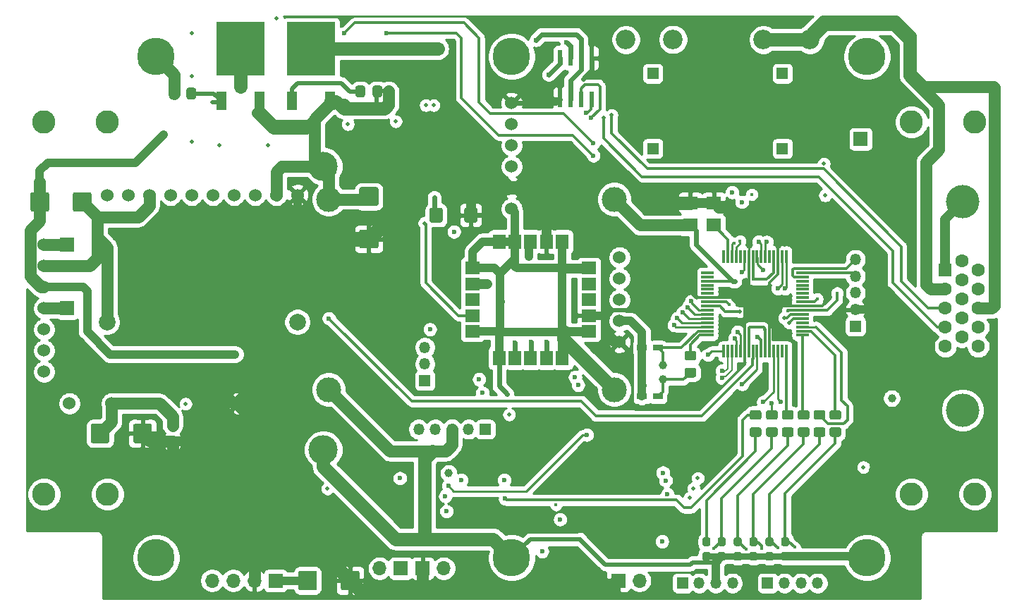
<source format=gtl>
G04 #@! TF.GenerationSoftware,KiCad,Pcbnew,(5.1.6)-1*
G04 #@! TF.CreationDate,2021-11-01T19:25:02+01:00*
G04 #@! TF.ProjectId,32mz_gauge4_sensors,33326d7a-5f67-4617-9567-65345f73656e,rev?*
G04 #@! TF.SameCoordinates,Original*
G04 #@! TF.FileFunction,Copper,L1,Top*
G04 #@! TF.FilePolarity,Positive*
%FSLAX46Y46*%
G04 Gerber Fmt 4.6, Leading zero omitted, Abs format (unit mm)*
G04 Created by KiCad (PCBNEW (5.1.6)-1) date 2021-11-01 19:25:02*
%MOMM*%
%LPD*%
G01*
G04 APERTURE LIST*
G04 #@! TA.AperFunction,ComponentPad*
%ADD10C,2.349500*%
G04 #@! TD*
G04 #@! TA.AperFunction,SMDPad,CuDef*
%ADD11R,1.800000X1.500000*%
G04 #@! TD*
G04 #@! TA.AperFunction,SMDPad,CuDef*
%ADD12R,1.500000X1.800000*%
G04 #@! TD*
G04 #@! TA.AperFunction,ComponentPad*
%ADD13C,1.524000*%
G04 #@! TD*
G04 #@! TA.AperFunction,ComponentPad*
%ADD14C,2.000000*%
G04 #@! TD*
G04 #@! TA.AperFunction,SMDPad,CuDef*
%ADD15R,0.300000X1.500000*%
G04 #@! TD*
G04 #@! TA.AperFunction,SMDPad,CuDef*
%ADD16R,1.500000X0.300000*%
G04 #@! TD*
G04 #@! TA.AperFunction,ComponentPad*
%ADD17C,2.800000*%
G04 #@! TD*
G04 #@! TA.AperFunction,ComponentPad*
%ADD18R,1.350000X1.350000*%
G04 #@! TD*
G04 #@! TA.AperFunction,ComponentPad*
%ADD19C,4.000000*%
G04 #@! TD*
G04 #@! TA.AperFunction,ComponentPad*
%ADD20C,1.600000*%
G04 #@! TD*
G04 #@! TA.AperFunction,ComponentPad*
%ADD21R,1.600000X1.600000*%
G04 #@! TD*
G04 #@! TA.AperFunction,ComponentPad*
%ADD22O,1.350000X1.350000*%
G04 #@! TD*
G04 #@! TA.AperFunction,ComponentPad*
%ADD23C,3.000000*%
G04 #@! TD*
G04 #@! TA.AperFunction,ComponentPad*
%ADD24C,4.500000*%
G04 #@! TD*
G04 #@! TA.AperFunction,SMDPad,CuDef*
%ADD25R,1.200000X0.750000*%
G04 #@! TD*
G04 #@! TA.AperFunction,SMDPad,CuDef*
%ADD26R,0.750000X1.200000*%
G04 #@! TD*
G04 #@! TA.AperFunction,ComponentPad*
%ADD27R,1.700000X1.700000*%
G04 #@! TD*
G04 #@! TA.AperFunction,ComponentPad*
%ADD28O,1.700000X1.700000*%
G04 #@! TD*
G04 #@! TA.AperFunction,SMDPad,CuDef*
%ADD29R,2.750000X3.050000*%
G04 #@! TD*
G04 #@! TA.AperFunction,SMDPad,CuDef*
%ADD30R,5.800000X6.400000*%
G04 #@! TD*
G04 #@! TA.AperFunction,SMDPad,CuDef*
%ADD31R,1.200000X2.200000*%
G04 #@! TD*
G04 #@! TA.AperFunction,SMDPad,CuDef*
%ADD32R,1.800000X1.540000*%
G04 #@! TD*
G04 #@! TA.AperFunction,ComponentPad*
%ADD33C,1.000000*%
G04 #@! TD*
G04 #@! TA.AperFunction,SMDPad,CuDef*
%ADD34R,0.600000X1.970000*%
G04 #@! TD*
G04 #@! TA.AperFunction,ComponentPad*
%ADD35C,3.500000*%
G04 #@! TD*
G04 #@! TA.AperFunction,ViaPad*
%ADD36C,0.600000*%
G04 #@! TD*
G04 #@! TA.AperFunction,ViaPad*
%ADD37C,0.500000*%
G04 #@! TD*
G04 #@! TA.AperFunction,ViaPad*
%ADD38C,0.450000*%
G04 #@! TD*
G04 #@! TA.AperFunction,ViaPad*
%ADD39C,1.000000*%
G04 #@! TD*
G04 #@! TA.AperFunction,Conductor*
%ADD40C,0.300000*%
G04 #@! TD*
G04 #@! TA.AperFunction,Conductor*
%ADD41C,1.400000*%
G04 #@! TD*
G04 #@! TA.AperFunction,Conductor*
%ADD42C,1.200000*%
G04 #@! TD*
G04 #@! TA.AperFunction,Conductor*
%ADD43C,1.000000*%
G04 #@! TD*
G04 #@! TA.AperFunction,Conductor*
%ADD44C,0.600000*%
G04 #@! TD*
G04 #@! TA.AperFunction,Conductor*
%ADD45C,0.250000*%
G04 #@! TD*
G04 #@! TA.AperFunction,Conductor*
%ADD46C,1.600000*%
G04 #@! TD*
G04 #@! TA.AperFunction,Conductor*
%ADD47C,1.800000*%
G04 #@! TD*
G04 #@! TA.AperFunction,Conductor*
%ADD48C,0.800000*%
G04 #@! TD*
G04 #@! TA.AperFunction,Conductor*
%ADD49C,0.500000*%
G04 #@! TD*
G04 #@! TA.AperFunction,Conductor*
%ADD50C,0.350000*%
G04 #@! TD*
G04 #@! TA.AperFunction,Conductor*
%ADD51C,0.200000*%
G04 #@! TD*
G04 #@! TA.AperFunction,Conductor*
%ADD52C,0.254000*%
G04 #@! TD*
G04 APERTURE END LIST*
D10*
X114797840Y-33782000D03*
X120396000Y-33782000D03*
X103946960Y-33771840D03*
X98298000Y-33782000D03*
D11*
X79883000Y-68824000D03*
X79883000Y-66924000D03*
X79883000Y-65024000D03*
X79883000Y-63119000D03*
X79883000Y-61214000D03*
X93853000Y-68824000D03*
X93853000Y-66924000D03*
X93853000Y-65024000D03*
X93853000Y-63119000D03*
X93853000Y-61214000D03*
D12*
X83068000Y-72009000D03*
X84968000Y-72009000D03*
X86868000Y-72009000D03*
X88773000Y-72009000D03*
X90678000Y-72009000D03*
X83068000Y-58039000D03*
X84968000Y-58039000D03*
X86868000Y-58039000D03*
X88773000Y-58039000D03*
X90678000Y-58039000D03*
D13*
X36004500Y-52451000D03*
X38544500Y-52451000D03*
X41084500Y-52451000D03*
X43624500Y-52451000D03*
X46164500Y-52451000D03*
X48704500Y-52451000D03*
X51244500Y-52451000D03*
X53784500Y-52451000D03*
X56324500Y-52451000D03*
X58864500Y-52451000D03*
D14*
X36004500Y-67691000D03*
X58864500Y-67691000D03*
D15*
X117542000Y-71232000D03*
X117042000Y-71232000D03*
X116542000Y-71232000D03*
X116042000Y-71232000D03*
X115542000Y-71232000D03*
X115042000Y-71232000D03*
X114542000Y-71232000D03*
X114042000Y-71232000D03*
X113542000Y-71232000D03*
X113042000Y-71232000D03*
X112542000Y-71232000D03*
X112042000Y-71232000D03*
X111542000Y-71232000D03*
X111042000Y-71232000D03*
X110542000Y-71232000D03*
X110042000Y-71232000D03*
D16*
X108092000Y-69282000D03*
X108092000Y-68782000D03*
X108092000Y-68282000D03*
X108092000Y-67782000D03*
X108092000Y-67282000D03*
X108092000Y-66782000D03*
X108092000Y-66282000D03*
X108092000Y-65782000D03*
X108092000Y-65282000D03*
X108092000Y-64782000D03*
X108092000Y-64282000D03*
X108092000Y-63782000D03*
X108092000Y-63282000D03*
X108092000Y-62782000D03*
X108092000Y-62282000D03*
X108092000Y-61782000D03*
D15*
X110042000Y-59832000D03*
X110542000Y-59832000D03*
X111042000Y-59832000D03*
X111542000Y-59832000D03*
X112042000Y-59832000D03*
X112542000Y-59832000D03*
X113042000Y-59832000D03*
X113542000Y-59832000D03*
X114042000Y-59832000D03*
X114542000Y-59832000D03*
X115042000Y-59832000D03*
X115542000Y-59832000D03*
X116042000Y-59832000D03*
X116542000Y-59832000D03*
X117042000Y-59832000D03*
X117542000Y-59832000D03*
D16*
X119492000Y-61782000D03*
X119492000Y-62282000D03*
X119492000Y-62782000D03*
X119492000Y-63282000D03*
X119492000Y-63782000D03*
X119492000Y-64282000D03*
X119492000Y-64782000D03*
X119492000Y-65282000D03*
X119492000Y-65782000D03*
X119492000Y-66282000D03*
X119492000Y-66782000D03*
X119492000Y-67282000D03*
X119492000Y-67782000D03*
X119492000Y-68282000D03*
X119492000Y-68782000D03*
X119492000Y-69282000D03*
D13*
X36576000Y-77470000D03*
X51816000Y-77470000D03*
X31496000Y-77470000D03*
D17*
X28448000Y-88392000D03*
X36068000Y-88392000D03*
X132588000Y-88392000D03*
X140208000Y-88392000D03*
X28448000Y-43688000D03*
X36068000Y-43688000D03*
X132588000Y-43688000D03*
X140208000Y-43688000D03*
D18*
X101536500Y-37846000D03*
X117094000Y-46863000D03*
X117094000Y-37846000D03*
X101536500Y-46863000D03*
G04 #@! TA.AperFunction,SMDPad,CuDef*
G36*
G01*
X105594999Y-73221000D02*
X106495001Y-73221000D01*
G75*
G02*
X106745000Y-73470999I0J-249999D01*
G01*
X106745000Y-74121001D01*
G75*
G02*
X106495001Y-74371000I-249999J0D01*
G01*
X105594999Y-74371000D01*
G75*
G02*
X105345000Y-74121001I0J249999D01*
G01*
X105345000Y-73470999D01*
G75*
G02*
X105594999Y-73221000I249999J0D01*
G01*
G37*
G04 #@! TD.AperFunction*
G04 #@! TA.AperFunction,SMDPad,CuDef*
G36*
G01*
X105594999Y-71171000D02*
X106495001Y-71171000D01*
G75*
G02*
X106745000Y-71420999I0J-249999D01*
G01*
X106745000Y-72071001D01*
G75*
G02*
X106495001Y-72321000I-249999J0D01*
G01*
X105594999Y-72321000D01*
G75*
G02*
X105345000Y-72071001I0J249999D01*
G01*
X105345000Y-71420999D01*
G75*
G02*
X105594999Y-71171000I249999J0D01*
G01*
G37*
G04 #@! TD.AperFunction*
G04 #@! TA.AperFunction,SMDPad,CuDef*
G36*
G01*
X118179001Y-79445700D02*
X117278999Y-79445700D01*
G75*
G02*
X117029000Y-79195701I0J249999D01*
G01*
X117029000Y-78545699D01*
G75*
G02*
X117278999Y-78295700I249999J0D01*
G01*
X118179001Y-78295700D01*
G75*
G02*
X118429000Y-78545699I0J-249999D01*
G01*
X118429000Y-79195701D01*
G75*
G02*
X118179001Y-79445700I-249999J0D01*
G01*
G37*
G04 #@! TD.AperFunction*
G04 #@! TA.AperFunction,SMDPad,CuDef*
G36*
G01*
X118179001Y-81495700D02*
X117278999Y-81495700D01*
G75*
G02*
X117029000Y-81245701I0J249999D01*
G01*
X117029000Y-80595699D01*
G75*
G02*
X117278999Y-80345700I249999J0D01*
G01*
X118179001Y-80345700D01*
G75*
G02*
X118429000Y-80595699I0J-249999D01*
G01*
X118429000Y-81245701D01*
G75*
G02*
X118179001Y-81495700I-249999J0D01*
G01*
G37*
G04 #@! TD.AperFunction*
G04 #@! TA.AperFunction,SMDPad,CuDef*
G36*
G01*
X120084001Y-79445700D02*
X119183999Y-79445700D01*
G75*
G02*
X118934000Y-79195701I0J249999D01*
G01*
X118934000Y-78545699D01*
G75*
G02*
X119183999Y-78295700I249999J0D01*
G01*
X120084001Y-78295700D01*
G75*
G02*
X120334000Y-78545699I0J-249999D01*
G01*
X120334000Y-79195701D01*
G75*
G02*
X120084001Y-79445700I-249999J0D01*
G01*
G37*
G04 #@! TD.AperFunction*
G04 #@! TA.AperFunction,SMDPad,CuDef*
G36*
G01*
X120084001Y-81495700D02*
X119183999Y-81495700D01*
G75*
G02*
X118934000Y-81245701I0J249999D01*
G01*
X118934000Y-80595699D01*
G75*
G02*
X119183999Y-80345700I249999J0D01*
G01*
X120084001Y-80345700D01*
G75*
G02*
X120334000Y-80595699I0J-249999D01*
G01*
X120334000Y-81245701D01*
G75*
G02*
X120084001Y-81495700I-249999J0D01*
G01*
G37*
G04 #@! TD.AperFunction*
G04 #@! TA.AperFunction,SMDPad,CuDef*
G36*
G01*
X123894001Y-79445700D02*
X122993999Y-79445700D01*
G75*
G02*
X122744000Y-79195701I0J249999D01*
G01*
X122744000Y-78545699D01*
G75*
G02*
X122993999Y-78295700I249999J0D01*
G01*
X123894001Y-78295700D01*
G75*
G02*
X124144000Y-78545699I0J-249999D01*
G01*
X124144000Y-79195701D01*
G75*
G02*
X123894001Y-79445700I-249999J0D01*
G01*
G37*
G04 #@! TD.AperFunction*
G04 #@! TA.AperFunction,SMDPad,CuDef*
G36*
G01*
X123894001Y-81495700D02*
X122993999Y-81495700D01*
G75*
G02*
X122744000Y-81245701I0J249999D01*
G01*
X122744000Y-80595699D01*
G75*
G02*
X122993999Y-80345700I249999J0D01*
G01*
X123894001Y-80345700D01*
G75*
G02*
X124144000Y-80595699I0J-249999D01*
G01*
X124144000Y-81245701D01*
G75*
G02*
X123894001Y-81495700I-249999J0D01*
G01*
G37*
G04 #@! TD.AperFunction*
G04 #@! TA.AperFunction,SMDPad,CuDef*
G36*
G01*
X66987000Y-39554999D02*
X66987000Y-40455001D01*
G75*
G02*
X66737001Y-40705000I-249999J0D01*
G01*
X66086999Y-40705000D01*
G75*
G02*
X65837000Y-40455001I0J249999D01*
G01*
X65837000Y-39554999D01*
G75*
G02*
X66086999Y-39305000I249999J0D01*
G01*
X66737001Y-39305000D01*
G75*
G02*
X66987000Y-39554999I0J-249999D01*
G01*
G37*
G04 #@! TD.AperFunction*
G04 #@! TA.AperFunction,SMDPad,CuDef*
G36*
G01*
X69037000Y-39554999D02*
X69037000Y-40455001D01*
G75*
G02*
X68787001Y-40705000I-249999J0D01*
G01*
X68136999Y-40705000D01*
G75*
G02*
X67887000Y-40455001I0J249999D01*
G01*
X67887000Y-39554999D01*
G75*
G02*
X68136999Y-39305000I249999J0D01*
G01*
X68787001Y-39305000D01*
G75*
G02*
X69037000Y-39554999I0J-249999D01*
G01*
G37*
G04 #@! TD.AperFunction*
G04 #@! TA.AperFunction,SMDPad,CuDef*
G36*
G01*
X121989001Y-79445700D02*
X121088999Y-79445700D01*
G75*
G02*
X120839000Y-79195701I0J249999D01*
G01*
X120839000Y-78545699D01*
G75*
G02*
X121088999Y-78295700I249999J0D01*
G01*
X121989001Y-78295700D01*
G75*
G02*
X122239000Y-78545699I0J-249999D01*
G01*
X122239000Y-79195701D01*
G75*
G02*
X121989001Y-79445700I-249999J0D01*
G01*
G37*
G04 #@! TD.AperFunction*
G04 #@! TA.AperFunction,SMDPad,CuDef*
G36*
G01*
X121989001Y-81495700D02*
X121088999Y-81495700D01*
G75*
G02*
X120839000Y-81245701I0J249999D01*
G01*
X120839000Y-80595699D01*
G75*
G02*
X121088999Y-80345700I249999J0D01*
G01*
X121989001Y-80345700D01*
G75*
G02*
X122239000Y-80595699I0J-249999D01*
G01*
X122239000Y-81245701D01*
G75*
G02*
X121989001Y-81495700I-249999J0D01*
G01*
G37*
G04 #@! TD.AperFunction*
G04 #@! TA.AperFunction,SMDPad,CuDef*
G36*
G01*
X45535000Y-40709001D02*
X45535000Y-39808999D01*
G75*
G02*
X45784999Y-39559000I249999J0D01*
G01*
X46435001Y-39559000D01*
G75*
G02*
X46685000Y-39808999I0J-249999D01*
G01*
X46685000Y-40709001D01*
G75*
G02*
X46435001Y-40959000I-249999J0D01*
G01*
X45784999Y-40959000D01*
G75*
G02*
X45535000Y-40709001I0J249999D01*
G01*
G37*
G04 #@! TD.AperFunction*
G04 #@! TA.AperFunction,SMDPad,CuDef*
G36*
G01*
X43485000Y-40709001D02*
X43485000Y-39808999D01*
G75*
G02*
X43734999Y-39559000I249999J0D01*
G01*
X44385001Y-39559000D01*
G75*
G02*
X44635000Y-39808999I0J-249999D01*
G01*
X44635000Y-40709001D01*
G75*
G02*
X44385001Y-40959000I-249999J0D01*
G01*
X43734999Y-40959000D01*
G75*
G02*
X43485000Y-40709001I0J249999D01*
G01*
G37*
G04 #@! TD.AperFunction*
D19*
X138702000Y-53283000D03*
X138702000Y-78283000D03*
D20*
X140612000Y-70628000D03*
X140612000Y-68338000D03*
X140612000Y-66048000D03*
X140612000Y-63758000D03*
X140612000Y-61468000D03*
X138632000Y-69483000D03*
X138632000Y-67193000D03*
X138632000Y-64903000D03*
X138632000Y-62613000D03*
X138632000Y-60323000D03*
X136652000Y-70628000D03*
X136652000Y-68338000D03*
X136652000Y-66048000D03*
X136652000Y-63758000D03*
D21*
X136652000Y-61468000D03*
G04 #@! TA.AperFunction,SMDPad,CuDef*
G36*
G01*
X116274001Y-79445700D02*
X115373999Y-79445700D01*
G75*
G02*
X115124000Y-79195701I0J249999D01*
G01*
X115124000Y-78545699D01*
G75*
G02*
X115373999Y-78295700I249999J0D01*
G01*
X116274001Y-78295700D01*
G75*
G02*
X116524000Y-78545699I0J-249999D01*
G01*
X116524000Y-79195701D01*
G75*
G02*
X116274001Y-79445700I-249999J0D01*
G01*
G37*
G04 #@! TD.AperFunction*
G04 #@! TA.AperFunction,SMDPad,CuDef*
G36*
G01*
X116274001Y-81495700D02*
X115373999Y-81495700D01*
G75*
G02*
X115124000Y-81245701I0J249999D01*
G01*
X115124000Y-80595699D01*
G75*
G02*
X115373999Y-80345700I249999J0D01*
G01*
X116274001Y-80345700D01*
G75*
G02*
X116524000Y-80595699I0J-249999D01*
G01*
X116524000Y-81245701D01*
G75*
G02*
X116274001Y-81495700I-249999J0D01*
G01*
G37*
G04 #@! TD.AperFunction*
D22*
X73407000Y-80581500D03*
X75407000Y-80581500D03*
X77407000Y-80581500D03*
X79407000Y-80581500D03*
D18*
X81407000Y-80581500D03*
D23*
X62611000Y-75819000D03*
X62611000Y-52959000D03*
X96901000Y-75819000D03*
X96901000Y-52959000D03*
D13*
X97536000Y-70104000D03*
X97536000Y-67564000D03*
X97536000Y-59944000D03*
X97536000Y-62484000D03*
X97536000Y-65024000D03*
G04 #@! TA.AperFunction,SMDPad,CuDef*
G36*
G01*
X111946700Y-94620600D02*
X111471700Y-94620600D01*
G75*
G02*
X111234200Y-94383100I0J237500D01*
G01*
X111234200Y-93808100D01*
G75*
G02*
X111471700Y-93570600I237500J0D01*
G01*
X111946700Y-93570600D01*
G75*
G02*
X112184200Y-93808100I0J-237500D01*
G01*
X112184200Y-94383100D01*
G75*
G02*
X111946700Y-94620600I-237500J0D01*
G01*
G37*
G04 #@! TD.AperFunction*
G04 #@! TA.AperFunction,SMDPad,CuDef*
G36*
G01*
X111946700Y-96370600D02*
X111471700Y-96370600D01*
G75*
G02*
X111234200Y-96133100I0J237500D01*
G01*
X111234200Y-95558100D01*
G75*
G02*
X111471700Y-95320600I237500J0D01*
G01*
X111946700Y-95320600D01*
G75*
G02*
X112184200Y-95558100I0J-237500D01*
G01*
X112184200Y-96133100D01*
G75*
G02*
X111946700Y-96370600I-237500J0D01*
G01*
G37*
G04 #@! TD.AperFunction*
G04 #@! TA.AperFunction,SMDPad,CuDef*
G36*
G01*
X113851700Y-94620600D02*
X113376700Y-94620600D01*
G75*
G02*
X113139200Y-94383100I0J237500D01*
G01*
X113139200Y-93808100D01*
G75*
G02*
X113376700Y-93570600I237500J0D01*
G01*
X113851700Y-93570600D01*
G75*
G02*
X114089200Y-93808100I0J-237500D01*
G01*
X114089200Y-94383100D01*
G75*
G02*
X113851700Y-94620600I-237500J0D01*
G01*
G37*
G04 #@! TD.AperFunction*
G04 #@! TA.AperFunction,SMDPad,CuDef*
G36*
G01*
X113851700Y-96370600D02*
X113376700Y-96370600D01*
G75*
G02*
X113139200Y-96133100I0J237500D01*
G01*
X113139200Y-95558100D01*
G75*
G02*
X113376700Y-95320600I237500J0D01*
G01*
X113851700Y-95320600D01*
G75*
G02*
X114089200Y-95558100I0J-237500D01*
G01*
X114089200Y-96133100D01*
G75*
G02*
X113851700Y-96370600I-237500J0D01*
G01*
G37*
G04 #@! TD.AperFunction*
G04 #@! TA.AperFunction,SMDPad,CuDef*
G36*
G01*
X117661700Y-94620600D02*
X117186700Y-94620600D01*
G75*
G02*
X116949200Y-94383100I0J237500D01*
G01*
X116949200Y-93808100D01*
G75*
G02*
X117186700Y-93570600I237500J0D01*
G01*
X117661700Y-93570600D01*
G75*
G02*
X117899200Y-93808100I0J-237500D01*
G01*
X117899200Y-94383100D01*
G75*
G02*
X117661700Y-94620600I-237500J0D01*
G01*
G37*
G04 #@! TD.AperFunction*
G04 #@! TA.AperFunction,SMDPad,CuDef*
G36*
G01*
X117661700Y-96370600D02*
X117186700Y-96370600D01*
G75*
G02*
X116949200Y-96133100I0J237500D01*
G01*
X116949200Y-95558100D01*
G75*
G02*
X117186700Y-95320600I237500J0D01*
G01*
X117661700Y-95320600D01*
G75*
G02*
X117899200Y-95558100I0J-237500D01*
G01*
X117899200Y-96133100D01*
G75*
G02*
X117661700Y-96370600I-237500J0D01*
G01*
G37*
G04 #@! TD.AperFunction*
G04 #@! TA.AperFunction,SMDPad,CuDef*
G36*
G01*
X115756700Y-94620600D02*
X115281700Y-94620600D01*
G75*
G02*
X115044200Y-94383100I0J237500D01*
G01*
X115044200Y-93808100D01*
G75*
G02*
X115281700Y-93570600I237500J0D01*
G01*
X115756700Y-93570600D01*
G75*
G02*
X115994200Y-93808100I0J-237500D01*
G01*
X115994200Y-94383100D01*
G75*
G02*
X115756700Y-94620600I-237500J0D01*
G01*
G37*
G04 #@! TD.AperFunction*
G04 #@! TA.AperFunction,SMDPad,CuDef*
G36*
G01*
X115756700Y-96370600D02*
X115281700Y-96370600D01*
G75*
G02*
X115044200Y-96133100I0J237500D01*
G01*
X115044200Y-95558100D01*
G75*
G02*
X115281700Y-95320600I237500J0D01*
G01*
X115756700Y-95320600D01*
G75*
G02*
X115994200Y-95558100I0J-237500D01*
G01*
X115994200Y-96133100D01*
G75*
G02*
X115756700Y-96370600I-237500J0D01*
G01*
G37*
G04 #@! TD.AperFunction*
D24*
X127254000Y-96012000D03*
X41910000Y-96012000D03*
X127254000Y-35814000D03*
X41910000Y-35814000D03*
X84582000Y-35814000D03*
X84582000Y-96012000D03*
D13*
X84582000Y-54102000D03*
X84582000Y-41402000D03*
X84582000Y-43942000D03*
X84582000Y-51562000D03*
X84582000Y-49022000D03*
X84582000Y-46482000D03*
D25*
X102130900Y-76644500D03*
X100230900Y-76644500D03*
X102130900Y-70802500D03*
X100230900Y-70802500D03*
D26*
X43878500Y-82039500D03*
X43878500Y-80139500D03*
D22*
X125857000Y-60199000D03*
X125857000Y-62199000D03*
X125857000Y-64199000D03*
X125857000Y-66199000D03*
D18*
X125857000Y-68199000D03*
D27*
X126492000Y-45720000D03*
D28*
X99923600Y-98755200D03*
D27*
X97383600Y-98755200D03*
D29*
X62040500Y-36532000D03*
X58990500Y-33182000D03*
X58990500Y-36532000D03*
X62040500Y-33182000D03*
D30*
X60515500Y-34857000D03*
D31*
X62795500Y-41157000D03*
X58235500Y-41157000D03*
X49726500Y-41157000D03*
X54286500Y-41157000D03*
D30*
X52006500Y-34857000D03*
D29*
X53531500Y-33182000D03*
X50481500Y-36532000D03*
X50481500Y-33182000D03*
X53531500Y-36532000D03*
D32*
X108842000Y-53397000D03*
X108842000Y-56077000D03*
X106042000Y-56077000D03*
X106042000Y-53397000D03*
D33*
X102704900Y-72912500D03*
X102704900Y-74612500D03*
D34*
X90360500Y-40951000D03*
X91630500Y-40951000D03*
X92900500Y-40951000D03*
X94170500Y-40951000D03*
X94170500Y-36011000D03*
X92900500Y-36011000D03*
X91630500Y-36011000D03*
X90360500Y-36011000D03*
G04 #@! TA.AperFunction,SMDPad,CuDef*
G36*
G01*
X74722000Y-55514001D02*
X74722000Y-54213999D01*
G75*
G02*
X74971999Y-53964000I249999J0D01*
G01*
X76047001Y-53964000D01*
G75*
G02*
X76297000Y-54213999I0J-249999D01*
G01*
X76297000Y-55514001D01*
G75*
G02*
X76047001Y-55764000I-249999J0D01*
G01*
X74971999Y-55764000D01*
G75*
G02*
X74722000Y-55514001I0J249999D01*
G01*
G37*
G04 #@! TD.AperFunction*
G04 #@! TA.AperFunction,SMDPad,CuDef*
G36*
G01*
X78897000Y-55514001D02*
X78897000Y-54213999D01*
G75*
G02*
X79146999Y-53964000I249999J0D01*
G01*
X80222001Y-53964000D01*
G75*
G02*
X80472000Y-54213999I0J-249999D01*
G01*
X80472000Y-55514001D01*
G75*
G02*
X80222001Y-55764000I-249999J0D01*
G01*
X79146999Y-55764000D01*
G75*
G02*
X78897000Y-55514001I0J249999D01*
G01*
G37*
G04 #@! TD.AperFunction*
G04 #@! TA.AperFunction,SMDPad,CuDef*
G36*
G01*
X110041700Y-96370600D02*
X109566700Y-96370600D01*
G75*
G02*
X109329200Y-96133100I0J237500D01*
G01*
X109329200Y-95558100D01*
G75*
G02*
X109566700Y-95320600I237500J0D01*
G01*
X110041700Y-95320600D01*
G75*
G02*
X110279200Y-95558100I0J-237500D01*
G01*
X110279200Y-96133100D01*
G75*
G02*
X110041700Y-96370600I-237500J0D01*
G01*
G37*
G04 #@! TD.AperFunction*
G04 #@! TA.AperFunction,SMDPad,CuDef*
G36*
G01*
X110041700Y-94620600D02*
X109566700Y-94620600D01*
G75*
G02*
X109329200Y-94383100I0J237500D01*
G01*
X109329200Y-93808100D01*
G75*
G02*
X109566700Y-93570600I237500J0D01*
G01*
X110041700Y-93570600D01*
G75*
G02*
X110279200Y-93808100I0J-237500D01*
G01*
X110279200Y-94383100D01*
G75*
G02*
X110041700Y-94620600I-237500J0D01*
G01*
G37*
G04 #@! TD.AperFunction*
D27*
X31242000Y-66040000D03*
X31242000Y-58420000D03*
X56235600Y-98755200D03*
D28*
X53695600Y-98755200D03*
X51155600Y-98755200D03*
X48615600Y-98755200D03*
D35*
X61976000Y-83058000D03*
X61976000Y-49022000D03*
D13*
X28448000Y-58420000D03*
X28448000Y-60960000D03*
X28448000Y-63500000D03*
X28448000Y-66040000D03*
X28448000Y-68580000D03*
X28448000Y-71120000D03*
X28448000Y-73660000D03*
G04 #@! TA.AperFunction,SMDPad,CuDef*
G36*
G01*
X108200200Y-96370600D02*
X107725200Y-96370600D01*
G75*
G02*
X107487700Y-96133100I0J237500D01*
G01*
X107487700Y-95558100D01*
G75*
G02*
X107725200Y-95320600I237500J0D01*
G01*
X108200200Y-95320600D01*
G75*
G02*
X108437700Y-95558100I0J-237500D01*
G01*
X108437700Y-96133100D01*
G75*
G02*
X108200200Y-96370600I-237500J0D01*
G01*
G37*
G04 #@! TD.AperFunction*
G04 #@! TA.AperFunction,SMDPad,CuDef*
G36*
G01*
X108200200Y-94620600D02*
X107725200Y-94620600D01*
G75*
G02*
X107487700Y-94383100I0J237500D01*
G01*
X107487700Y-93808100D01*
G75*
G02*
X107725200Y-93570600I237500J0D01*
G01*
X108200200Y-93570600D01*
G75*
G02*
X108437700Y-93808100I0J-237500D01*
G01*
X108437700Y-94383100D01*
G75*
G02*
X108200200Y-94620600I-237500J0D01*
G01*
G37*
G04 #@! TD.AperFunction*
D18*
X115316000Y-99060000D03*
D22*
X117316000Y-99060000D03*
X119316000Y-99060000D03*
X121316000Y-99060000D03*
X111092500Y-99060000D03*
X109092500Y-99060000D03*
X107092500Y-99060000D03*
D18*
X105092500Y-99060000D03*
G04 #@! TA.AperFunction,SMDPad,CuDef*
G36*
G01*
X114305501Y-81495700D02*
X113405499Y-81495700D01*
G75*
G02*
X113155500Y-81245701I0J249999D01*
G01*
X113155500Y-80595699D01*
G75*
G02*
X113405499Y-80345700I249999J0D01*
G01*
X114305501Y-80345700D01*
G75*
G02*
X114555500Y-80595699I0J-249999D01*
G01*
X114555500Y-81245701D01*
G75*
G02*
X114305501Y-81495700I-249999J0D01*
G01*
G37*
G04 #@! TD.AperFunction*
G04 #@! TA.AperFunction,SMDPad,CuDef*
G36*
G01*
X114305501Y-79445700D02*
X113405499Y-79445700D01*
G75*
G02*
X113155500Y-79195701I0J249999D01*
G01*
X113155500Y-78545699D01*
G75*
G02*
X113405499Y-78295700I249999J0D01*
G01*
X114305501Y-78295700D01*
G75*
G02*
X114555500Y-78545699I0J-249999D01*
G01*
X114555500Y-79195701D01*
G75*
G02*
X114305501Y-79445700I-249999J0D01*
G01*
G37*
G04 #@! TD.AperFunction*
G04 #@! TA.AperFunction,SMDPad,CuDef*
G36*
G01*
X66311400Y-97830199D02*
X66311400Y-99680201D01*
G75*
G02*
X66061401Y-99930200I-249999J0D01*
G01*
X64311399Y-99930200D01*
G75*
G02*
X64061400Y-99680201I0J249999D01*
G01*
X64061400Y-97830199D01*
G75*
G02*
X64311399Y-97580200I249999J0D01*
G01*
X66061401Y-97580200D01*
G75*
G02*
X66311400Y-97830199I0J-249999D01*
G01*
G37*
G04 #@! TD.AperFunction*
G04 #@! TA.AperFunction,SMDPad,CuDef*
G36*
G01*
X61211400Y-97830199D02*
X61211400Y-99680201D01*
G75*
G02*
X60961401Y-99930200I-249999J0D01*
G01*
X59211399Y-99930200D01*
G75*
G02*
X58961400Y-99680201I0J249999D01*
G01*
X58961400Y-97830199D01*
G75*
G02*
X59211399Y-97580200I249999J0D01*
G01*
X60961401Y-97580200D01*
G75*
G02*
X61211400Y-97830199I0J-249999D01*
G01*
G37*
G04 #@! TD.AperFunction*
G04 #@! TA.AperFunction,SMDPad,CuDef*
G36*
G01*
X68362001Y-53756500D02*
X66511999Y-53756500D01*
G75*
G02*
X66262000Y-53506501I0J249999D01*
G01*
X66262000Y-51756499D01*
G75*
G02*
X66511999Y-51506500I249999J0D01*
G01*
X68362001Y-51506500D01*
G75*
G02*
X68612000Y-51756499I0J-249999D01*
G01*
X68612000Y-53506501D01*
G75*
G02*
X68362001Y-53756500I-249999J0D01*
G01*
G37*
G04 #@! TD.AperFunction*
G04 #@! TA.AperFunction,SMDPad,CuDef*
G36*
G01*
X68362001Y-58856500D02*
X66511999Y-58856500D01*
G75*
G02*
X66262000Y-58606501I0J249999D01*
G01*
X66262000Y-56856499D01*
G75*
G02*
X66511999Y-56606500I249999J0D01*
G01*
X68362001Y-56606500D01*
G75*
G02*
X68612000Y-56856499I0J-249999D01*
G01*
X68612000Y-58606501D01*
G75*
G02*
X68362001Y-58856500I-249999J0D01*
G01*
G37*
G04 #@! TD.AperFunction*
G04 #@! TA.AperFunction,SMDPad,CuDef*
G36*
G01*
X41394000Y-80164499D02*
X41394000Y-82014501D01*
G75*
G02*
X41144001Y-82264500I-249999J0D01*
G01*
X39393999Y-82264500D01*
G75*
G02*
X39144000Y-82014501I0J249999D01*
G01*
X39144000Y-80164499D01*
G75*
G02*
X39393999Y-79914500I249999J0D01*
G01*
X41144001Y-79914500D01*
G75*
G02*
X41394000Y-80164499I0J-249999D01*
G01*
G37*
G04 #@! TD.AperFunction*
G04 #@! TA.AperFunction,SMDPad,CuDef*
G36*
G01*
X36294000Y-80164499D02*
X36294000Y-82014501D01*
G75*
G02*
X36044001Y-82264500I-249999J0D01*
G01*
X34293999Y-82264500D01*
G75*
G02*
X34044000Y-82014501I0J249999D01*
G01*
X34044000Y-80164499D01*
G75*
G02*
X34293999Y-79914500I249999J0D01*
G01*
X36044001Y-79914500D01*
G75*
G02*
X36294000Y-80164499I0J-249999D01*
G01*
G37*
G04 #@! TD.AperFunction*
X74168000Y-74739500D03*
D22*
X74168000Y-72739500D03*
X74168000Y-70739500D03*
G04 #@! TA.AperFunction,SMDPad,CuDef*
G36*
G01*
X26805000Y-54201501D02*
X26805000Y-52351499D01*
G75*
G02*
X27054999Y-52101500I249999J0D01*
G01*
X28805001Y-52101500D01*
G75*
G02*
X29055000Y-52351499I0J-249999D01*
G01*
X29055000Y-54201501D01*
G75*
G02*
X28805001Y-54451500I-249999J0D01*
G01*
X27054999Y-54451500D01*
G75*
G02*
X26805000Y-54201501I0J249999D01*
G01*
G37*
G04 #@! TD.AperFunction*
G04 #@! TA.AperFunction,SMDPad,CuDef*
G36*
G01*
X31905000Y-54201501D02*
X31905000Y-52351499D01*
G75*
G02*
X32154999Y-52101500I249999J0D01*
G01*
X33905001Y-52101500D01*
G75*
G02*
X34155000Y-52351499I0J-249999D01*
G01*
X34155000Y-54201501D01*
G75*
G02*
X33905001Y-54451500I-249999J0D01*
G01*
X32154999Y-54451500D01*
G75*
G02*
X31905000Y-54201501I0J249999D01*
G01*
G37*
G04 #@! TD.AperFunction*
D27*
X71272400Y-97282000D03*
D28*
X68732400Y-97282000D03*
X76428600Y-97282000D03*
D27*
X73888600Y-97282000D03*
D36*
X104216200Y-53225700D03*
D37*
X93141800Y-38481000D03*
D38*
X115226797Y-53771803D03*
X115925600Y-53771803D03*
D39*
X126136400Y-88061800D03*
X128079500Y-86118700D03*
D38*
X122250200Y-65405000D03*
D39*
X130225800Y-76860400D03*
D38*
X112699800Y-95021400D03*
X114579400Y-94919800D03*
X118541800Y-94767400D03*
X116509800Y-94818200D03*
D36*
X75717400Y-34848800D03*
X51993800Y-39649400D03*
X52006500Y-38506400D03*
D37*
X74269600Y-41681400D03*
X75209400Y-41681400D03*
D38*
X121259600Y-64947800D03*
D37*
X64922400Y-39751000D03*
X70662798Y-43611800D03*
X48666400Y-41275000D03*
X64922400Y-43967400D03*
D38*
X113411000Y-52374800D03*
X89916000Y-89687400D03*
D37*
X45440600Y-77520800D03*
X49530000Y-46507400D03*
D36*
X112217200Y-61696600D03*
X88239596Y-95250000D03*
D37*
X122085100Y-48704500D03*
X117913420Y-67800051D03*
X122212100Y-52514500D03*
X117313410Y-67208400D03*
D36*
X105130600Y-66548000D03*
X104470200Y-67233800D03*
X105740200Y-65938396D03*
X106146602Y-65201800D03*
D37*
X111947400Y-66446400D03*
X126822200Y-85140800D03*
D36*
X91186000Y-34086800D03*
X114808000Y-61493400D03*
X102641400Y-94056200D03*
X90398600Y-91414600D03*
X108153200Y-71653400D03*
X78536800Y-86664800D03*
X76758800Y-90424000D03*
X104063800Y-68097400D03*
X114122200Y-69494400D03*
D37*
X81661000Y-63119000D03*
X96596200Y-42849800D03*
X56388000Y-31216600D03*
X95605600Y-43154600D03*
X46177200Y-33045400D03*
X106934000Y-86461600D03*
X106426000Y-87680800D03*
X105968800Y-88823800D03*
D38*
X108864400Y-94894400D03*
D36*
X115824000Y-77495400D03*
X71170804Y-86461600D03*
X83693000Y-86664800D03*
D39*
X86664800Y-59817000D03*
D36*
X87528400Y-33832800D03*
D38*
X123672600Y-64211200D03*
X117702900Y-66357000D03*
X111411200Y-62782000D03*
X113617000Y-62526100D03*
X114967000Y-68560000D03*
X110705900Y-65633600D03*
D39*
X83261200Y-65303400D03*
X100279200Y-75336400D03*
D36*
X92786200Y-93802200D03*
D37*
X69824600Y-39979600D03*
D36*
X84048600Y-76352400D03*
D37*
X75285600Y-52730400D03*
X74117200Y-55829200D03*
D36*
X84968000Y-70159800D03*
X77647800Y-56845200D03*
X69596000Y-33020000D03*
X114249200Y-58064400D03*
X94386402Y-47701200D03*
X64516000Y-33020000D03*
X115189000Y-58089800D03*
X94386400Y-46202600D03*
X86944200Y-70104000D03*
X88773000Y-70104000D03*
D38*
X112014000Y-57962800D03*
D36*
X116890800Y-77292200D03*
X76606400Y-88620600D03*
X114808000Y-77317600D03*
X93599000Y-81254600D03*
X76987400Y-87376000D03*
X74777600Y-68580000D03*
X112268000Y-75158600D03*
D38*
X111261572Y-58217572D03*
D36*
X102743000Y-85799500D03*
X62636400Y-67259200D03*
D37*
X84277200Y-78841600D03*
D36*
X109842488Y-73568652D03*
X94100438Y-43186545D03*
X109842488Y-74418652D03*
X93499396Y-42585503D03*
X116535200Y-63652400D03*
X103073200Y-86741000D03*
X117424200Y-63652400D03*
X103276400Y-88392000D03*
X89027000Y-37998400D03*
D37*
X46177200Y-38201600D03*
X55321200Y-46456600D03*
X46177200Y-46050200D03*
X62484000Y-87731600D03*
D36*
X83820000Y-88925400D03*
X111343600Y-69697600D03*
X92557600Y-75260200D03*
X81076800Y-76200000D03*
X111683800Y-68910200D03*
X92202000Y-74320400D03*
X80670400Y-74574400D03*
D39*
X42799000Y-45161200D03*
D36*
X112217200Y-53289200D03*
X111048800Y-52120800D03*
D39*
X77012800Y-85852000D03*
X51384200Y-71577200D03*
D40*
X105228500Y-74612500D02*
X106045000Y-73796000D01*
X102704900Y-74612500D02*
X105228500Y-74612500D01*
X102704900Y-76070500D02*
X102130900Y-76644500D01*
X102704900Y-74612500D02*
X102704900Y-76070500D01*
X102704900Y-71376500D02*
X102130900Y-70802500D01*
X102704900Y-72912500D02*
X102704900Y-71376500D01*
X102130900Y-70802500D02*
X104914700Y-70802500D01*
X106935200Y-68782000D02*
X108092000Y-68782000D01*
X104914700Y-70802500D02*
X106935200Y-68782000D01*
D41*
X41219000Y-82039500D02*
X40269000Y-81089500D01*
X43878500Y-82039500D02*
X41219000Y-82039500D01*
X53975000Y-93463000D02*
X48581200Y-93463000D01*
X43878500Y-88760300D02*
X43878500Y-82039500D01*
X48581200Y-93463000D02*
X43878500Y-88760300D01*
D40*
X113042000Y-59832000D02*
X113042000Y-65418400D01*
X112547400Y-70196598D02*
X112542000Y-70201998D01*
X112547400Y-65913000D02*
X112547400Y-70196598D01*
X112542000Y-70201998D02*
X112542000Y-71232000D01*
X112695800Y-65782000D02*
X112687100Y-65773300D01*
X113042000Y-65418400D02*
X112687100Y-65773300D01*
X112687100Y-65773300D02*
X112547400Y-65913000D01*
X115542000Y-65793300D02*
X115553300Y-65782000D01*
X115553300Y-65782000D02*
X112695800Y-65782000D01*
X116542000Y-59832000D02*
X116542000Y-61981900D01*
X116542000Y-61981900D02*
X115542000Y-62981900D01*
X115542000Y-71232000D02*
X115542000Y-66215200D01*
X112687100Y-65773300D02*
X111912400Y-65773300D01*
X110921100Y-64782000D02*
X108092000Y-64782000D01*
X111912400Y-65773300D02*
X110921100Y-64782000D01*
D42*
X106042000Y-53397000D02*
X108842000Y-53397000D01*
D40*
X116542000Y-54337400D02*
X116039900Y-53835300D01*
D43*
X97536000Y-70104000D02*
X96672400Y-70104000D01*
X96672400Y-70104000D02*
X95808800Y-69240400D01*
X95808800Y-66979800D02*
X95753000Y-66924000D01*
X95753000Y-66924000D02*
X93853000Y-66924000D01*
X95808800Y-69240400D02*
X95808800Y-66979800D01*
D44*
X81280000Y-54864000D02*
X84582000Y-51562000D01*
X79684500Y-54864000D02*
X81280000Y-54864000D01*
X89909500Y-41402000D02*
X90360500Y-40951000D01*
X84582000Y-41402000D02*
X89909500Y-41402000D01*
X94170500Y-36011000D02*
X94170500Y-37452300D01*
X94170500Y-37452300D02*
X93141800Y-38481000D01*
D42*
X88773000Y-53111400D02*
X87223600Y-51562000D01*
X77495400Y-51562000D02*
X76835000Y-50901600D01*
X72618600Y-50901600D02*
X70612000Y-52908200D01*
X79684500Y-52370100D02*
X80492600Y-51562000D01*
X79684500Y-54864000D02*
X79684500Y-52370100D01*
X80492600Y-51562000D02*
X77495400Y-51562000D01*
X51816000Y-77470000D02*
X49961800Y-77470000D01*
X45392300Y-82039500D02*
X43878500Y-82039500D01*
X49961800Y-77470000D02*
X45392300Y-82039500D01*
X108842000Y-53397000D02*
X109267600Y-53822600D01*
D45*
X109406600Y-53961600D02*
X108842000Y-53397000D01*
X115226800Y-53771800D02*
X115226800Y-53835600D01*
X115226800Y-53835600D02*
X115100800Y-53961600D01*
D42*
X115226800Y-53771800D02*
X115226797Y-53771803D01*
X116039900Y-53835300D02*
X115976403Y-53771803D01*
X115976403Y-53771803D02*
X115226797Y-53771803D01*
D41*
X115100800Y-54215600D02*
X114503200Y-54813200D01*
X115100800Y-53961600D02*
X115100800Y-54215600D01*
D45*
X113042000Y-54750400D02*
X113080800Y-54711600D01*
D41*
X110578200Y-53961600D02*
X109406600Y-53961600D01*
X111429800Y-54813200D02*
X110578200Y-53961600D01*
D46*
X88671400Y-50114200D02*
X98094800Y-50114200D01*
X101377600Y-53397000D02*
X106042000Y-53397000D01*
X98094800Y-50114200D02*
X101377600Y-53397000D01*
X87223600Y-51562000D02*
X88671400Y-50114200D01*
X84582000Y-51562000D02*
X87223600Y-51562000D01*
X58792000Y-93463000D02*
X53975000Y-93463000D01*
X97383600Y-98755200D02*
X97205800Y-98755200D01*
X59894200Y-93463000D02*
X58792000Y-93463000D01*
X97205800Y-98755200D02*
X96037400Y-99923600D01*
X66354800Y-99923600D02*
X59894200Y-93463000D01*
D41*
X53695600Y-93742400D02*
X53975000Y-93463000D01*
X53695600Y-98755200D02*
X53695600Y-93742400D01*
X73888600Y-99822000D02*
X73787000Y-99923600D01*
X73888600Y-97282000D02*
X73888600Y-99822000D01*
D46*
X96037400Y-99923600D02*
X73787000Y-99923600D01*
X73787000Y-99923600D02*
X66354800Y-99923600D01*
D44*
X95808800Y-66979800D02*
X95808800Y-57810400D01*
X95808800Y-57810400D02*
X94208600Y-56210200D01*
D42*
X88773000Y-58039000D02*
X88773000Y-56210200D01*
D44*
X94208600Y-56210200D02*
X88773000Y-56210200D01*
D42*
X88773000Y-56210200D02*
X88773000Y-53111400D01*
D44*
X95808800Y-66979800D02*
X95808800Y-66725800D01*
X95808800Y-66725800D02*
X96291400Y-66243200D01*
X96291400Y-66243200D02*
X96500199Y-66451999D01*
D47*
X53695600Y-79349600D02*
X51816000Y-77470000D01*
X53695600Y-93742400D02*
X53695600Y-79349600D01*
D43*
X58864500Y-55333900D02*
X58864500Y-52451000D01*
D47*
X58864500Y-55531700D02*
X61064300Y-57731500D01*
X58864500Y-55333900D02*
X58864500Y-55531700D01*
X61064300Y-57731500D02*
X67437000Y-57731500D01*
X67437000Y-57731500D02*
X67439700Y-57731500D01*
X67439700Y-57731500D02*
X70612000Y-54559200D01*
D42*
X70612000Y-52908200D02*
X70612000Y-54559200D01*
D47*
X70612000Y-54559200D02*
X70612000Y-54432200D01*
X70612000Y-54432200D02*
X73406000Y-51638200D01*
X83439000Y-50901600D02*
X84099400Y-51562000D01*
X73583800Y-50901600D02*
X83439000Y-50901600D01*
D42*
X84099400Y-51562000D02*
X80492600Y-51562000D01*
X76835000Y-50901600D02*
X73583800Y-50901600D01*
X73583800Y-50901600D02*
X72618600Y-50901600D01*
X84582000Y-51562000D02*
X84099400Y-51562000D01*
D43*
X125857000Y-66199000D02*
X128225800Y-66199000D01*
X128225800Y-66199000D02*
X128270000Y-66243200D01*
X128270000Y-85877400D02*
X126060200Y-88087200D01*
D48*
X116491197Y-54337400D02*
X116542000Y-54337400D01*
X115925600Y-53771803D02*
X116491197Y-54337400D01*
X116542000Y-58489400D02*
X116535200Y-58496200D01*
X116542000Y-54501600D02*
X116542000Y-58489400D01*
D40*
X116542000Y-54501600D02*
X116542000Y-54337400D01*
X116542000Y-59832000D02*
X116542000Y-54501600D01*
D48*
X113182400Y-56464200D02*
X113042000Y-56604600D01*
X113182400Y-54813200D02*
X113182400Y-56464200D01*
D46*
X113182400Y-54813200D02*
X114503200Y-54813200D01*
X111429800Y-54813200D02*
X113182400Y-54813200D01*
D45*
X113042000Y-56604600D02*
X113042000Y-54750400D01*
D48*
X113042000Y-58457400D02*
X113055400Y-58470800D01*
X113042000Y-56857200D02*
X113042000Y-58457400D01*
D45*
X113042000Y-56857200D02*
X113042000Y-56604600D01*
X113042000Y-59832000D02*
X113042000Y-56857200D01*
D40*
X106844400Y-64782000D02*
X108092000Y-64782000D01*
D49*
X96658198Y-66294000D02*
X102489000Y-66294000D01*
D40*
X96500199Y-66451999D02*
X96658198Y-66294000D01*
D49*
X102489000Y-66294000D02*
X104622600Y-64160400D01*
X106222800Y-64160400D02*
X106844400Y-64782000D01*
X104622600Y-64160400D02*
X106222800Y-64160400D01*
D42*
X128079500Y-86118700D02*
X128079500Y-85483700D01*
D43*
X128270000Y-66243200D02*
X128270000Y-85293200D01*
D42*
X128079500Y-85483700D02*
X128270000Y-85293200D01*
D43*
X128270000Y-85293200D02*
X128270000Y-85877400D01*
D42*
X126136400Y-88061800D02*
X128079500Y-86118700D01*
D40*
X112542000Y-71232000D02*
X112542000Y-72827200D01*
X112542000Y-72827200D02*
X107137200Y-78232000D01*
X107137200Y-78232000D02*
X99466400Y-78232000D01*
X99466400Y-78232000D02*
X99110800Y-77876400D01*
X99110800Y-71678800D02*
X97536000Y-70104000D01*
X99110800Y-77876400D02*
X99110800Y-71678800D01*
X115542000Y-62981900D02*
X115542000Y-65935800D01*
X115542000Y-65935800D02*
X115542000Y-66215200D01*
X121958100Y-65697100D02*
X122250200Y-65405000D01*
X115568800Y-65782000D02*
X115542000Y-65808800D01*
X119492000Y-65782000D02*
X115568800Y-65782000D01*
X115542000Y-66215200D02*
X115542000Y-65808800D01*
X115542000Y-65808800D02*
X115542000Y-65793300D01*
X121873200Y-65782000D02*
X121958100Y-65697100D01*
X119492000Y-65782000D02*
X121873200Y-65782000D01*
D47*
X51816000Y-77470000D02*
X55880000Y-73406000D01*
X55880000Y-58318400D02*
X58864500Y-55333900D01*
X55880000Y-73406000D02*
X55880000Y-58318400D01*
D40*
X111709200Y-88569800D02*
X111709200Y-94095600D01*
X117729000Y-80920700D02*
X117729000Y-82550000D01*
X117729000Y-82550000D02*
X111709200Y-88569800D01*
X111709200Y-94095600D02*
X111774000Y-94095600D01*
X111774000Y-94095600D02*
X112699800Y-95021400D01*
X119634000Y-80920700D02*
X119634000Y-82397600D01*
X113614200Y-88417400D02*
X113614200Y-94095600D01*
X119634000Y-82397600D02*
X113614200Y-88417400D01*
X114089200Y-94095600D02*
X114579400Y-94585800D01*
X113614200Y-94095600D02*
X114089200Y-94095600D01*
X114579400Y-94585800D02*
X114579400Y-94919800D01*
X123444000Y-80920700D02*
X123444000Y-82296000D01*
X117424200Y-88315800D02*
X117424200Y-94095600D01*
X123444000Y-82296000D02*
X117424200Y-88315800D01*
X117424200Y-94095600D02*
X117870000Y-94095600D01*
X117870000Y-94095600D02*
X118541800Y-94767400D01*
X121539000Y-80920700D02*
X121539000Y-82334100D01*
X115519200Y-88353900D02*
X115519200Y-94095600D01*
X121539000Y-82334100D02*
X115519200Y-88353900D01*
X115519200Y-94095600D02*
X115787200Y-94095600D01*
X115787200Y-94095600D02*
X116509800Y-94818200D01*
D48*
X74921800Y-34857000D02*
X74930000Y-34848800D01*
D46*
X61311100Y-34874200D02*
X75717400Y-34874200D01*
X52006500Y-34857000D02*
X52006500Y-39458900D01*
D40*
X125857000Y-60199000D02*
X124774010Y-61281990D01*
X118461998Y-62282000D02*
X119492000Y-62282000D01*
X118462008Y-61281990D02*
X118338600Y-61405398D01*
X124774010Y-61281990D02*
X118462008Y-61281990D01*
X118338600Y-61405398D02*
X118338600Y-62158602D01*
X118338600Y-62158602D02*
X118461998Y-62282000D01*
X125440000Y-61782000D02*
X125857000Y-62199000D01*
X119492000Y-61782000D02*
X125440000Y-61782000D01*
X119492000Y-65282000D02*
X120925400Y-65282000D01*
X120925400Y-65282000D02*
X121259600Y-64947800D01*
D49*
X66412000Y-40005000D02*
X65151000Y-40005000D01*
X64160400Y-39014400D02*
X58877200Y-39014400D01*
X58235500Y-39656100D02*
X58235500Y-41157000D01*
X58877200Y-39014400D02*
X58235500Y-39656100D01*
X64922400Y-39776400D02*
X64922400Y-39751000D01*
X64922400Y-39776400D02*
X64160400Y-39014400D01*
X65151000Y-40005000D02*
X64922400Y-39776400D01*
X48828500Y-40259000D02*
X49726500Y-41157000D01*
X46110000Y-40259000D02*
X48828500Y-40259000D01*
X49608500Y-41275000D02*
X49726500Y-41157000D01*
X48666400Y-41275000D02*
X49608500Y-41275000D01*
D40*
X106045000Y-71746000D02*
X106045000Y-70408800D01*
X107171800Y-69282000D02*
X108092000Y-69282000D01*
X106045000Y-70408800D02*
X107171800Y-69282000D01*
X117542000Y-78683700D02*
X117729000Y-78870700D01*
X117542000Y-71232000D02*
X117542000Y-78683700D01*
X119492000Y-78728700D02*
X119634000Y-78870700D01*
X119492000Y-69282000D02*
X119492000Y-78728700D01*
X123444000Y-71684000D02*
X123444000Y-78870700D01*
X120542000Y-68782000D02*
X123444000Y-71684000D01*
X119492000Y-68782000D02*
X120542000Y-68782000D01*
X124891800Y-79451200D02*
X124434600Y-79908400D01*
X122576700Y-79908400D02*
X121539000Y-78870700D01*
X124434600Y-79908400D02*
X122576700Y-79908400D01*
X121139392Y-68281992D02*
X124206000Y-71348600D01*
X124891800Y-77825600D02*
X124891800Y-79451200D01*
X124206000Y-77139800D02*
X124891800Y-77825600D01*
X124206000Y-71348600D02*
X124206000Y-77139800D01*
D45*
X119601808Y-68281992D02*
X121139392Y-68281992D01*
X119601800Y-68282000D02*
X119601808Y-68281992D01*
X119492000Y-68282000D02*
X119601800Y-68282000D01*
X112517001Y-60507799D02*
X112517001Y-61396799D01*
X112542000Y-59832000D02*
X112542000Y-60482800D01*
X112542000Y-60482800D02*
X112517001Y-60507799D01*
X112517001Y-61396799D02*
X112217200Y-61696600D01*
D40*
X118431471Y-67282000D02*
X117913420Y-67800051D01*
X119492000Y-67282000D02*
X118431471Y-67282000D01*
X118093363Y-66782000D02*
X117666963Y-67208400D01*
X117666963Y-67208400D02*
X117313410Y-67208400D01*
X119492000Y-66782000D02*
X118093363Y-66782000D01*
X110542000Y-59832000D02*
X110542000Y-57777000D01*
X110291400Y-57526400D02*
X108842000Y-56077000D01*
X110542000Y-57777000D02*
X110291400Y-57526400D01*
D45*
X108092000Y-67282000D02*
X105864600Y-67282000D01*
X105864600Y-67282000D02*
X105130600Y-66548000D01*
X108092000Y-67782000D02*
X105018400Y-67782000D01*
X105018400Y-67782000D02*
X104470200Y-67233800D01*
X106583804Y-66782000D02*
X105740200Y-65938396D01*
X108092000Y-66782000D02*
X106583804Y-66782000D01*
X108092000Y-66282000D02*
X107092000Y-66282000D01*
X106146602Y-65336602D02*
X106146602Y-65201800D01*
X107092000Y-66282000D02*
X106146602Y-65336602D01*
D40*
X108092000Y-65782000D02*
X109571600Y-65782000D01*
X109571600Y-65782000D02*
X110236000Y-66446400D01*
X110236000Y-66446400D02*
X111988600Y-66446400D01*
X111988600Y-66446400D02*
X111947400Y-66446400D01*
D44*
X91630500Y-36011000D02*
X91630500Y-34531300D01*
X91630500Y-34531300D02*
X91186000Y-34086800D01*
D45*
X114066999Y-59914199D02*
X114066999Y-60752399D01*
X114042000Y-59832000D02*
X114042000Y-59889200D01*
X114042000Y-59889200D02*
X114066999Y-59914199D01*
X114066999Y-60752399D02*
X114808000Y-61493400D01*
X110042000Y-71232000D02*
X108574600Y-71232000D01*
X108574600Y-71232000D02*
X108153200Y-71653400D01*
X108092000Y-68282000D02*
X104248400Y-68282000D01*
X104248400Y-68282000D02*
X104063800Y-68097400D01*
D40*
X114122200Y-69494400D02*
X114503200Y-69875400D01*
X114542000Y-69990400D02*
X114542000Y-71232000D01*
X114503200Y-69951600D02*
X114542000Y-69990400D01*
X114503200Y-69875400D02*
X114503200Y-69951600D01*
D42*
X79883000Y-63119000D02*
X81661000Y-63119000D01*
D40*
X96596200Y-45059600D02*
X96596200Y-42849800D01*
X100841101Y-49304501D02*
X96596200Y-45059600D01*
X134602600Y-66048000D02*
X131343400Y-62788800D01*
X136652000Y-66048000D02*
X134602600Y-66048000D01*
X131343400Y-58623200D02*
X122024701Y-49304501D01*
X131343400Y-62788800D02*
X131343400Y-58623200D01*
X122024701Y-49304501D02*
X100841101Y-49304501D01*
X95605600Y-45643800D02*
X95605600Y-43154600D01*
X135673400Y-68338000D02*
X130352800Y-63017400D01*
X136652000Y-68338000D02*
X135673400Y-68338000D01*
X100203000Y-50241200D02*
X95605600Y-45643800D01*
X130352800Y-59156600D02*
X121437400Y-50241200D01*
X130352800Y-63017400D02*
X130352800Y-59156600D01*
X121437400Y-50241200D02*
X100203000Y-50241200D01*
X109804200Y-88861900D02*
X109804200Y-94095600D01*
X115824000Y-80920700D02*
X115824000Y-82842100D01*
X115824000Y-82842100D02*
X109804200Y-88861900D01*
X109804200Y-94095600D02*
X109663200Y-94095600D01*
X109663200Y-94095600D02*
X108864400Y-94894400D01*
D45*
X115824000Y-78870700D02*
X115824000Y-77495400D01*
D43*
X86664800Y-58242200D02*
X86868000Y-58039000D01*
X86664800Y-59817000D02*
X86664800Y-58242200D01*
D44*
X92900500Y-36011000D02*
X92900500Y-33718500D01*
X92900500Y-33718500D02*
X92329000Y-33147000D01*
X92329000Y-33147000D02*
X88341200Y-33147000D01*
X88341200Y-33147000D02*
X88214200Y-33147000D01*
X88214200Y-33147000D02*
X87528400Y-33832800D01*
X92900500Y-36011000D02*
X92900500Y-37401500D01*
X91630500Y-38671500D02*
X91630500Y-40951000D01*
X92900500Y-37401500D02*
X91630500Y-38671500D01*
D41*
X41084500Y-52451000D02*
X41084500Y-53759100D01*
X41084500Y-53759100D02*
X39751000Y-55092600D01*
X39751000Y-55092600D02*
X34846100Y-55092600D01*
X33030000Y-53276500D02*
X34846100Y-55092600D01*
X33934400Y-60960000D02*
X28448000Y-60960000D01*
X34846100Y-60048300D02*
X33934400Y-60960000D01*
X36576000Y-79682500D02*
X35169000Y-81089500D01*
X36576000Y-77470000D02*
X36576000Y-79682500D01*
X43878500Y-80139500D02*
X43878500Y-79032100D01*
X42316400Y-77470000D02*
X36576000Y-77470000D01*
X43878500Y-79032100D02*
X42316400Y-77470000D01*
X67109500Y-52959000D02*
X67437000Y-52631500D01*
X62611000Y-52959000D02*
X67109500Y-52959000D01*
X62611000Y-49657000D02*
X61976000Y-49022000D01*
X62611000Y-52959000D02*
X62611000Y-49657000D01*
X44060000Y-37964000D02*
X41910000Y-35814000D01*
X44060000Y-40259000D02*
X44060000Y-37964000D01*
D40*
X119492000Y-66282000D02*
X117702900Y-66282000D01*
X117702900Y-66282000D02*
X117702900Y-66357000D01*
X115042000Y-71232000D02*
X115042000Y-68560000D01*
X115042000Y-68560000D02*
X114820700Y-68338700D01*
X113118900Y-68338700D02*
X113047410Y-68410190D01*
X114820700Y-68338700D02*
X113118900Y-68338700D01*
X113042000Y-70409118D02*
X113042000Y-71232000D01*
X113047410Y-70403708D02*
X113042000Y-70409118D01*
X113047410Y-68410190D02*
X113047410Y-70403708D01*
X116042000Y-59832000D02*
X116042000Y-61774780D01*
X116042000Y-61774780D02*
X115231180Y-62585600D01*
X113542000Y-62526100D02*
X113542000Y-59832000D01*
X113601500Y-62585600D02*
X113542000Y-62526100D01*
X115231180Y-62585600D02*
X113601500Y-62585600D01*
X108092000Y-62782000D02*
X111411200Y-62782000D01*
X113601500Y-62585600D02*
X113601500Y-62541600D01*
X113601500Y-62541600D02*
X113617000Y-62526100D01*
X115042000Y-68560000D02*
X114967000Y-68560000D01*
X108092000Y-65282000D02*
X110354300Y-65282000D01*
X110354300Y-65282000D02*
X110705900Y-65633600D01*
D49*
X107962700Y-95845600D02*
X109804200Y-95845600D01*
X109804200Y-95845600D02*
X111709200Y-95845600D01*
X111709200Y-95845600D02*
X113614200Y-95845600D01*
X113614200Y-95845600D02*
X115519200Y-95845600D01*
X115519200Y-95845600D02*
X117424200Y-95845600D01*
D43*
X83068000Y-58039000D02*
X84968000Y-58039000D01*
X84968000Y-54488000D02*
X84582000Y-54102000D01*
X84968000Y-58039000D02*
X84968000Y-54488000D01*
X83068000Y-58039000D02*
X81102200Y-58039000D01*
X79883000Y-59258200D02*
X79883000Y-61214000D01*
X81102200Y-58039000D02*
X79883000Y-59258200D01*
X79883000Y-61214000D02*
X82524600Y-61214000D01*
X82524600Y-61214000D02*
X83210400Y-61899800D01*
X83017200Y-68824000D02*
X83210400Y-68630800D01*
X79883000Y-68824000D02*
X83017200Y-68824000D01*
X83068000Y-68874800D02*
X83017200Y-68824000D01*
X83068000Y-72009000D02*
X83068000Y-68874800D01*
X83068000Y-68874800D02*
X90566400Y-68874800D01*
X90678000Y-68986400D02*
X90566400Y-68874800D01*
X90678000Y-72009000D02*
X90678000Y-68986400D01*
X93802200Y-68874800D02*
X93853000Y-68824000D01*
X90566400Y-68874800D02*
X93802200Y-68874800D01*
X90678000Y-68681600D02*
X90820400Y-68824000D01*
X90820400Y-68824000D02*
X93853000Y-68824000D01*
X93726000Y-61341000D02*
X93853000Y-61214000D01*
X90678000Y-61341000D02*
X93726000Y-61341000D01*
X90678000Y-61341000D02*
X90678000Y-68681600D01*
X90678000Y-58039000D02*
X90678000Y-61341000D01*
X93853000Y-61214000D02*
X85191600Y-61214000D01*
X84968000Y-60990400D02*
X84968000Y-58039000D01*
X85191600Y-61214000D02*
X84968000Y-60990400D01*
X84968000Y-60142200D02*
X83210400Y-61899800D01*
X84968000Y-58039000D02*
X84968000Y-60142200D01*
X83210400Y-65278000D02*
X83235800Y-65278000D01*
X83210400Y-65278000D02*
X83210400Y-68630800D01*
X83235800Y-65278000D02*
X83261200Y-65303400D01*
X83210400Y-61899800D02*
X83210400Y-65278000D01*
X97536000Y-67564000D02*
X98856800Y-67564000D01*
X100230900Y-68938100D02*
X100230900Y-70802500D01*
X98856800Y-67564000D02*
X100230900Y-68938100D01*
X100230900Y-75384700D02*
X100279200Y-75336400D01*
X100230900Y-75389700D02*
X100230900Y-75384700D01*
X100230900Y-75389700D02*
X100230900Y-76644500D01*
X100230900Y-70802500D02*
X100230900Y-75389700D01*
X127087600Y-95845600D02*
X127254000Y-96012000D01*
X117424200Y-95845600D02*
X127087600Y-95845600D01*
D48*
X107963501Y-95846401D02*
X107962700Y-95845600D01*
X113095801Y-95846401D02*
X107963501Y-95846401D01*
X113096602Y-95845600D02*
X113095801Y-95846401D01*
X117424200Y-95845600D02*
X113096602Y-95845600D01*
D43*
X109092500Y-96557300D02*
X109804200Y-95845600D01*
X109092500Y-99060000D02*
X109092500Y-96557300D01*
D49*
X86791800Y-93802200D02*
X84582000Y-96012000D01*
X92786200Y-93802200D02*
X86791800Y-93802200D01*
X92786200Y-93802200D02*
X95834200Y-96850200D01*
X106312500Y-96557300D02*
X109092500Y-96557300D01*
X106019600Y-96850200D02*
X106312500Y-96557300D01*
X95834200Y-96850200D02*
X106019600Y-96850200D01*
D42*
X136652000Y-55333000D02*
X138702000Y-53283000D01*
X136652000Y-61468000D02*
X136652000Y-55333000D01*
D49*
X68487400Y-39979600D02*
X68462000Y-40005000D01*
X69824600Y-39979600D02*
X68487400Y-39979600D01*
X62795500Y-41157000D02*
X64677400Y-41157000D01*
X64677400Y-41157000D02*
X65074800Y-41554400D01*
X69824600Y-40843200D02*
X69824600Y-39979600D01*
X69113400Y-41554400D02*
X69824600Y-40843200D01*
X68402200Y-40064800D02*
X68462000Y-40005000D01*
X68402200Y-41554400D02*
X68402200Y-40064800D01*
X68402200Y-41554400D02*
X69113400Y-41554400D01*
X65074800Y-41554400D02*
X68402200Y-41554400D01*
X54286500Y-41157000D02*
X54286500Y-41789700D01*
X54286500Y-41789700D02*
X56184800Y-43688000D01*
X60264500Y-43688000D02*
X62795500Y-41157000D01*
X56184800Y-43688000D02*
X60264500Y-43688000D01*
D41*
X61976000Y-49022000D02*
X61671200Y-49022000D01*
X61671200Y-49022000D02*
X60934600Y-48285400D01*
X62795500Y-41157000D02*
X62795500Y-41496900D01*
X62795500Y-41496900D02*
X60934600Y-43357800D01*
X60934600Y-48285400D02*
X60934600Y-43357800D01*
X60934600Y-43357800D02*
X60934600Y-43484800D01*
X60934600Y-43484800D02*
X59944000Y-44475400D01*
X59944000Y-44475400D02*
X56032400Y-44475400D01*
X56032400Y-44475400D02*
X54102000Y-42545000D01*
X62795500Y-41157000D02*
X63483600Y-41157000D01*
X63483600Y-41157000D02*
X64439800Y-42113200D01*
X64439800Y-42113200D02*
X69342000Y-42113200D01*
X69824600Y-41630600D02*
X69824600Y-39979600D01*
X69342000Y-42113200D02*
X69824600Y-41630600D01*
X61976000Y-49022000D02*
X56972200Y-49022000D01*
X56324500Y-49669700D02*
X56324500Y-52451000D01*
X56972200Y-49022000D02*
X56324500Y-49669700D01*
X106042000Y-56077000D02*
X105873400Y-56077000D01*
X100019000Y-56077000D02*
X96901000Y-52959000D01*
X106042000Y-56077000D02*
X100019000Y-56077000D01*
D40*
X123672600Y-65074800D02*
X123672600Y-64211200D01*
X119492000Y-66282000D02*
X122465400Y-66282000D01*
X122465400Y-66282000D02*
X123672600Y-65074800D01*
D41*
X36004500Y-58712100D02*
X34846100Y-57553700D01*
X34846100Y-55092600D02*
X34846100Y-57553700D01*
X36004500Y-67691000D02*
X36004500Y-58712100D01*
X34846100Y-57553700D02*
X34846100Y-60048300D01*
D43*
X60086400Y-98755200D02*
X56235600Y-98755200D01*
D44*
X83068000Y-72009000D02*
X83068000Y-75371800D01*
X83068000Y-75371800D02*
X84048600Y-76352400D01*
D41*
X62611000Y-75819000D02*
X70002400Y-83210400D01*
X77407000Y-82460600D02*
X77407000Y-80581500D01*
X76657200Y-83210400D02*
X77407000Y-82460600D01*
D46*
X90820400Y-69738400D02*
X90820400Y-68824000D01*
X96901000Y-75819000D02*
X90820400Y-69738400D01*
D44*
X111093002Y-62782000D02*
X106705400Y-58394398D01*
X111411200Y-62782000D02*
X111093002Y-62782000D01*
X106705400Y-56740400D02*
X106042000Y-56077000D01*
X106705400Y-58394398D02*
X106705400Y-56740400D01*
D46*
X84582000Y-96012000D02*
X82332001Y-93762001D01*
X61976000Y-85090000D02*
X61976000Y-83058000D01*
X70648001Y-93762001D02*
X61976000Y-85090000D01*
X74127801Y-84164999D02*
X75082400Y-83210400D01*
X74127801Y-93762001D02*
X74127801Y-84164999D01*
X82332001Y-93762001D02*
X74127801Y-93762001D01*
D41*
X70002400Y-83210400D02*
X75082400Y-83210400D01*
X75082400Y-83210400D02*
X76657200Y-83210400D01*
D46*
X74127801Y-93762001D02*
X70648001Y-93762001D01*
D44*
X75285600Y-54640100D02*
X75509500Y-54864000D01*
X75285600Y-52730400D02*
X75285600Y-54640100D01*
D41*
X132334000Y-33782000D02*
X130556000Y-32004000D01*
X132334000Y-38100000D02*
X132334000Y-33782000D01*
X122174000Y-32004000D02*
X120396000Y-33782000D01*
X135890000Y-41656000D02*
X132334000Y-38100000D01*
X134878000Y-63758000D02*
X134366000Y-63246000D01*
X134366000Y-63246000D02*
X134366000Y-48514000D01*
X134366000Y-48514000D02*
X135890000Y-46990000D01*
X130556000Y-32004000D02*
X122174000Y-32004000D01*
X136652000Y-63758000D02*
X134878000Y-63758000D01*
X135890000Y-46990000D02*
X135890000Y-41656000D01*
D46*
X120396000Y-33782000D02*
X114797840Y-33782000D01*
D41*
X140612000Y-66048000D02*
X142232000Y-66048000D01*
D48*
X134086402Y-39029010D02*
X132842000Y-37784608D01*
D41*
X142519400Y-45419020D02*
X142519400Y-39497000D01*
X142494000Y-39420800D02*
X133919392Y-39420800D01*
D48*
X132842000Y-37784608D02*
X132842000Y-33274000D01*
X132842000Y-33274000D02*
X130810000Y-31242000D01*
X130810000Y-31242000D02*
X121920000Y-31242000D01*
X120396000Y-32766000D02*
X120396000Y-33782000D01*
X121920000Y-31242000D02*
X120396000Y-32766000D01*
D41*
X142519400Y-65760600D02*
X142519400Y-45288200D01*
X142232000Y-66048000D02*
X142519400Y-65760600D01*
D40*
X79883000Y-66924000D02*
X78176200Y-66924000D01*
X78176200Y-66924000D02*
X74269600Y-63017400D01*
X74269600Y-63017400D02*
X74269600Y-55981600D01*
X74269600Y-55981600D02*
X74117200Y-55829200D01*
D44*
X84968000Y-72009000D02*
X84968000Y-70159800D01*
D45*
X114517001Y-59678401D02*
X114517001Y-58332201D01*
X114542000Y-59832000D02*
X114542000Y-59703400D01*
X114542000Y-59703400D02*
X114517001Y-59678401D01*
X114517001Y-58332201D02*
X114249200Y-58064400D01*
D40*
X69596000Y-33020000D02*
X77939998Y-33020000D01*
X77939998Y-33020000D02*
X78536800Y-33616802D01*
X91948002Y-45262800D02*
X94386402Y-47701200D01*
X83032600Y-45262800D02*
X91948002Y-45262800D01*
X78536800Y-33616802D02*
X78536800Y-40767000D01*
X78536800Y-40767000D02*
X83032600Y-45262800D01*
D45*
X115042000Y-59832000D02*
X115042000Y-58313000D01*
X115042000Y-58313000D02*
X115042000Y-58236800D01*
X115042000Y-58236800D02*
X115189000Y-58089800D01*
D40*
X82042000Y-42646600D02*
X90830400Y-42646600D01*
X64516000Y-33020000D02*
X65760600Y-31775400D01*
X65760600Y-31775400D02*
X78867000Y-31775400D01*
X80670400Y-41275000D02*
X82042000Y-42646600D01*
X90830400Y-42646600D02*
X94386400Y-46202600D01*
X78867000Y-31775400D02*
X80670400Y-33578800D01*
X80670400Y-33578800D02*
X80670400Y-41275000D01*
D44*
X86944200Y-71932800D02*
X86868000Y-72009000D01*
X86944200Y-70104000D02*
X86944200Y-71932800D01*
X88773000Y-70104000D02*
X88773000Y-72009000D01*
D45*
X111542000Y-58751146D02*
X112014000Y-58279146D01*
X112014000Y-58279146D02*
X112014000Y-57962800D01*
X111542000Y-59832000D02*
X111542000Y-58751146D01*
X116542000Y-71232000D02*
X116542000Y-76943400D01*
X116542000Y-76943400D02*
X116890800Y-77292200D01*
X116042000Y-71232000D02*
X116042000Y-76083600D01*
X116042000Y-76083600D02*
X114808000Y-77317600D01*
X93599000Y-81254600D02*
X93091000Y-81254600D01*
X93091000Y-81254600D02*
X86334600Y-88011000D01*
X86334600Y-88011000D02*
X77622400Y-88011000D01*
X77622400Y-88011000D02*
X76987400Y-87376000D01*
X114042000Y-73384600D02*
X112268000Y-75158600D01*
X114042000Y-71232000D02*
X114042000Y-73384600D01*
X111042000Y-59315800D02*
X111048800Y-59309000D01*
X111042000Y-59832000D02*
X111042000Y-59315800D01*
X111048800Y-59309000D02*
X111048800Y-58496200D01*
X111048800Y-58496200D02*
X111048800Y-58293000D01*
X111091990Y-58249810D02*
X111091990Y-58248400D01*
X111048800Y-58293000D02*
X111091990Y-58249810D01*
X111048800Y-58293000D02*
X111124228Y-58217572D01*
X111124228Y-58217572D02*
X111261572Y-58217572D01*
D40*
X113512600Y-72136000D02*
X113542000Y-72106600D01*
X113542000Y-72106600D02*
X113542000Y-71232000D01*
X113512600Y-72898000D02*
X113512600Y-72136000D01*
D50*
X113512600Y-72898000D02*
X107442000Y-78968600D01*
X94716600Y-78968600D02*
X92964000Y-77216000D01*
X92964000Y-77216000D02*
X72593200Y-77216000D01*
X72593200Y-77216000D02*
X62636400Y-67259200D01*
X107442000Y-78968600D02*
X94716600Y-78968600D01*
D51*
X110567000Y-73268595D02*
X110066943Y-73768652D01*
X110542000Y-72357001D02*
X110567000Y-72382001D01*
X110567000Y-72382001D02*
X110567000Y-73268595D01*
X110066943Y-73768652D02*
X110042488Y-73768652D01*
X110542000Y-71232000D02*
X110542000Y-72357001D01*
X110042488Y-73768652D02*
X109842488Y-73568652D01*
D50*
X94100438Y-43186545D02*
X95173800Y-42113183D01*
X95173800Y-42113183D02*
X95173800Y-39420800D01*
X95173800Y-39420800D02*
X94970600Y-39217600D01*
X94970600Y-39217600D02*
X93370400Y-39217600D01*
X92900500Y-39687500D02*
X92900500Y-40951000D01*
X93370400Y-39217600D02*
X92900500Y-39687500D01*
D43*
X48641000Y-98729800D02*
X48615600Y-98755200D01*
D51*
X110042488Y-74218652D02*
X109842488Y-74418652D01*
X111017000Y-73454995D02*
X110253343Y-74218652D01*
X111042000Y-71232000D02*
X111042000Y-72357001D01*
X111042000Y-72357001D02*
X111017000Y-72382001D01*
X110253343Y-74218652D02*
X110042488Y-74218652D01*
X111017000Y-72382001D02*
X111017000Y-73454995D01*
D50*
X93702478Y-42585503D02*
X94123981Y-42164000D01*
X93499396Y-42585503D02*
X93702478Y-42585503D01*
X94123981Y-40997519D02*
X94170500Y-40951000D01*
X94123981Y-42164000D02*
X94123981Y-40997519D01*
D43*
X51104800Y-98704400D02*
X51155600Y-98755200D01*
D45*
X117017010Y-59919390D02*
X117017010Y-63170590D01*
X117042000Y-59832000D02*
X117042000Y-59894400D01*
X117042000Y-59894400D02*
X117017010Y-59919390D01*
X117017010Y-63170590D02*
X116535200Y-63652400D01*
X117542000Y-59832000D02*
X117542000Y-63534600D01*
X117542000Y-63534600D02*
X117424200Y-63652400D01*
D41*
X28448000Y-66040000D02*
X31242000Y-66040000D01*
X31242000Y-58420000D02*
X28448000Y-58420000D01*
D44*
X90360500Y-36011000D02*
X90360500Y-36664900D01*
X90360500Y-36664900D02*
X89027000Y-37998400D01*
D40*
X107962700Y-89103200D02*
X107962700Y-94095600D01*
X113855500Y-80920700D02*
X113855500Y-83210400D01*
X113855500Y-83210400D02*
X107962700Y-89103200D01*
D50*
X112318800Y-79476600D02*
X112924700Y-78870700D01*
X83961601Y-89067001D02*
X104383201Y-89067001D01*
X106157202Y-89992200D02*
X112318800Y-83830602D01*
X112924700Y-78870700D02*
X113855500Y-78870700D01*
X83820000Y-88925400D02*
X83961601Y-89067001D01*
X112318800Y-83830602D02*
X112318800Y-79476600D01*
X104383201Y-89067001D02*
X105308400Y-89992200D01*
X105308400Y-89992200D02*
X106157202Y-89992200D01*
D45*
X111542000Y-71232000D02*
X111542000Y-69962200D01*
X111542000Y-69962200D02*
X111277400Y-69697600D01*
X111277400Y-69697600D02*
X111343600Y-69697600D01*
X112042000Y-71232000D02*
X112042000Y-69268400D01*
X112042000Y-69268400D02*
X111683800Y-68910200D01*
D41*
X27930000Y-53276500D02*
X27930000Y-55559800D01*
X26785999Y-56703801D02*
X26785999Y-62244399D01*
X27930000Y-55559800D02*
X26785999Y-56703801D01*
X28041600Y-63500000D02*
X28448000Y-63500000D01*
X26785999Y-62244399D02*
X28041600Y-63500000D01*
X27930000Y-53276500D02*
X27930000Y-50886200D01*
D43*
X27930000Y-50886200D02*
X27930000Y-49514600D01*
X27930000Y-49514600D02*
X28879800Y-48564800D01*
X28879800Y-48564800D02*
X39395400Y-48564800D01*
X39395400Y-48564800D02*
X42799000Y-45161200D01*
X33629600Y-63957200D02*
X33172400Y-63500000D01*
X33629600Y-68859400D02*
X33629600Y-63957200D01*
X51384200Y-71577200D02*
X36347400Y-71577200D01*
X33172400Y-63500000D02*
X28448000Y-63500000D01*
X36347400Y-71577200D02*
X33629600Y-68859400D01*
D52*
G36*
X77751800Y-33941960D02*
G01*
X77751801Y-40728437D01*
X77748003Y-40767000D01*
X77763159Y-40920886D01*
X77808046Y-41068859D01*
X77835977Y-41121114D01*
X77880939Y-41205233D01*
X77895024Y-41222395D01*
X77954455Y-41294812D01*
X77954459Y-41294816D01*
X77979037Y-41324764D01*
X78008985Y-41349342D01*
X82450258Y-45790616D01*
X82474836Y-45820564D01*
X82504784Y-45845142D01*
X82504787Y-45845145D01*
X82508751Y-45848398D01*
X82594367Y-45918662D01*
X82730740Y-45991554D01*
X82844272Y-46025994D01*
X82878712Y-46036441D01*
X82893090Y-46037857D01*
X82994039Y-46047800D01*
X82994046Y-46047800D01*
X83032599Y-46051597D01*
X83071152Y-46047800D01*
X83249750Y-46047800D01*
X83238686Y-46074510D01*
X83185000Y-46344408D01*
X83185000Y-46619592D01*
X83238686Y-46889490D01*
X83343995Y-47143727D01*
X83496880Y-47372535D01*
X83691465Y-47567120D01*
X83920273Y-47720005D01*
X83997515Y-47752000D01*
X83920273Y-47783995D01*
X83691465Y-47936880D01*
X83496880Y-48131465D01*
X83343995Y-48360273D01*
X83238686Y-48614510D01*
X83185000Y-48884408D01*
X83185000Y-49159592D01*
X83238686Y-49429490D01*
X83343995Y-49683727D01*
X83496880Y-49912535D01*
X83691465Y-50107120D01*
X83920273Y-50260005D01*
X83991943Y-50289692D01*
X83978977Y-50294364D01*
X83863020Y-50356344D01*
X83796040Y-50596435D01*
X84582000Y-51382395D01*
X85367960Y-50596435D01*
X85300980Y-50356344D01*
X85165240Y-50292515D01*
X85243727Y-50260005D01*
X85472535Y-50107120D01*
X85667120Y-49912535D01*
X85820005Y-49683727D01*
X85925314Y-49429490D01*
X85979000Y-49159592D01*
X85979000Y-48884408D01*
X85925314Y-48614510D01*
X85820005Y-48360273D01*
X85667120Y-48131465D01*
X85472535Y-47936880D01*
X85243727Y-47783995D01*
X85166485Y-47752000D01*
X85243727Y-47720005D01*
X85472535Y-47567120D01*
X85667120Y-47372535D01*
X85820005Y-47143727D01*
X85925314Y-46889490D01*
X85979000Y-46619592D01*
X85979000Y-46344408D01*
X85925314Y-46074510D01*
X85914250Y-46047800D01*
X91622845Y-46047800D01*
X93472029Y-47896984D01*
X93487334Y-47973929D01*
X93557816Y-48144089D01*
X93660140Y-48297228D01*
X93790374Y-48427462D01*
X93943513Y-48529786D01*
X94113673Y-48600268D01*
X94294313Y-48636200D01*
X94478491Y-48636200D01*
X94659131Y-48600268D01*
X94829291Y-48529786D01*
X94982430Y-48427462D01*
X95112664Y-48297228D01*
X95214988Y-48144089D01*
X95285470Y-47973929D01*
X95321402Y-47793289D01*
X95321402Y-47609111D01*
X95285470Y-47428471D01*
X95214988Y-47258311D01*
X95112664Y-47105172D01*
X94982430Y-46974938D01*
X94947950Y-46951899D01*
X94982428Y-46928862D01*
X95112662Y-46798628D01*
X95214986Y-46645489D01*
X95285468Y-46475329D01*
X95292354Y-46440711D01*
X99620658Y-50769016D01*
X99645236Y-50798964D01*
X99675184Y-50823542D01*
X99675187Y-50823545D01*
X99704559Y-50847650D01*
X99764767Y-50897062D01*
X99901140Y-50969954D01*
X99995109Y-50998459D01*
X100049112Y-51014841D01*
X100063490Y-51016257D01*
X100164439Y-51026200D01*
X100164446Y-51026200D01*
X100202999Y-51029997D01*
X100241552Y-51026200D01*
X121112243Y-51026200D01*
X121809421Y-51723378D01*
X121792895Y-51730223D01*
X121647945Y-51827076D01*
X121524676Y-51950345D01*
X121427823Y-52095295D01*
X121361110Y-52256355D01*
X121327100Y-52427335D01*
X121327100Y-52601665D01*
X121361110Y-52772645D01*
X121427823Y-52933705D01*
X121524676Y-53078655D01*
X121647945Y-53201924D01*
X121792895Y-53298777D01*
X121953955Y-53365490D01*
X122124935Y-53399500D01*
X122299265Y-53399500D01*
X122470245Y-53365490D01*
X122631305Y-53298777D01*
X122776255Y-53201924D01*
X122899524Y-53078655D01*
X122996377Y-52933705D01*
X123003222Y-52917179D01*
X129567801Y-59481758D01*
X129567800Y-62978847D01*
X129564003Y-63017400D01*
X129567800Y-63055953D01*
X129567800Y-63055960D01*
X129579159Y-63171286D01*
X129624046Y-63319259D01*
X129696938Y-63455632D01*
X129795036Y-63575164D01*
X129824990Y-63599747D01*
X135091053Y-68865810D01*
X135115636Y-68895764D01*
X135235167Y-68993862D01*
X135357379Y-69059185D01*
X135371540Y-69066754D01*
X135423639Y-69082558D01*
X135537363Y-69252759D01*
X135737241Y-69452637D01*
X135782683Y-69483000D01*
X135737241Y-69513363D01*
X135537363Y-69713241D01*
X135380320Y-69948273D01*
X135272147Y-70209426D01*
X135217000Y-70486665D01*
X135217000Y-70769335D01*
X135272147Y-71046574D01*
X135380320Y-71307727D01*
X135537363Y-71542759D01*
X135737241Y-71742637D01*
X135972273Y-71899680D01*
X136233426Y-72007853D01*
X136510665Y-72063000D01*
X136793335Y-72063000D01*
X137070574Y-72007853D01*
X137331727Y-71899680D01*
X137566759Y-71742637D01*
X137766637Y-71542759D01*
X137923680Y-71307727D01*
X138031853Y-71046574D01*
X138079438Y-70807353D01*
X138213426Y-70862853D01*
X138490665Y-70918000D01*
X138773335Y-70918000D01*
X139050574Y-70862853D01*
X139184562Y-70807353D01*
X139232147Y-71046574D01*
X139340320Y-71307727D01*
X139497363Y-71542759D01*
X139697241Y-71742637D01*
X139932273Y-71899680D01*
X140193426Y-72007853D01*
X140470665Y-72063000D01*
X140753335Y-72063000D01*
X141030574Y-72007853D01*
X141291727Y-71899680D01*
X141526759Y-71742637D01*
X141726637Y-71542759D01*
X141883680Y-71307727D01*
X141991853Y-71046574D01*
X142047000Y-70769335D01*
X142047000Y-70486665D01*
X141991853Y-70209426D01*
X141883680Y-69948273D01*
X141726637Y-69713241D01*
X141526759Y-69513363D01*
X141481317Y-69483000D01*
X141526759Y-69452637D01*
X141726637Y-69252759D01*
X141883680Y-69017727D01*
X141991853Y-68756574D01*
X142047000Y-68479335D01*
X142047000Y-68196665D01*
X141991853Y-67919426D01*
X141883680Y-67658273D01*
X141726637Y-67423241D01*
X141686396Y-67383000D01*
X142166421Y-67383000D01*
X142232000Y-67389459D01*
X142297579Y-67383000D01*
X142493706Y-67363683D01*
X142745354Y-67287347D01*
X142800001Y-67258138D01*
X142800001Y-92762000D01*
X134400877Y-92762000D01*
X134366000Y-92758565D01*
X134331123Y-92762000D01*
X134226816Y-92772273D01*
X134092980Y-92812872D01*
X133969637Y-92878800D01*
X133861525Y-92967525D01*
X133772800Y-93075637D01*
X133706872Y-93198980D01*
X133666273Y-93332816D01*
X133652565Y-93472000D01*
X133656000Y-93506876D01*
X133656001Y-100890000D01*
X35508000Y-100890000D01*
X35508000Y-95727852D01*
X39025000Y-95727852D01*
X39025000Y-96296148D01*
X39135869Y-96853523D01*
X39353346Y-97378560D01*
X39669074Y-97851080D01*
X40070920Y-98252926D01*
X40543440Y-98568654D01*
X41068477Y-98786131D01*
X41625852Y-98897000D01*
X42194148Y-98897000D01*
X42751523Y-98786131D01*
X43179300Y-98608940D01*
X47130600Y-98608940D01*
X47130600Y-98901460D01*
X47187668Y-99188358D01*
X47299610Y-99458611D01*
X47462125Y-99701832D01*
X47668968Y-99908675D01*
X47912189Y-100071190D01*
X48182442Y-100183132D01*
X48469340Y-100240200D01*
X48761860Y-100240200D01*
X49048758Y-100183132D01*
X49319011Y-100071190D01*
X49562232Y-99908675D01*
X49769075Y-99701832D01*
X49885600Y-99527440D01*
X50002125Y-99701832D01*
X50208968Y-99908675D01*
X50452189Y-100071190D01*
X50722442Y-100183132D01*
X51009340Y-100240200D01*
X51301860Y-100240200D01*
X51588758Y-100183132D01*
X51859011Y-100071190D01*
X52102232Y-99908675D01*
X52309075Y-99701832D01*
X52430795Y-99519666D01*
X52500422Y-99636555D01*
X52695331Y-99852788D01*
X52928680Y-100026841D01*
X53191501Y-100152025D01*
X53338710Y-100196676D01*
X53568600Y-100075355D01*
X53568600Y-98882200D01*
X53548600Y-98882200D01*
X53548600Y-98628200D01*
X53568600Y-98628200D01*
X53568600Y-97435045D01*
X53822600Y-97435045D01*
X53822600Y-98628200D01*
X53842600Y-98628200D01*
X53842600Y-98882200D01*
X53822600Y-98882200D01*
X53822600Y-100075355D01*
X54052490Y-100196676D01*
X54199699Y-100152025D01*
X54462520Y-100026841D01*
X54695869Y-99852788D01*
X54771634Y-99768734D01*
X54796098Y-99849380D01*
X54855063Y-99959694D01*
X54934415Y-100056385D01*
X55031106Y-100135737D01*
X55141420Y-100194702D01*
X55261118Y-100231012D01*
X55385600Y-100243272D01*
X57085600Y-100243272D01*
X57210082Y-100231012D01*
X57329780Y-100194702D01*
X57440094Y-100135737D01*
X57536785Y-100056385D01*
X57616137Y-99959694D01*
X57653283Y-99890200D01*
X58351538Y-99890200D01*
X58390928Y-100020051D01*
X58472995Y-100173587D01*
X58583438Y-100308162D01*
X58718013Y-100418605D01*
X58871549Y-100500672D01*
X59038145Y-100551208D01*
X59211399Y-100568272D01*
X60961401Y-100568272D01*
X61134655Y-100551208D01*
X61301251Y-100500672D01*
X61454787Y-100418605D01*
X61589362Y-100308162D01*
X61699805Y-100173587D01*
X61781872Y-100020051D01*
X61809127Y-99930200D01*
X63423328Y-99930200D01*
X63435588Y-100054682D01*
X63471898Y-100174380D01*
X63530863Y-100284694D01*
X63610215Y-100381385D01*
X63706906Y-100460737D01*
X63817220Y-100519702D01*
X63936918Y-100556012D01*
X64061400Y-100568272D01*
X64900650Y-100565200D01*
X65059400Y-100406450D01*
X65059400Y-98882200D01*
X65313400Y-98882200D01*
X65313400Y-100406450D01*
X65472150Y-100565200D01*
X66311400Y-100568272D01*
X66435882Y-100556012D01*
X66555580Y-100519702D01*
X66665894Y-100460737D01*
X66762585Y-100381385D01*
X66841937Y-100284694D01*
X66900902Y-100174380D01*
X66937212Y-100054682D01*
X66949472Y-99930200D01*
X66948350Y-99605200D01*
X95895528Y-99605200D01*
X95907788Y-99729682D01*
X95944098Y-99849380D01*
X96003063Y-99959694D01*
X96082415Y-100056385D01*
X96179106Y-100135737D01*
X96289420Y-100194702D01*
X96409118Y-100231012D01*
X96533600Y-100243272D01*
X97097850Y-100240200D01*
X97256600Y-100081450D01*
X97256600Y-98882200D01*
X96057350Y-98882200D01*
X95898600Y-99040950D01*
X95895528Y-99605200D01*
X66948350Y-99605200D01*
X66946400Y-99040950D01*
X66787650Y-98882200D01*
X65313400Y-98882200D01*
X65059400Y-98882200D01*
X63585150Y-98882200D01*
X63426400Y-99040950D01*
X63423328Y-99930200D01*
X61809127Y-99930200D01*
X61832408Y-99853455D01*
X61849472Y-99680201D01*
X61849472Y-97830199D01*
X61832408Y-97656945D01*
X61809128Y-97580200D01*
X63423328Y-97580200D01*
X63426400Y-98469450D01*
X63585150Y-98628200D01*
X65059400Y-98628200D01*
X65059400Y-97103950D01*
X65313400Y-97103950D01*
X65313400Y-98628200D01*
X66787650Y-98628200D01*
X66946400Y-98469450D01*
X66949472Y-97580200D01*
X66937212Y-97455718D01*
X66900902Y-97336020D01*
X66841937Y-97225706D01*
X66768105Y-97135740D01*
X67247400Y-97135740D01*
X67247400Y-97428260D01*
X67304468Y-97715158D01*
X67416410Y-97985411D01*
X67578925Y-98228632D01*
X67785768Y-98435475D01*
X68028989Y-98597990D01*
X68299242Y-98709932D01*
X68586140Y-98767000D01*
X68878660Y-98767000D01*
X69165558Y-98709932D01*
X69435811Y-98597990D01*
X69679032Y-98435475D01*
X69810887Y-98303620D01*
X69832898Y-98376180D01*
X69891863Y-98486494D01*
X69971215Y-98583185D01*
X70067906Y-98662537D01*
X70178220Y-98721502D01*
X70297918Y-98757812D01*
X70422400Y-98770072D01*
X72122400Y-98770072D01*
X72246882Y-98757812D01*
X72366580Y-98721502D01*
X72476894Y-98662537D01*
X72573585Y-98583185D01*
X72580500Y-98574759D01*
X72587415Y-98583185D01*
X72684106Y-98662537D01*
X72794420Y-98721502D01*
X72914118Y-98757812D01*
X73038600Y-98770072D01*
X73602850Y-98767000D01*
X73761600Y-98608250D01*
X73761600Y-97409000D01*
X73741600Y-97409000D01*
X73741600Y-97155000D01*
X73761600Y-97155000D01*
X73761600Y-95955750D01*
X74015600Y-95955750D01*
X74015600Y-97155000D01*
X74035600Y-97155000D01*
X74035600Y-97409000D01*
X74015600Y-97409000D01*
X74015600Y-98608250D01*
X74174350Y-98767000D01*
X74738600Y-98770072D01*
X74863082Y-98757812D01*
X74982780Y-98721502D01*
X75093094Y-98662537D01*
X75189785Y-98583185D01*
X75269137Y-98486494D01*
X75328102Y-98376180D01*
X75350113Y-98303620D01*
X75481968Y-98435475D01*
X75725189Y-98597990D01*
X75995442Y-98709932D01*
X76282340Y-98767000D01*
X76574860Y-98767000D01*
X76861758Y-98709932D01*
X77132011Y-98597990D01*
X77375232Y-98435475D01*
X77582075Y-98228632D01*
X77744590Y-97985411D01*
X77856532Y-97715158D01*
X77913600Y-97428260D01*
X77913600Y-97135740D01*
X77856532Y-96848842D01*
X77744590Y-96578589D01*
X77582075Y-96335368D01*
X77375232Y-96128525D01*
X77132011Y-95966010D01*
X76861758Y-95854068D01*
X76574860Y-95797000D01*
X76282340Y-95797000D01*
X75995442Y-95854068D01*
X75725189Y-95966010D01*
X75481968Y-96128525D01*
X75350113Y-96260380D01*
X75328102Y-96187820D01*
X75269137Y-96077506D01*
X75189785Y-95980815D01*
X75093094Y-95901463D01*
X74982780Y-95842498D01*
X74863082Y-95806188D01*
X74738600Y-95793928D01*
X74174350Y-95797000D01*
X74015600Y-95955750D01*
X73761600Y-95955750D01*
X73602850Y-95797000D01*
X73038600Y-95793928D01*
X72914118Y-95806188D01*
X72794420Y-95842498D01*
X72684106Y-95901463D01*
X72587415Y-95980815D01*
X72580500Y-95989241D01*
X72573585Y-95980815D01*
X72476894Y-95901463D01*
X72366580Y-95842498D01*
X72246882Y-95806188D01*
X72122400Y-95793928D01*
X70422400Y-95793928D01*
X70297918Y-95806188D01*
X70178220Y-95842498D01*
X70067906Y-95901463D01*
X69971215Y-95980815D01*
X69891863Y-96077506D01*
X69832898Y-96187820D01*
X69810887Y-96260380D01*
X69679032Y-96128525D01*
X69435811Y-95966010D01*
X69165558Y-95854068D01*
X68878660Y-95797000D01*
X68586140Y-95797000D01*
X68299242Y-95854068D01*
X68028989Y-95966010D01*
X67785768Y-96128525D01*
X67578925Y-96335368D01*
X67416410Y-96578589D01*
X67304468Y-96848842D01*
X67247400Y-97135740D01*
X66768105Y-97135740D01*
X66762585Y-97129015D01*
X66665894Y-97049663D01*
X66555580Y-96990698D01*
X66435882Y-96954388D01*
X66311400Y-96942128D01*
X65472150Y-96945200D01*
X65313400Y-97103950D01*
X65059400Y-97103950D01*
X64900650Y-96945200D01*
X64061400Y-96942128D01*
X63936918Y-96954388D01*
X63817220Y-96990698D01*
X63706906Y-97049663D01*
X63610215Y-97129015D01*
X63530863Y-97225706D01*
X63471898Y-97336020D01*
X63435588Y-97455718D01*
X63423328Y-97580200D01*
X61809128Y-97580200D01*
X61781872Y-97490349D01*
X61699805Y-97336813D01*
X61589362Y-97202238D01*
X61454787Y-97091795D01*
X61301251Y-97009728D01*
X61134655Y-96959192D01*
X60961401Y-96942128D01*
X59211399Y-96942128D01*
X59038145Y-96959192D01*
X58871549Y-97009728D01*
X58718013Y-97091795D01*
X58583438Y-97202238D01*
X58472995Y-97336813D01*
X58390928Y-97490349D01*
X58351538Y-97620200D01*
X57653283Y-97620200D01*
X57616137Y-97550706D01*
X57536785Y-97454015D01*
X57440094Y-97374663D01*
X57329780Y-97315698D01*
X57210082Y-97279388D01*
X57085600Y-97267128D01*
X55385600Y-97267128D01*
X55261118Y-97279388D01*
X55141420Y-97315698D01*
X55031106Y-97374663D01*
X54934415Y-97454015D01*
X54855063Y-97550706D01*
X54796098Y-97661020D01*
X54771634Y-97741666D01*
X54695869Y-97657612D01*
X54462520Y-97483559D01*
X54199699Y-97358375D01*
X54052490Y-97313724D01*
X53822600Y-97435045D01*
X53568600Y-97435045D01*
X53338710Y-97313724D01*
X53191501Y-97358375D01*
X52928680Y-97483559D01*
X52695331Y-97657612D01*
X52500422Y-97873845D01*
X52430795Y-97990734D01*
X52309075Y-97808568D01*
X52102232Y-97601725D01*
X51859011Y-97439210D01*
X51588758Y-97327268D01*
X51301860Y-97270200D01*
X51009340Y-97270200D01*
X50722442Y-97327268D01*
X50452189Y-97439210D01*
X50208968Y-97601725D01*
X50002125Y-97808568D01*
X49885600Y-97982960D01*
X49769075Y-97808568D01*
X49562232Y-97601725D01*
X49319011Y-97439210D01*
X49048758Y-97327268D01*
X48761860Y-97270200D01*
X48469340Y-97270200D01*
X48182442Y-97327268D01*
X47912189Y-97439210D01*
X47668968Y-97601725D01*
X47462125Y-97808568D01*
X47299610Y-98051789D01*
X47187668Y-98322042D01*
X47130600Y-98608940D01*
X43179300Y-98608940D01*
X43276560Y-98568654D01*
X43749080Y-98252926D01*
X44150926Y-97851080D01*
X44466654Y-97378560D01*
X44684131Y-96853523D01*
X44795000Y-96296148D01*
X44795000Y-95727852D01*
X44684131Y-95170477D01*
X44466654Y-94645440D01*
X44150926Y-94172920D01*
X43749080Y-93771074D01*
X43276560Y-93455346D01*
X42751523Y-93237869D01*
X42194148Y-93127000D01*
X41625852Y-93127000D01*
X41068477Y-93237869D01*
X40543440Y-93455346D01*
X40070920Y-93771074D01*
X39669074Y-94172920D01*
X39353346Y-94645440D01*
X39135869Y-95170477D01*
X39025000Y-95727852D01*
X35508000Y-95727852D01*
X35508000Y-93506876D01*
X35511435Y-93472000D01*
X35497727Y-93332816D01*
X35457128Y-93198980D01*
X35391200Y-93075637D01*
X35302475Y-92967525D01*
X35194363Y-92878800D01*
X35071020Y-92812872D01*
X34937184Y-92772273D01*
X34832877Y-92762000D01*
X34798000Y-92758565D01*
X34763123Y-92762000D01*
X26364000Y-92762000D01*
X26364000Y-88191570D01*
X26413000Y-88191570D01*
X26413000Y-88592430D01*
X26491204Y-88985587D01*
X26644607Y-89355934D01*
X26867313Y-89689237D01*
X27150763Y-89972687D01*
X27484066Y-90195393D01*
X27854413Y-90348796D01*
X28247570Y-90427000D01*
X28648430Y-90427000D01*
X29041587Y-90348796D01*
X29411934Y-90195393D01*
X29745237Y-89972687D01*
X30028687Y-89689237D01*
X30251393Y-89355934D01*
X30404796Y-88985587D01*
X30483000Y-88592430D01*
X30483000Y-88191570D01*
X34033000Y-88191570D01*
X34033000Y-88592430D01*
X34111204Y-88985587D01*
X34264607Y-89355934D01*
X34487313Y-89689237D01*
X34770763Y-89972687D01*
X35104066Y-90195393D01*
X35474413Y-90348796D01*
X35867570Y-90427000D01*
X36268430Y-90427000D01*
X36661587Y-90348796D01*
X37031934Y-90195393D01*
X37365237Y-89972687D01*
X37648687Y-89689237D01*
X37871393Y-89355934D01*
X38024796Y-88985587D01*
X38103000Y-88592430D01*
X38103000Y-88191570D01*
X38024796Y-87798413D01*
X37871393Y-87428066D01*
X37648687Y-87094763D01*
X37365237Y-86811313D01*
X37031934Y-86588607D01*
X36661587Y-86435204D01*
X36268430Y-86357000D01*
X35867570Y-86357000D01*
X35474413Y-86435204D01*
X35104066Y-86588607D01*
X34770763Y-86811313D01*
X34487313Y-87094763D01*
X34264607Y-87428066D01*
X34111204Y-87798413D01*
X34033000Y-88191570D01*
X30483000Y-88191570D01*
X30404796Y-87798413D01*
X30251393Y-87428066D01*
X30028687Y-87094763D01*
X29745237Y-86811313D01*
X29411934Y-86588607D01*
X29041587Y-86435204D01*
X28648430Y-86357000D01*
X28247570Y-86357000D01*
X27854413Y-86435204D01*
X27484066Y-86588607D01*
X27150763Y-86811313D01*
X26867313Y-87094763D01*
X26644607Y-87428066D01*
X26491204Y-87798413D01*
X26413000Y-88191570D01*
X26364000Y-88191570D01*
X26364000Y-80164499D01*
X33405928Y-80164499D01*
X33405928Y-82014501D01*
X33422992Y-82187755D01*
X33473528Y-82354351D01*
X33555595Y-82507887D01*
X33666038Y-82642462D01*
X33800613Y-82752905D01*
X33954149Y-82834972D01*
X34120745Y-82885508D01*
X34293999Y-82902572D01*
X36044001Y-82902572D01*
X36217255Y-82885508D01*
X36383851Y-82834972D01*
X36537387Y-82752905D01*
X36671962Y-82642462D01*
X36782405Y-82507887D01*
X36864472Y-82354351D01*
X36891727Y-82264500D01*
X38505928Y-82264500D01*
X38518188Y-82388982D01*
X38554498Y-82508680D01*
X38613463Y-82618994D01*
X38692815Y-82715685D01*
X38789506Y-82795037D01*
X38899820Y-82854002D01*
X39019518Y-82890312D01*
X39144000Y-82902572D01*
X39983250Y-82899500D01*
X40142000Y-82740750D01*
X40142000Y-81216500D01*
X40396000Y-81216500D01*
X40396000Y-82740750D01*
X40554750Y-82899500D01*
X41394000Y-82902572D01*
X41518482Y-82890312D01*
X41638180Y-82854002D01*
X41748494Y-82795037D01*
X41845185Y-82715685D01*
X41907708Y-82639500D01*
X42865428Y-82639500D01*
X42877688Y-82763982D01*
X42913998Y-82883680D01*
X42972963Y-82993994D01*
X43052315Y-83090685D01*
X43149006Y-83170037D01*
X43259320Y-83229002D01*
X43379018Y-83265312D01*
X43503500Y-83277572D01*
X43592750Y-83274500D01*
X43751500Y-83115750D01*
X43751500Y-82166500D01*
X44005500Y-82166500D01*
X44005500Y-83115750D01*
X44164250Y-83274500D01*
X44253500Y-83277572D01*
X44377982Y-83265312D01*
X44497680Y-83229002D01*
X44607994Y-83170037D01*
X44704685Y-83090685D01*
X44784037Y-82993994D01*
X44843002Y-82883680D01*
X44861379Y-82823098D01*
X59591000Y-82823098D01*
X59591000Y-83292902D01*
X59682654Y-83753679D01*
X59862440Y-84187721D01*
X60123450Y-84578349D01*
X60455651Y-84910550D01*
X60541000Y-84967579D01*
X60541000Y-85019507D01*
X60534057Y-85090000D01*
X60541000Y-85160491D01*
X60561764Y-85371308D01*
X60643818Y-85641807D01*
X60777068Y-85891100D01*
X60956392Y-86109607D01*
X61011155Y-86154550D01*
X61910313Y-87053708D01*
X61796576Y-87167445D01*
X61699723Y-87312395D01*
X61633010Y-87473455D01*
X61599000Y-87644435D01*
X61599000Y-87818765D01*
X61633010Y-87989745D01*
X61699723Y-88150805D01*
X61796576Y-88295755D01*
X61919845Y-88419024D01*
X62064795Y-88515877D01*
X62225855Y-88582590D01*
X62396835Y-88616600D01*
X62571165Y-88616600D01*
X62742145Y-88582590D01*
X62903205Y-88515877D01*
X63048155Y-88419024D01*
X63161892Y-88305287D01*
X69583455Y-94726852D01*
X69628393Y-94781609D01*
X69846900Y-94960933D01*
X70096193Y-95094183D01*
X70264550Y-95145253D01*
X70366691Y-95176237D01*
X70648000Y-95203944D01*
X70718492Y-95197001D01*
X74057309Y-95197001D01*
X74127801Y-95203944D01*
X74198293Y-95197001D01*
X81737606Y-95197001D01*
X81791811Y-95251206D01*
X81697000Y-95727852D01*
X81697000Y-96296148D01*
X81807869Y-96853523D01*
X82025346Y-97378560D01*
X82341074Y-97851080D01*
X82742920Y-98252926D01*
X83215440Y-98568654D01*
X83740477Y-98786131D01*
X84297852Y-98897000D01*
X84866148Y-98897000D01*
X85423523Y-98786131D01*
X85948560Y-98568654D01*
X86421080Y-98252926D01*
X86822926Y-97851080D01*
X87138654Y-97378560D01*
X87356131Y-96853523D01*
X87467000Y-96296148D01*
X87467000Y-95776684D01*
X87513334Y-95846028D01*
X87643568Y-95976262D01*
X87796707Y-96078586D01*
X87966867Y-96149068D01*
X88147507Y-96185000D01*
X88331685Y-96185000D01*
X88512325Y-96149068D01*
X88682485Y-96078586D01*
X88835624Y-95976262D01*
X88965858Y-95846028D01*
X89068182Y-95692889D01*
X89138664Y-95522729D01*
X89174596Y-95342089D01*
X89174596Y-95157911D01*
X89138664Y-94977271D01*
X89068182Y-94807111D01*
X88988060Y-94687200D01*
X92419622Y-94687200D01*
X95177670Y-97445249D01*
X95205383Y-97479017D01*
X95239151Y-97506730D01*
X95239153Y-97506732D01*
X95269755Y-97531846D01*
X95340141Y-97589611D01*
X95493887Y-97671789D01*
X95579603Y-97697791D01*
X95660709Y-97722395D01*
X95675506Y-97723852D01*
X95790723Y-97735200D01*
X95790731Y-97735200D01*
X95834200Y-97739481D01*
X95877669Y-97735200D01*
X95921596Y-97735200D01*
X95907788Y-97780718D01*
X95895528Y-97905200D01*
X95898600Y-98469450D01*
X96057350Y-98628200D01*
X97256600Y-98628200D01*
X97256600Y-98608200D01*
X97510600Y-98608200D01*
X97510600Y-98628200D01*
X97530600Y-98628200D01*
X97530600Y-98882200D01*
X97510600Y-98882200D01*
X97510600Y-100081450D01*
X97669350Y-100240200D01*
X98233600Y-100243272D01*
X98358082Y-100231012D01*
X98477780Y-100194702D01*
X98588094Y-100135737D01*
X98684785Y-100056385D01*
X98764137Y-99959694D01*
X98823102Y-99849380D01*
X98845113Y-99776820D01*
X98976968Y-99908675D01*
X99220189Y-100071190D01*
X99490442Y-100183132D01*
X99777340Y-100240200D01*
X100069860Y-100240200D01*
X100356758Y-100183132D01*
X100627011Y-100071190D01*
X100870232Y-99908675D01*
X101077075Y-99701832D01*
X101239590Y-99458611D01*
X101351532Y-99188358D01*
X101408600Y-98901460D01*
X101408600Y-98608940D01*
X101351532Y-98322042D01*
X101239590Y-98051789D01*
X101077075Y-97808568D01*
X101003707Y-97735200D01*
X105976131Y-97735200D01*
X106019600Y-97739481D01*
X106063069Y-97735200D01*
X106063077Y-97735200D01*
X106193090Y-97722395D01*
X106359913Y-97671789D01*
X106513659Y-97589611D01*
X106648417Y-97479017D01*
X106676134Y-97445244D01*
X106679078Y-97442300D01*
X107957501Y-97442300D01*
X107957500Y-98072379D01*
X107927577Y-98042456D01*
X107713018Y-97899093D01*
X107474613Y-97800342D01*
X107221524Y-97750000D01*
X106963476Y-97750000D01*
X106710387Y-97800342D01*
X106471982Y-97899093D01*
X106289987Y-98020697D01*
X106218685Y-97933815D01*
X106121994Y-97854463D01*
X106011680Y-97795498D01*
X105891982Y-97759188D01*
X105767500Y-97746928D01*
X104417500Y-97746928D01*
X104293018Y-97759188D01*
X104173320Y-97795498D01*
X104063006Y-97854463D01*
X103966315Y-97933815D01*
X103886963Y-98030506D01*
X103827998Y-98140820D01*
X103791688Y-98260518D01*
X103779428Y-98385000D01*
X103779428Y-99735000D01*
X103791688Y-99859482D01*
X103827998Y-99979180D01*
X103886963Y-100089494D01*
X103966315Y-100186185D01*
X104063006Y-100265537D01*
X104173320Y-100324502D01*
X104293018Y-100360812D01*
X104417500Y-100373072D01*
X105767500Y-100373072D01*
X105891982Y-100360812D01*
X106011680Y-100324502D01*
X106121994Y-100265537D01*
X106218685Y-100186185D01*
X106289987Y-100099303D01*
X106471982Y-100220907D01*
X106710387Y-100319658D01*
X106963476Y-100370000D01*
X107221524Y-100370000D01*
X107474613Y-100319658D01*
X107713018Y-100220907D01*
X107927577Y-100077544D01*
X108092500Y-99912621D01*
X108257423Y-100077544D01*
X108471982Y-100220907D01*
X108710387Y-100319658D01*
X108963476Y-100370000D01*
X109221524Y-100370000D01*
X109474613Y-100319658D01*
X109713018Y-100220907D01*
X109927577Y-100077544D01*
X110092500Y-99912621D01*
X110257423Y-100077544D01*
X110471982Y-100220907D01*
X110710387Y-100319658D01*
X110963476Y-100370000D01*
X111221524Y-100370000D01*
X111474613Y-100319658D01*
X111713018Y-100220907D01*
X111927577Y-100077544D01*
X112110044Y-99895077D01*
X112253407Y-99680518D01*
X112352158Y-99442113D01*
X112402500Y-99189024D01*
X112402500Y-98930976D01*
X112352158Y-98677887D01*
X112253407Y-98439482D01*
X112217004Y-98385000D01*
X114002928Y-98385000D01*
X114002928Y-99735000D01*
X114015188Y-99859482D01*
X114051498Y-99979180D01*
X114110463Y-100089494D01*
X114189815Y-100186185D01*
X114286506Y-100265537D01*
X114396820Y-100324502D01*
X114516518Y-100360812D01*
X114641000Y-100373072D01*
X115991000Y-100373072D01*
X116115482Y-100360812D01*
X116235180Y-100324502D01*
X116345494Y-100265537D01*
X116442185Y-100186185D01*
X116513487Y-100099303D01*
X116695482Y-100220907D01*
X116933887Y-100319658D01*
X117186976Y-100370000D01*
X117445024Y-100370000D01*
X117698113Y-100319658D01*
X117936518Y-100220907D01*
X118151077Y-100077544D01*
X118316000Y-99912621D01*
X118480923Y-100077544D01*
X118695482Y-100220907D01*
X118933887Y-100319658D01*
X119186976Y-100370000D01*
X119445024Y-100370000D01*
X119698113Y-100319658D01*
X119936518Y-100220907D01*
X120151077Y-100077544D01*
X120316000Y-99912621D01*
X120480923Y-100077544D01*
X120695482Y-100220907D01*
X120933887Y-100319658D01*
X121186976Y-100370000D01*
X121445024Y-100370000D01*
X121698113Y-100319658D01*
X121936518Y-100220907D01*
X122151077Y-100077544D01*
X122333544Y-99895077D01*
X122476907Y-99680518D01*
X122575658Y-99442113D01*
X122626000Y-99189024D01*
X122626000Y-98930976D01*
X122575658Y-98677887D01*
X122476907Y-98439482D01*
X122333544Y-98224923D01*
X122151077Y-98042456D01*
X121936518Y-97899093D01*
X121698113Y-97800342D01*
X121445024Y-97750000D01*
X121186976Y-97750000D01*
X120933887Y-97800342D01*
X120695482Y-97899093D01*
X120480923Y-98042456D01*
X120316000Y-98207379D01*
X120151077Y-98042456D01*
X119936518Y-97899093D01*
X119698113Y-97800342D01*
X119445024Y-97750000D01*
X119186976Y-97750000D01*
X118933887Y-97800342D01*
X118695482Y-97899093D01*
X118480923Y-98042456D01*
X118316000Y-98207379D01*
X118151077Y-98042456D01*
X117936518Y-97899093D01*
X117698113Y-97800342D01*
X117445024Y-97750000D01*
X117186976Y-97750000D01*
X116933887Y-97800342D01*
X116695482Y-97899093D01*
X116513487Y-98020697D01*
X116442185Y-97933815D01*
X116345494Y-97854463D01*
X116235180Y-97795498D01*
X116115482Y-97759188D01*
X115991000Y-97746928D01*
X114641000Y-97746928D01*
X114516518Y-97759188D01*
X114396820Y-97795498D01*
X114286506Y-97854463D01*
X114189815Y-97933815D01*
X114110463Y-98030506D01*
X114051498Y-98140820D01*
X114015188Y-98260518D01*
X114002928Y-98385000D01*
X112217004Y-98385000D01*
X112110044Y-98224923D01*
X111927577Y-98042456D01*
X111713018Y-97899093D01*
X111474613Y-97800342D01*
X111221524Y-97750000D01*
X110963476Y-97750000D01*
X110710387Y-97800342D01*
X110471982Y-97899093D01*
X110257423Y-98042456D01*
X110227500Y-98072379D01*
X110227500Y-97027431D01*
X110285102Y-96969829D01*
X110376767Y-96942023D01*
X110490184Y-96881401D01*
X111023216Y-96881401D01*
X111136633Y-96942023D01*
X111300884Y-96991848D01*
X111471700Y-97008672D01*
X111946700Y-97008672D01*
X112117516Y-96991848D01*
X112281767Y-96942023D01*
X112395184Y-96881401D01*
X112928216Y-96881401D01*
X113041633Y-96942023D01*
X113205884Y-96991848D01*
X113376700Y-97008672D01*
X113851700Y-97008672D01*
X114022516Y-96991848D01*
X114186767Y-96942023D01*
X114301682Y-96880600D01*
X114831718Y-96880600D01*
X114946633Y-96942023D01*
X115110884Y-96991848D01*
X115281700Y-97008672D01*
X115756700Y-97008672D01*
X115927516Y-96991848D01*
X116091767Y-96942023D01*
X116206682Y-96880600D01*
X116736718Y-96880600D01*
X116851633Y-96942023D01*
X117015884Y-96991848D01*
X117186700Y-97008672D01*
X117661700Y-97008672D01*
X117832516Y-96991848D01*
X117869596Y-96980600D01*
X124532506Y-96980600D01*
X124697346Y-97378560D01*
X125013074Y-97851080D01*
X125414920Y-98252926D01*
X125887440Y-98568654D01*
X126412477Y-98786131D01*
X126969852Y-98897000D01*
X127538148Y-98897000D01*
X128095523Y-98786131D01*
X128620560Y-98568654D01*
X129093080Y-98252926D01*
X129494926Y-97851080D01*
X129810654Y-97378560D01*
X130028131Y-96853523D01*
X130139000Y-96296148D01*
X130139000Y-95727852D01*
X130028131Y-95170477D01*
X129810654Y-94645440D01*
X129494926Y-94172920D01*
X129093080Y-93771074D01*
X128620560Y-93455346D01*
X128095523Y-93237869D01*
X127538148Y-93127000D01*
X126969852Y-93127000D01*
X126412477Y-93237869D01*
X125887440Y-93455346D01*
X125414920Y-93771074D01*
X125013074Y-94172920D01*
X124697346Y-94645440D01*
X124670356Y-94710600D01*
X119401800Y-94710600D01*
X119401800Y-94682697D01*
X119368751Y-94516547D01*
X119303922Y-94360037D01*
X119209805Y-94219182D01*
X119090018Y-94099395D01*
X118949163Y-94005278D01*
X118847883Y-93963326D01*
X118519841Y-93635284D01*
X118470623Y-93473033D01*
X118389712Y-93321658D01*
X118280823Y-93188977D01*
X118209200Y-93130197D01*
X118209200Y-88640957D01*
X118658587Y-88191570D01*
X130553000Y-88191570D01*
X130553000Y-88592430D01*
X130631204Y-88985587D01*
X130784607Y-89355934D01*
X131007313Y-89689237D01*
X131290763Y-89972687D01*
X131624066Y-90195393D01*
X131994413Y-90348796D01*
X132387570Y-90427000D01*
X132788430Y-90427000D01*
X133181587Y-90348796D01*
X133551934Y-90195393D01*
X133885237Y-89972687D01*
X134168687Y-89689237D01*
X134391393Y-89355934D01*
X134544796Y-88985587D01*
X134623000Y-88592430D01*
X134623000Y-88191570D01*
X138173000Y-88191570D01*
X138173000Y-88592430D01*
X138251204Y-88985587D01*
X138404607Y-89355934D01*
X138627313Y-89689237D01*
X138910763Y-89972687D01*
X139244066Y-90195393D01*
X139614413Y-90348796D01*
X140007570Y-90427000D01*
X140408430Y-90427000D01*
X140801587Y-90348796D01*
X141171934Y-90195393D01*
X141505237Y-89972687D01*
X141788687Y-89689237D01*
X142011393Y-89355934D01*
X142164796Y-88985587D01*
X142243000Y-88592430D01*
X142243000Y-88191570D01*
X142164796Y-87798413D01*
X142011393Y-87428066D01*
X141788687Y-87094763D01*
X141505237Y-86811313D01*
X141171934Y-86588607D01*
X140801587Y-86435204D01*
X140408430Y-86357000D01*
X140007570Y-86357000D01*
X139614413Y-86435204D01*
X139244066Y-86588607D01*
X138910763Y-86811313D01*
X138627313Y-87094763D01*
X138404607Y-87428066D01*
X138251204Y-87798413D01*
X138173000Y-88191570D01*
X134623000Y-88191570D01*
X134544796Y-87798413D01*
X134391393Y-87428066D01*
X134168687Y-87094763D01*
X133885237Y-86811313D01*
X133551934Y-86588607D01*
X133181587Y-86435204D01*
X132788430Y-86357000D01*
X132387570Y-86357000D01*
X131994413Y-86435204D01*
X131624066Y-86588607D01*
X131290763Y-86811313D01*
X131007313Y-87094763D01*
X130784607Y-87428066D01*
X130631204Y-87798413D01*
X130553000Y-88191570D01*
X118658587Y-88191570D01*
X121796522Y-85053635D01*
X125937200Y-85053635D01*
X125937200Y-85227965D01*
X125971210Y-85398945D01*
X126037923Y-85560005D01*
X126134776Y-85704955D01*
X126258045Y-85828224D01*
X126402995Y-85925077D01*
X126564055Y-85991790D01*
X126735035Y-86025800D01*
X126909365Y-86025800D01*
X127080345Y-85991790D01*
X127241405Y-85925077D01*
X127386355Y-85828224D01*
X127509624Y-85704955D01*
X127606477Y-85560005D01*
X127673190Y-85398945D01*
X127707200Y-85227965D01*
X127707200Y-85053635D01*
X127673190Y-84882655D01*
X127606477Y-84721595D01*
X127509624Y-84576645D01*
X127386355Y-84453376D01*
X127241405Y-84356523D01*
X127080345Y-84289810D01*
X126909365Y-84255800D01*
X126735035Y-84255800D01*
X126564055Y-84289810D01*
X126402995Y-84356523D01*
X126258045Y-84453376D01*
X126134776Y-84576645D01*
X126037923Y-84721595D01*
X125971210Y-84882655D01*
X125937200Y-85053635D01*
X121796522Y-85053635D01*
X123971810Y-82878347D01*
X124001764Y-82853764D01*
X124099862Y-82734233D01*
X124172754Y-82597860D01*
X124175575Y-82588561D01*
X124217642Y-82449887D01*
X124227051Y-82354351D01*
X124229000Y-82334561D01*
X124229000Y-82334556D01*
X124232797Y-82296000D01*
X124229000Y-82257444D01*
X124229000Y-82067644D01*
X124233851Y-82066172D01*
X124387387Y-81984105D01*
X124521962Y-81873662D01*
X124632405Y-81739087D01*
X124714472Y-81585551D01*
X124765008Y-81418955D01*
X124782072Y-81245701D01*
X124782072Y-80612774D01*
X124872833Y-80564262D01*
X124992364Y-80466164D01*
X125016947Y-80436210D01*
X125419610Y-80033547D01*
X125449564Y-80008964D01*
X125547662Y-79889433D01*
X125620554Y-79753060D01*
X125656990Y-79632945D01*
X125665441Y-79605088D01*
X125671118Y-79547449D01*
X125676800Y-79489761D01*
X125676800Y-79489754D01*
X125680597Y-79451201D01*
X125676800Y-79412648D01*
X125676800Y-78023475D01*
X136067000Y-78023475D01*
X136067000Y-78542525D01*
X136168261Y-79051601D01*
X136366893Y-79531141D01*
X136655262Y-79962715D01*
X137022285Y-80329738D01*
X137453859Y-80618107D01*
X137933399Y-80816739D01*
X138442475Y-80918000D01*
X138961525Y-80918000D01*
X139470601Y-80816739D01*
X139950141Y-80618107D01*
X140381715Y-80329738D01*
X140748738Y-79962715D01*
X141037107Y-79531141D01*
X141235739Y-79051601D01*
X141337000Y-78542525D01*
X141337000Y-78023475D01*
X141235739Y-77514399D01*
X141037107Y-77034859D01*
X140748738Y-76603285D01*
X140381715Y-76236262D01*
X139950141Y-75947893D01*
X139470601Y-75749261D01*
X138961525Y-75648000D01*
X138442475Y-75648000D01*
X137933399Y-75749261D01*
X137453859Y-75947893D01*
X137022285Y-76236262D01*
X136655262Y-76603285D01*
X136366893Y-77034859D01*
X136168261Y-77514399D01*
X136067000Y-78023475D01*
X125676800Y-78023475D01*
X125676800Y-77864156D01*
X125680597Y-77825600D01*
X125676800Y-77787040D01*
X125676800Y-77787039D01*
X125669850Y-77716476D01*
X125665442Y-77671713D01*
X125620554Y-77523740D01*
X125615561Y-77514399D01*
X125547662Y-77387367D01*
X125449564Y-77267836D01*
X125419611Y-77243254D01*
X124991000Y-76814643D01*
X124991000Y-76748612D01*
X129090800Y-76748612D01*
X129090800Y-76972188D01*
X129134417Y-77191467D01*
X129219976Y-77398024D01*
X129344188Y-77583920D01*
X129502280Y-77742012D01*
X129688176Y-77866224D01*
X129894733Y-77951783D01*
X130114012Y-77995400D01*
X130337588Y-77995400D01*
X130556867Y-77951783D01*
X130763424Y-77866224D01*
X130949320Y-77742012D01*
X131107412Y-77583920D01*
X131231624Y-77398024D01*
X131317183Y-77191467D01*
X131360800Y-76972188D01*
X131360800Y-76748612D01*
X131317183Y-76529333D01*
X131231624Y-76322776D01*
X131107412Y-76136880D01*
X130949320Y-75978788D01*
X130763424Y-75854576D01*
X130556867Y-75769017D01*
X130337588Y-75725400D01*
X130114012Y-75725400D01*
X129894733Y-75769017D01*
X129688176Y-75854576D01*
X129502280Y-75978788D01*
X129344188Y-76136880D01*
X129219976Y-76322776D01*
X129134417Y-76529333D01*
X129090800Y-76748612D01*
X124991000Y-76748612D01*
X124991000Y-71387156D01*
X124994797Y-71348600D01*
X124991000Y-71310040D01*
X124991000Y-71310039D01*
X124985834Y-71257592D01*
X124979642Y-71194713D01*
X124934754Y-71046740D01*
X124923133Y-71024999D01*
X124861862Y-70910367D01*
X124763764Y-70790836D01*
X124733811Y-70766254D01*
X121667204Y-67699647D01*
X121577624Y-67626131D01*
X121441251Y-67553238D01*
X121344866Y-67524000D01*
X124543928Y-67524000D01*
X124543928Y-68874000D01*
X124556188Y-68998482D01*
X124592498Y-69118180D01*
X124651463Y-69228494D01*
X124730815Y-69325185D01*
X124827506Y-69404537D01*
X124937820Y-69463502D01*
X125057518Y-69499812D01*
X125182000Y-69512072D01*
X126532000Y-69512072D01*
X126656482Y-69499812D01*
X126776180Y-69463502D01*
X126886494Y-69404537D01*
X126983185Y-69325185D01*
X127062537Y-69228494D01*
X127121502Y-69118180D01*
X127157812Y-68998482D01*
X127170072Y-68874000D01*
X127170072Y-67524000D01*
X127157812Y-67399518D01*
X127121502Y-67279820D01*
X127062537Y-67169506D01*
X126983185Y-67072815D01*
X126889441Y-66995881D01*
X126986473Y-66862629D01*
X127094238Y-66629528D01*
X127124910Y-66528400D01*
X127001224Y-66326000D01*
X125984000Y-66326000D01*
X125984000Y-66346000D01*
X125730000Y-66346000D01*
X125730000Y-66326000D01*
X124712776Y-66326000D01*
X124589090Y-66528400D01*
X124619762Y-66629528D01*
X124727527Y-66862629D01*
X124824559Y-66995881D01*
X124730815Y-67072815D01*
X124651463Y-67169506D01*
X124592498Y-67279820D01*
X124556188Y-67399518D01*
X124543928Y-67524000D01*
X121344866Y-67524000D01*
X121293278Y-67508351D01*
X121139392Y-67493195D01*
X120985506Y-67508351D01*
X120940538Y-67521992D01*
X120871209Y-67521992D01*
X120880072Y-67432000D01*
X120880072Y-67132000D01*
X120873670Y-67067000D01*
X122426847Y-67067000D01*
X122465400Y-67070797D01*
X122503953Y-67067000D01*
X122503961Y-67067000D01*
X122619287Y-67055641D01*
X122767260Y-67010754D01*
X122903633Y-66937862D01*
X123023164Y-66839764D01*
X123047747Y-66809810D01*
X124200411Y-65657146D01*
X124230364Y-65632564D01*
X124328462Y-65513033D01*
X124401354Y-65376660D01*
X124411332Y-65343767D01*
X124446242Y-65228687D01*
X124454044Y-65149465D01*
X124457600Y-65113361D01*
X124457600Y-65113356D01*
X124461397Y-65074800D01*
X124457600Y-65036244D01*
X124457600Y-64563331D01*
X124499551Y-64462053D01*
X124532600Y-64295903D01*
X124532600Y-64126497D01*
X124499551Y-63960347D01*
X124434722Y-63803837D01*
X124340605Y-63662982D01*
X124220818Y-63543195D01*
X124079963Y-63449078D01*
X123923453Y-63384249D01*
X123757303Y-63351200D01*
X123587897Y-63351200D01*
X123421747Y-63384249D01*
X123265237Y-63449078D01*
X123124382Y-63543195D01*
X123004595Y-63662982D01*
X122910478Y-63803837D01*
X122845649Y-63960347D01*
X122812600Y-64126497D01*
X122812600Y-64295903D01*
X122845649Y-64462053D01*
X122887600Y-64563331D01*
X122887600Y-64749643D01*
X122140243Y-65497000D01*
X121926623Y-65497000D01*
X121927605Y-65496018D01*
X122021722Y-65355163D01*
X122086551Y-65198653D01*
X122119600Y-65032503D01*
X122119600Y-64863097D01*
X122086551Y-64696947D01*
X122021722Y-64540437D01*
X121927605Y-64399582D01*
X121807818Y-64279795D01*
X121666963Y-64185678D01*
X121510453Y-64120849D01*
X121344303Y-64087800D01*
X121174897Y-64087800D01*
X121008747Y-64120849D01*
X120880072Y-64174148D01*
X120880072Y-64132000D01*
X120870223Y-64032000D01*
X120880072Y-63932000D01*
X120880072Y-63632000D01*
X120870223Y-63532000D01*
X120880072Y-63432000D01*
X120880072Y-63132000D01*
X120870223Y-63032000D01*
X120880072Y-62932000D01*
X120880072Y-62632000D01*
X120873670Y-62567000D01*
X124594535Y-62567000D01*
X124597342Y-62581113D01*
X124696093Y-62819518D01*
X124839456Y-63034077D01*
X125004379Y-63199000D01*
X124839456Y-63363923D01*
X124696093Y-63578482D01*
X124597342Y-63816887D01*
X124547000Y-64069976D01*
X124547000Y-64328024D01*
X124597342Y-64581113D01*
X124696093Y-64819518D01*
X124839456Y-65034077D01*
X125011060Y-65205681D01*
X124878697Y-65327773D01*
X124727527Y-65535371D01*
X124619762Y-65768472D01*
X124589090Y-65869600D01*
X124712776Y-66072000D01*
X125730000Y-66072000D01*
X125730000Y-66052000D01*
X125984000Y-66052000D01*
X125984000Y-66072000D01*
X127001224Y-66072000D01*
X127124910Y-65869600D01*
X127094238Y-65768472D01*
X126986473Y-65535371D01*
X126835303Y-65327773D01*
X126702940Y-65205681D01*
X126874544Y-65034077D01*
X127017907Y-64819518D01*
X127116658Y-64581113D01*
X127167000Y-64328024D01*
X127167000Y-64069976D01*
X127116658Y-63816887D01*
X127017907Y-63578482D01*
X126874544Y-63363923D01*
X126709621Y-63199000D01*
X126874544Y-63034077D01*
X127017907Y-62819518D01*
X127116658Y-62581113D01*
X127167000Y-62328024D01*
X127167000Y-62069976D01*
X127116658Y-61816887D01*
X127017907Y-61578482D01*
X126874544Y-61363923D01*
X126709621Y-61199000D01*
X126874544Y-61034077D01*
X127017907Y-60819518D01*
X127116658Y-60581113D01*
X127167000Y-60328024D01*
X127167000Y-60069976D01*
X127116658Y-59816887D01*
X127017907Y-59578482D01*
X126874544Y-59363923D01*
X126692077Y-59181456D01*
X126477518Y-59038093D01*
X126239113Y-58939342D01*
X125986024Y-58889000D01*
X125727976Y-58889000D01*
X125474887Y-58939342D01*
X125236482Y-59038093D01*
X125021923Y-59181456D01*
X124839456Y-59363923D01*
X124696093Y-59578482D01*
X124597342Y-59816887D01*
X124547000Y-60069976D01*
X124547000Y-60328024D01*
X124558749Y-60387093D01*
X124448853Y-60496990D01*
X118500560Y-60496990D01*
X118462007Y-60493193D01*
X118423454Y-60496990D01*
X118423447Y-60496990D01*
X118330072Y-60506187D01*
X118330072Y-59082000D01*
X118317812Y-58957518D01*
X118281502Y-58837820D01*
X118222537Y-58727506D01*
X118143185Y-58630815D01*
X118046494Y-58551463D01*
X117936180Y-58492498D01*
X117816482Y-58456188D01*
X117692000Y-58443928D01*
X117392000Y-58443928D01*
X117292000Y-58453777D01*
X117192000Y-58443928D01*
X116892000Y-58443928D01*
X116788843Y-58454088D01*
X116723750Y-58447000D01*
X116691503Y-58479247D01*
X116647820Y-58492498D01*
X116542000Y-58549061D01*
X116436180Y-58492498D01*
X116392497Y-58479247D01*
X116360250Y-58447000D01*
X116295157Y-58454088D01*
X116192000Y-58443928D01*
X116054352Y-58443928D01*
X116088068Y-58362529D01*
X116124000Y-58181889D01*
X116124000Y-57997711D01*
X116088068Y-57817071D01*
X116017586Y-57646911D01*
X115915262Y-57493772D01*
X115785028Y-57363538D01*
X115631889Y-57261214D01*
X115461729Y-57190732D01*
X115281089Y-57154800D01*
X115096911Y-57154800D01*
X114916271Y-57190732D01*
X114746111Y-57261214D01*
X114738107Y-57266562D01*
X114692089Y-57235814D01*
X114521929Y-57165332D01*
X114341289Y-57129400D01*
X114157111Y-57129400D01*
X113976471Y-57165332D01*
X113806311Y-57235814D01*
X113653172Y-57338138D01*
X113522938Y-57468372D01*
X113420614Y-57621511D01*
X113350132Y-57791671D01*
X113314200Y-57972311D01*
X113314200Y-58156489D01*
X113350132Y-58337129D01*
X113394369Y-58443928D01*
X113392000Y-58443928D01*
X113288843Y-58454088D01*
X113223750Y-58447000D01*
X113191503Y-58479247D01*
X113147820Y-58492498D01*
X113042000Y-58549061D01*
X112936180Y-58492498D01*
X112892497Y-58479247D01*
X112860250Y-58447000D01*
X112795157Y-58454088D01*
X112756291Y-58450260D01*
X112763003Y-58428132D01*
X112767432Y-58383169D01*
X112776122Y-58370163D01*
X112840951Y-58213653D01*
X112874000Y-58047503D01*
X112874000Y-57878097D01*
X112840951Y-57711947D01*
X112776122Y-57555437D01*
X112682005Y-57414582D01*
X112562218Y-57294795D01*
X112421363Y-57200678D01*
X112264853Y-57135849D01*
X112098703Y-57102800D01*
X111929297Y-57102800D01*
X111763147Y-57135849D01*
X111606637Y-57200678D01*
X111465782Y-57294795D01*
X111393593Y-57366984D01*
X111346275Y-57357572D01*
X111207913Y-57357572D01*
X111197862Y-57338767D01*
X111099764Y-57219236D01*
X111069810Y-57194653D01*
X110873750Y-56998593D01*
X110873745Y-56998587D01*
X110380072Y-56504914D01*
X110380072Y-55307000D01*
X110367812Y-55182518D01*
X110331502Y-55062820D01*
X110272537Y-54952506D01*
X110193185Y-54855815D01*
X110096494Y-54776463D01*
X110022665Y-54737000D01*
X110096494Y-54697537D01*
X110193185Y-54618185D01*
X110272537Y-54521494D01*
X110331502Y-54411180D01*
X110367812Y-54291482D01*
X110380072Y-54167000D01*
X110377000Y-53682750D01*
X110218250Y-53524000D01*
X108969000Y-53524000D01*
X108969000Y-53544000D01*
X108715000Y-53544000D01*
X108715000Y-53524000D01*
X107465750Y-53524000D01*
X107442000Y-53547750D01*
X107418250Y-53524000D01*
X106169000Y-53524000D01*
X106169000Y-53544000D01*
X105915000Y-53544000D01*
X105915000Y-53524000D01*
X104665750Y-53524000D01*
X104507000Y-53682750D01*
X104503928Y-54167000D01*
X104516188Y-54291482D01*
X104552498Y-54411180D01*
X104611463Y-54521494D01*
X104690815Y-54618185D01*
X104787506Y-54697537D01*
X104861335Y-54737000D01*
X104851981Y-54742000D01*
X100571975Y-54742000D01*
X99029903Y-53199929D01*
X99036000Y-53169279D01*
X99036000Y-52748721D01*
X99011789Y-52627000D01*
X104503928Y-52627000D01*
X104507000Y-53111250D01*
X104665750Y-53270000D01*
X105915000Y-53270000D01*
X105915000Y-52150750D01*
X106169000Y-52150750D01*
X106169000Y-53270000D01*
X107418250Y-53270000D01*
X107442000Y-53246250D01*
X107465750Y-53270000D01*
X108715000Y-53270000D01*
X108715000Y-52150750D01*
X108969000Y-52150750D01*
X108969000Y-53270000D01*
X110218250Y-53270000D01*
X110377000Y-53111250D01*
X110379143Y-52773433D01*
X110452772Y-52847062D01*
X110605911Y-52949386D01*
X110776071Y-53019868D01*
X110956711Y-53055800D01*
X111140889Y-53055800D01*
X111317289Y-53020711D01*
X111282200Y-53197111D01*
X111282200Y-53381289D01*
X111318132Y-53561929D01*
X111388614Y-53732089D01*
X111490938Y-53885228D01*
X111621172Y-54015462D01*
X111774311Y-54117786D01*
X111944471Y-54188268D01*
X112125111Y-54224200D01*
X112309289Y-54224200D01*
X112489929Y-54188268D01*
X112660089Y-54117786D01*
X112813228Y-54015462D01*
X112943462Y-53885228D01*
X113045786Y-53732089D01*
X113116268Y-53561929D01*
X113152200Y-53381289D01*
X113152200Y-53198459D01*
X113160147Y-53201751D01*
X113326297Y-53234800D01*
X113495703Y-53234800D01*
X113661853Y-53201751D01*
X113818363Y-53136922D01*
X113959218Y-53042805D01*
X114079005Y-52923018D01*
X114173122Y-52782163D01*
X114237951Y-52625653D01*
X114271000Y-52459503D01*
X114271000Y-52290097D01*
X114237951Y-52123947D01*
X114173122Y-51967437D01*
X114079005Y-51826582D01*
X113959218Y-51706795D01*
X113818363Y-51612678D01*
X113661853Y-51547849D01*
X113495703Y-51514800D01*
X113326297Y-51514800D01*
X113160147Y-51547849D01*
X113003637Y-51612678D01*
X112862782Y-51706795D01*
X112742995Y-51826582D01*
X112648878Y-51967437D01*
X112584049Y-52123947D01*
X112551000Y-52290097D01*
X112551000Y-52415428D01*
X112489929Y-52390132D01*
X112309289Y-52354200D01*
X112125111Y-52354200D01*
X111948711Y-52389289D01*
X111983800Y-52212889D01*
X111983800Y-52028711D01*
X111947868Y-51848071D01*
X111877386Y-51677911D01*
X111775062Y-51524772D01*
X111644828Y-51394538D01*
X111491689Y-51292214D01*
X111321529Y-51221732D01*
X111140889Y-51185800D01*
X110956711Y-51185800D01*
X110776071Y-51221732D01*
X110605911Y-51292214D01*
X110452772Y-51394538D01*
X110322538Y-51524772D01*
X110220214Y-51677911D01*
X110149732Y-51848071D01*
X110113800Y-52028711D01*
X110113800Y-52110666D01*
X110096494Y-52096463D01*
X109986180Y-52037498D01*
X109866482Y-52001188D01*
X109742000Y-51988928D01*
X109127750Y-51992000D01*
X108969000Y-52150750D01*
X108715000Y-52150750D01*
X108556250Y-51992000D01*
X107942000Y-51988928D01*
X107817518Y-52001188D01*
X107697820Y-52037498D01*
X107587506Y-52096463D01*
X107490815Y-52175815D01*
X107442000Y-52235296D01*
X107393185Y-52175815D01*
X107296494Y-52096463D01*
X107186180Y-52037498D01*
X107066482Y-52001188D01*
X106942000Y-51988928D01*
X106327750Y-51992000D01*
X106169000Y-52150750D01*
X105915000Y-52150750D01*
X105756250Y-51992000D01*
X105142000Y-51988928D01*
X105017518Y-52001188D01*
X104897820Y-52037498D01*
X104787506Y-52096463D01*
X104690815Y-52175815D01*
X104611463Y-52272506D01*
X104552498Y-52382820D01*
X104516188Y-52502518D01*
X104503928Y-52627000D01*
X99011789Y-52627000D01*
X98953953Y-52336244D01*
X98793012Y-51947698D01*
X98559363Y-51598017D01*
X98261983Y-51300637D01*
X97912302Y-51066988D01*
X97523756Y-50906047D01*
X97111279Y-50824000D01*
X96690721Y-50824000D01*
X96278244Y-50906047D01*
X95889698Y-51066988D01*
X95540017Y-51300637D01*
X95242637Y-51598017D01*
X95008988Y-51947698D01*
X94848047Y-52336244D01*
X94766000Y-52748721D01*
X94766000Y-53169279D01*
X94848047Y-53581756D01*
X95008988Y-53970302D01*
X95242637Y-54319983D01*
X95540017Y-54617363D01*
X95889698Y-54851012D01*
X96278244Y-55011953D01*
X96690721Y-55094000D01*
X97111279Y-55094000D01*
X97141929Y-55087903D01*
X99028639Y-56974614D01*
X99070445Y-57025555D01*
X99273725Y-57192382D01*
X99505646Y-57316347D01*
X99757294Y-57392683D01*
X100019000Y-57418459D01*
X100084579Y-57412000D01*
X104851981Y-57412000D01*
X104897820Y-57436502D01*
X105017518Y-57472812D01*
X105142000Y-57485072D01*
X105770401Y-57485072D01*
X105770400Y-58348466D01*
X105765876Y-58394398D01*
X105770400Y-58440329D01*
X105783929Y-58577689D01*
X105837393Y-58753937D01*
X105924214Y-58916369D01*
X106041056Y-59058742D01*
X106076741Y-59088028D01*
X107982641Y-60993928D01*
X107342000Y-60993928D01*
X107217518Y-61006188D01*
X107097820Y-61042498D01*
X106987506Y-61101463D01*
X106890815Y-61180815D01*
X106811463Y-61277506D01*
X106752498Y-61387820D01*
X106716188Y-61507518D01*
X106703928Y-61632000D01*
X106703928Y-61932000D01*
X106713777Y-62032000D01*
X106703928Y-62132000D01*
X106703928Y-62432000D01*
X106713777Y-62532000D01*
X106703928Y-62632000D01*
X106703928Y-62932000D01*
X106713777Y-63032000D01*
X106703928Y-63132000D01*
X106703928Y-63432000D01*
X106713777Y-63532000D01*
X106703928Y-63632000D01*
X106703928Y-63932000D01*
X106713777Y-64032000D01*
X106703928Y-64132000D01*
X106703928Y-64432000D01*
X106705792Y-64450924D01*
X106589491Y-64373214D01*
X106419331Y-64302732D01*
X106238691Y-64266800D01*
X106054513Y-64266800D01*
X105873873Y-64302732D01*
X105703713Y-64373214D01*
X105550574Y-64475538D01*
X105420340Y-64605772D01*
X105318016Y-64758911D01*
X105247534Y-64929071D01*
X105211602Y-65109711D01*
X105211602Y-65167079D01*
X105144172Y-65212134D01*
X105013938Y-65342368D01*
X104911614Y-65495507D01*
X104846033Y-65653836D01*
X104687711Y-65719414D01*
X104534572Y-65821738D01*
X104404338Y-65951972D01*
X104302014Y-66105111D01*
X104231532Y-66275271D01*
X104220620Y-66330127D01*
X104197471Y-66334732D01*
X104027311Y-66405214D01*
X103874172Y-66507538D01*
X103743938Y-66637772D01*
X103641614Y-66790911D01*
X103571132Y-66961071D01*
X103535200Y-67141711D01*
X103535200Y-67325889D01*
X103535234Y-67326061D01*
X103467772Y-67371138D01*
X103337538Y-67501372D01*
X103235214Y-67654511D01*
X103164732Y-67824671D01*
X103128800Y-68005311D01*
X103128800Y-68189489D01*
X103164732Y-68370129D01*
X103235214Y-68540289D01*
X103337538Y-68693428D01*
X103467772Y-68823662D01*
X103620911Y-68925986D01*
X103791071Y-68996468D01*
X103971711Y-69032400D01*
X104113598Y-69032400D01*
X104211067Y-69042000D01*
X104211077Y-69042000D01*
X104248400Y-69045676D01*
X104285723Y-69042000D01*
X105565043Y-69042000D01*
X104589543Y-70017500D01*
X103215885Y-70017500D01*
X103182085Y-69976315D01*
X103085394Y-69896963D01*
X102975080Y-69837998D01*
X102855382Y-69801688D01*
X102730900Y-69789428D01*
X101530900Y-69789428D01*
X101406418Y-69801688D01*
X101365900Y-69813979D01*
X101365900Y-68993852D01*
X101371391Y-68938100D01*
X101349477Y-68715601D01*
X101284576Y-68501653D01*
X101179184Y-68304477D01*
X101164426Y-68286494D01*
X101037349Y-68131651D01*
X100994040Y-68096108D01*
X99698796Y-66800865D01*
X99663249Y-66757551D01*
X99490423Y-66615716D01*
X99293247Y-66510324D01*
X99079299Y-66445423D01*
X98912552Y-66429000D01*
X98912551Y-66429000D01*
X98856800Y-66423509D01*
X98801049Y-66429000D01*
X98351884Y-66429000D01*
X98197727Y-66325995D01*
X98120485Y-66294000D01*
X98197727Y-66262005D01*
X98426535Y-66109120D01*
X98621120Y-65914535D01*
X98774005Y-65685727D01*
X98879314Y-65431490D01*
X98933000Y-65161592D01*
X98933000Y-64886408D01*
X98879314Y-64616510D01*
X98774005Y-64362273D01*
X98621120Y-64133465D01*
X98426535Y-63938880D01*
X98197727Y-63785995D01*
X98120485Y-63754000D01*
X98197727Y-63722005D01*
X98426535Y-63569120D01*
X98621120Y-63374535D01*
X98774005Y-63145727D01*
X98879314Y-62891490D01*
X98933000Y-62621592D01*
X98933000Y-62346408D01*
X98879314Y-62076510D01*
X98774005Y-61822273D01*
X98621120Y-61593465D01*
X98426535Y-61398880D01*
X98197727Y-61245995D01*
X98120485Y-61214000D01*
X98197727Y-61182005D01*
X98426535Y-61029120D01*
X98621120Y-60834535D01*
X98774005Y-60605727D01*
X98879314Y-60351490D01*
X98933000Y-60081592D01*
X98933000Y-59806408D01*
X98879314Y-59536510D01*
X98774005Y-59282273D01*
X98621120Y-59053465D01*
X98426535Y-58858880D01*
X98197727Y-58705995D01*
X97943490Y-58600686D01*
X97673592Y-58547000D01*
X97398408Y-58547000D01*
X97128510Y-58600686D01*
X96874273Y-58705995D01*
X96645465Y-58858880D01*
X96450880Y-59053465D01*
X96297995Y-59282273D01*
X96192686Y-59536510D01*
X96139000Y-59806408D01*
X96139000Y-60081592D01*
X96192686Y-60351490D01*
X96297995Y-60605727D01*
X96450880Y-60834535D01*
X96645465Y-61029120D01*
X96874273Y-61182005D01*
X96951515Y-61214000D01*
X96874273Y-61245995D01*
X96645465Y-61398880D01*
X96450880Y-61593465D01*
X96297995Y-61822273D01*
X96192686Y-62076510D01*
X96139000Y-62346408D01*
X96139000Y-62621592D01*
X96192686Y-62891490D01*
X96297995Y-63145727D01*
X96450880Y-63374535D01*
X96645465Y-63569120D01*
X96874273Y-63722005D01*
X96951515Y-63754000D01*
X96874273Y-63785995D01*
X96645465Y-63938880D01*
X96450880Y-64133465D01*
X96297995Y-64362273D01*
X96192686Y-64616510D01*
X96139000Y-64886408D01*
X96139000Y-65161592D01*
X96192686Y-65431490D01*
X96297995Y-65685727D01*
X96450880Y-65914535D01*
X96645465Y-66109120D01*
X96874273Y-66262005D01*
X96951515Y-66294000D01*
X96874273Y-66325995D01*
X96645465Y-66478880D01*
X96450880Y-66673465D01*
X96297995Y-66902273D01*
X96192686Y-67156510D01*
X96139000Y-67426408D01*
X96139000Y-67701592D01*
X96192686Y-67971490D01*
X96297995Y-68225727D01*
X96450880Y-68454535D01*
X96645465Y-68649120D01*
X96874273Y-68802005D01*
X96945943Y-68831692D01*
X96932977Y-68836364D01*
X96817020Y-68898344D01*
X96750040Y-69138435D01*
X97536000Y-69924395D01*
X98321960Y-69138435D01*
X98254980Y-68898344D01*
X98119240Y-68834515D01*
X98197727Y-68802005D01*
X98351884Y-68699000D01*
X98386669Y-68699000D01*
X99095900Y-69408232D01*
X99095901Y-70081354D01*
X99041398Y-70183320D01*
X99005088Y-70303018D01*
X98992828Y-70427500D01*
X98992828Y-71177500D01*
X99005088Y-71301982D01*
X99041398Y-71421680D01*
X99095900Y-71523645D01*
X99095901Y-75328939D01*
X99090409Y-75384700D01*
X99095900Y-75440451D01*
X99095900Y-75923356D01*
X99041398Y-76025320D01*
X99028006Y-76069468D01*
X99036000Y-76029279D01*
X99036000Y-75608721D01*
X98953953Y-75196244D01*
X98793012Y-74807698D01*
X98559363Y-74458017D01*
X98261983Y-74160637D01*
X97912302Y-73926988D01*
X97523756Y-73766047D01*
X97111279Y-73684000D01*
X96795396Y-73684000D01*
X94180961Y-71069565D01*
X96750040Y-71069565D01*
X96817020Y-71309656D01*
X97066048Y-71426756D01*
X97333135Y-71493023D01*
X97608017Y-71505910D01*
X97880133Y-71464922D01*
X98139023Y-71371636D01*
X98254980Y-71309656D01*
X98321960Y-71069565D01*
X97536000Y-70283605D01*
X96750040Y-71069565D01*
X94180961Y-71069565D01*
X93323467Y-70212072D01*
X94753000Y-70212072D01*
X94877482Y-70199812D01*
X94955923Y-70176017D01*
X96134090Y-70176017D01*
X96175078Y-70448133D01*
X96268364Y-70707023D01*
X96330344Y-70822980D01*
X96570435Y-70889960D01*
X97356395Y-70104000D01*
X97715605Y-70104000D01*
X98501565Y-70889960D01*
X98741656Y-70822980D01*
X98858756Y-70573952D01*
X98925023Y-70306865D01*
X98937910Y-70031983D01*
X98896922Y-69759867D01*
X98803636Y-69500977D01*
X98741656Y-69385020D01*
X98501565Y-69318040D01*
X97715605Y-70104000D01*
X97356395Y-70104000D01*
X96570435Y-69318040D01*
X96330344Y-69385020D01*
X96213244Y-69634048D01*
X96146977Y-69901135D01*
X96134090Y-70176017D01*
X94955923Y-70176017D01*
X94997180Y-70163502D01*
X95107494Y-70104537D01*
X95204185Y-70025185D01*
X95283537Y-69928494D01*
X95342502Y-69818180D01*
X95378812Y-69698482D01*
X95391072Y-69574000D01*
X95391072Y-68074000D01*
X95378812Y-67949518D01*
X95355904Y-67874000D01*
X95378812Y-67798482D01*
X95391072Y-67674000D01*
X95388000Y-67209750D01*
X95229250Y-67051000D01*
X93980000Y-67051000D01*
X93980000Y-67071000D01*
X93726000Y-67071000D01*
X93726000Y-67051000D01*
X92476750Y-67051000D01*
X92318000Y-67209750D01*
X92314928Y-67674000D01*
X92316405Y-67689000D01*
X91813000Y-67689000D01*
X91813000Y-62476000D01*
X92314928Y-62476000D01*
X92314928Y-63869000D01*
X92327188Y-63993482D01*
X92350855Y-64071500D01*
X92327188Y-64149518D01*
X92314928Y-64274000D01*
X92314928Y-65774000D01*
X92327188Y-65898482D01*
X92350096Y-65974000D01*
X92327188Y-66049518D01*
X92314928Y-66174000D01*
X92318000Y-66638250D01*
X92476750Y-66797000D01*
X93726000Y-66797000D01*
X93726000Y-66777000D01*
X93980000Y-66777000D01*
X93980000Y-66797000D01*
X95229250Y-66797000D01*
X95388000Y-66638250D01*
X95391072Y-66174000D01*
X95378812Y-66049518D01*
X95355904Y-65974000D01*
X95378812Y-65898482D01*
X95391072Y-65774000D01*
X95391072Y-64274000D01*
X95378812Y-64149518D01*
X95355145Y-64071500D01*
X95378812Y-63993482D01*
X95391072Y-63869000D01*
X95391072Y-62369000D01*
X95378812Y-62244518D01*
X95355145Y-62166500D01*
X95378812Y-62088482D01*
X95391072Y-61964000D01*
X95391072Y-60464000D01*
X95378812Y-60339518D01*
X95342502Y-60219820D01*
X95283537Y-60109506D01*
X95204185Y-60012815D01*
X95107494Y-59933463D01*
X94997180Y-59874498D01*
X94877482Y-59838188D01*
X94753000Y-59825928D01*
X92953000Y-59825928D01*
X92828518Y-59838188D01*
X92708820Y-59874498D01*
X92598506Y-59933463D01*
X92501815Y-60012815D01*
X92447499Y-60079000D01*
X91813000Y-60079000D01*
X91813000Y-59444501D01*
X91879185Y-59390185D01*
X91958537Y-59293494D01*
X92017502Y-59183180D01*
X92053812Y-59063482D01*
X92066072Y-58939000D01*
X92066072Y-57139000D01*
X92053812Y-57014518D01*
X92017502Y-56894820D01*
X91958537Y-56784506D01*
X91879185Y-56687815D01*
X91782494Y-56608463D01*
X91672180Y-56549498D01*
X91552482Y-56513188D01*
X91428000Y-56500928D01*
X89928000Y-56500928D01*
X89803518Y-56513188D01*
X89725500Y-56536855D01*
X89647482Y-56513188D01*
X89523000Y-56500928D01*
X89058750Y-56504000D01*
X88900000Y-56662750D01*
X88900000Y-57912000D01*
X88920000Y-57912000D01*
X88920000Y-58166000D01*
X88900000Y-58166000D01*
X88900000Y-59415250D01*
X89058750Y-59574000D01*
X89523000Y-59577072D01*
X89543000Y-59575102D01*
X89543001Y-60079000D01*
X87771394Y-60079000D01*
X87783377Y-60039499D01*
X87788868Y-59983747D01*
X87799800Y-59928788D01*
X87799800Y-59547425D01*
X87820500Y-59541145D01*
X87898518Y-59564812D01*
X88023000Y-59577072D01*
X88487250Y-59574000D01*
X88646000Y-59415250D01*
X88646000Y-58166000D01*
X88626000Y-58166000D01*
X88626000Y-57912000D01*
X88646000Y-57912000D01*
X88646000Y-56662750D01*
X88487250Y-56504000D01*
X88023000Y-56500928D01*
X87898518Y-56513188D01*
X87820500Y-56536855D01*
X87742482Y-56513188D01*
X87618000Y-56500928D01*
X86118000Y-56500928D01*
X86103000Y-56502405D01*
X86103000Y-54543741D01*
X86108490Y-54487999D01*
X86103000Y-54432257D01*
X86103000Y-54432248D01*
X86086577Y-54265501D01*
X86021676Y-54051553D01*
X85979000Y-53971711D01*
X85979000Y-53964408D01*
X85925314Y-53694510D01*
X85820005Y-53440273D01*
X85667120Y-53211465D01*
X85472535Y-53016880D01*
X85243727Y-52863995D01*
X85172057Y-52834308D01*
X85185023Y-52829636D01*
X85300980Y-52767656D01*
X85367960Y-52527565D01*
X84582000Y-51741605D01*
X83796040Y-52527565D01*
X83863020Y-52767656D01*
X83998760Y-52831485D01*
X83920273Y-52863995D01*
X83691465Y-53016880D01*
X83496880Y-53211465D01*
X83343995Y-53440273D01*
X83238686Y-53694510D01*
X83185000Y-53964408D01*
X83185000Y-54239592D01*
X83238686Y-54509490D01*
X83343995Y-54763727D01*
X83496880Y-54992535D01*
X83691465Y-55187120D01*
X83833001Y-55281691D01*
X83833000Y-56502405D01*
X83818000Y-56500928D01*
X82318000Y-56500928D01*
X82193518Y-56513188D01*
X82073820Y-56549498D01*
X81963506Y-56608463D01*
X81866815Y-56687815D01*
X81787463Y-56784506D01*
X81728498Y-56894820D01*
X81725713Y-56904000D01*
X81157943Y-56904000D01*
X81102199Y-56898510D01*
X81046455Y-56904000D01*
X81046448Y-56904000D01*
X80900693Y-56918356D01*
X80879700Y-56920423D01*
X80841774Y-56931928D01*
X80665753Y-56985324D01*
X80468577Y-57090716D01*
X80295751Y-57232551D01*
X80260208Y-57275860D01*
X79119865Y-58416204D01*
X79076551Y-58451751D01*
X78934716Y-58624577D01*
X78839806Y-58802143D01*
X78829324Y-58821754D01*
X78764423Y-59035702D01*
X78742509Y-59258200D01*
X78748000Y-59313952D01*
X78748000Y-59871713D01*
X78738820Y-59874498D01*
X78628506Y-59933463D01*
X78531815Y-60012815D01*
X78452463Y-60109506D01*
X78393498Y-60219820D01*
X78357188Y-60339518D01*
X78344928Y-60464000D01*
X78344928Y-61964000D01*
X78357188Y-62088482D01*
X78380855Y-62166500D01*
X78357188Y-62244518D01*
X78344928Y-62369000D01*
X78344928Y-63869000D01*
X78357188Y-63993482D01*
X78380855Y-64071500D01*
X78357188Y-64149518D01*
X78344928Y-64274000D01*
X78344928Y-65774000D01*
X78357188Y-65898482D01*
X78380096Y-65974000D01*
X78369916Y-66007559D01*
X75054600Y-62692243D01*
X75054600Y-56753111D01*
X76712800Y-56753111D01*
X76712800Y-56937289D01*
X76748732Y-57117929D01*
X76819214Y-57288089D01*
X76921538Y-57441228D01*
X77051772Y-57571462D01*
X77204911Y-57673786D01*
X77375071Y-57744268D01*
X77555711Y-57780200D01*
X77739889Y-57780200D01*
X77920529Y-57744268D01*
X78090689Y-57673786D01*
X78243828Y-57571462D01*
X78374062Y-57441228D01*
X78476386Y-57288089D01*
X78546868Y-57117929D01*
X78582800Y-56937289D01*
X78582800Y-56753111D01*
X78546868Y-56572471D01*
X78476386Y-56402311D01*
X78374062Y-56249172D01*
X78243828Y-56118938D01*
X78090689Y-56016614D01*
X77920529Y-55946132D01*
X77739889Y-55910200D01*
X77555711Y-55910200D01*
X77375071Y-55946132D01*
X77204911Y-56016614D01*
X77051772Y-56118938D01*
X76921538Y-56249172D01*
X76819214Y-56402311D01*
X76748732Y-56572471D01*
X76712800Y-56753111D01*
X75054600Y-56753111D01*
X75054600Y-56402072D01*
X76047001Y-56402072D01*
X76220255Y-56385008D01*
X76386851Y-56334472D01*
X76540387Y-56252405D01*
X76674962Y-56141962D01*
X76785405Y-56007387D01*
X76867472Y-55853851D01*
X76894727Y-55764000D01*
X78258928Y-55764000D01*
X78271188Y-55888482D01*
X78307498Y-56008180D01*
X78366463Y-56118494D01*
X78445815Y-56215185D01*
X78542506Y-56294537D01*
X78652820Y-56353502D01*
X78772518Y-56389812D01*
X78897000Y-56402072D01*
X79398750Y-56399000D01*
X79557500Y-56240250D01*
X79557500Y-54991000D01*
X79811500Y-54991000D01*
X79811500Y-56240250D01*
X79970250Y-56399000D01*
X80472000Y-56402072D01*
X80596482Y-56389812D01*
X80716180Y-56353502D01*
X80826494Y-56294537D01*
X80923185Y-56215185D01*
X81002537Y-56118494D01*
X81061502Y-56008180D01*
X81097812Y-55888482D01*
X81110072Y-55764000D01*
X81107000Y-55149750D01*
X80948250Y-54991000D01*
X79811500Y-54991000D01*
X79557500Y-54991000D01*
X78420750Y-54991000D01*
X78262000Y-55149750D01*
X78258928Y-55764000D01*
X76894727Y-55764000D01*
X76918008Y-55687255D01*
X76935072Y-55514001D01*
X76935072Y-54213999D01*
X76918008Y-54040745D01*
X76894728Y-53964000D01*
X78258928Y-53964000D01*
X78262000Y-54578250D01*
X78420750Y-54737000D01*
X79557500Y-54737000D01*
X79557500Y-53487750D01*
X79811500Y-53487750D01*
X79811500Y-54737000D01*
X80948250Y-54737000D01*
X81107000Y-54578250D01*
X81110072Y-53964000D01*
X81097812Y-53839518D01*
X81061502Y-53719820D01*
X81002537Y-53609506D01*
X80923185Y-53512815D01*
X80826494Y-53433463D01*
X80716180Y-53374498D01*
X80596482Y-53338188D01*
X80472000Y-53325928D01*
X79970250Y-53329000D01*
X79811500Y-53487750D01*
X79557500Y-53487750D01*
X79398750Y-53329000D01*
X78897000Y-53325928D01*
X78772518Y-53338188D01*
X78652820Y-53374498D01*
X78542506Y-53433463D01*
X78445815Y-53512815D01*
X78366463Y-53609506D01*
X78307498Y-53719820D01*
X78271188Y-53839518D01*
X78258928Y-53964000D01*
X76894728Y-53964000D01*
X76867472Y-53874149D01*
X76785405Y-53720613D01*
X76674962Y-53586038D01*
X76540387Y-53475595D01*
X76386851Y-53393528D01*
X76220600Y-53343097D01*
X76220600Y-52684468D01*
X76207071Y-52547108D01*
X76153607Y-52370860D01*
X76066786Y-52208428D01*
X75949944Y-52066056D01*
X75807571Y-51949214D01*
X75645139Y-51862393D01*
X75468891Y-51808929D01*
X75285600Y-51790876D01*
X75102308Y-51808929D01*
X74926060Y-51862393D01*
X74763628Y-51949214D01*
X74621256Y-52066056D01*
X74504414Y-52208429D01*
X74417593Y-52370861D01*
X74364129Y-52547109D01*
X74350600Y-52684469D01*
X74350600Y-53580652D01*
X74344038Y-53586038D01*
X74233595Y-53720613D01*
X74151528Y-53874149D01*
X74100992Y-54040745D01*
X74083928Y-54213999D01*
X74083928Y-54944200D01*
X74030035Y-54944200D01*
X73859055Y-54978210D01*
X73697995Y-55044923D01*
X73553045Y-55141776D01*
X73429776Y-55265045D01*
X73332923Y-55409995D01*
X73266210Y-55571055D01*
X73232200Y-55742035D01*
X73232200Y-55916365D01*
X73266210Y-56087345D01*
X73332923Y-56248405D01*
X73429776Y-56393355D01*
X73484601Y-56448180D01*
X73484600Y-62978847D01*
X73480803Y-63017400D01*
X73484600Y-63055953D01*
X73484600Y-63055960D01*
X73495959Y-63171286D01*
X73540846Y-63319259D01*
X73613738Y-63455632D01*
X73711836Y-63575164D01*
X73741790Y-63599747D01*
X77593853Y-67451810D01*
X77618436Y-67481764D01*
X77737967Y-67579862D01*
X77863624Y-67647026D01*
X77874340Y-67652754D01*
X78022313Y-67697642D01*
X78097226Y-67705020D01*
X78137639Y-67709000D01*
X78137644Y-67709000D01*
X78176200Y-67712797D01*
X78214756Y-67709000D01*
X78348375Y-67709000D01*
X78357188Y-67798482D01*
X78380096Y-67874000D01*
X78357188Y-67949518D01*
X78344928Y-68074000D01*
X78344928Y-69574000D01*
X78357188Y-69698482D01*
X78393498Y-69818180D01*
X78452463Y-69928494D01*
X78531815Y-70025185D01*
X78628506Y-70104537D01*
X78738820Y-70163502D01*
X78858518Y-70199812D01*
X78983000Y-70212072D01*
X80783000Y-70212072D01*
X80907482Y-70199812D01*
X81027180Y-70163502D01*
X81137494Y-70104537D01*
X81234185Y-70025185D01*
X81288501Y-69959000D01*
X81933001Y-69959000D01*
X81933000Y-70603498D01*
X81866815Y-70657815D01*
X81787463Y-70754506D01*
X81728498Y-70864820D01*
X81692188Y-70984518D01*
X81679928Y-71109000D01*
X81679928Y-72909000D01*
X81692188Y-73033482D01*
X81728498Y-73153180D01*
X81787463Y-73263494D01*
X81866815Y-73360185D01*
X81963506Y-73439537D01*
X82073820Y-73498502D01*
X82133000Y-73516454D01*
X82133001Y-75325858D01*
X82128476Y-75371800D01*
X82146529Y-75555091D01*
X82190063Y-75698601D01*
X82199994Y-75731340D01*
X82286815Y-75893772D01*
X82403657Y-76036144D01*
X82439336Y-76065425D01*
X82779911Y-76406000D01*
X81989141Y-76406000D01*
X82011800Y-76292089D01*
X82011800Y-76107911D01*
X81975868Y-75927271D01*
X81905386Y-75757111D01*
X81803062Y-75603972D01*
X81672828Y-75473738D01*
X81519689Y-75371414D01*
X81349529Y-75300932D01*
X81279990Y-75287100D01*
X81396662Y-75170428D01*
X81498986Y-75017289D01*
X81569468Y-74847129D01*
X81605400Y-74666489D01*
X81605400Y-74482311D01*
X81569468Y-74301671D01*
X81498986Y-74131511D01*
X81396662Y-73978372D01*
X81266428Y-73848138D01*
X81113289Y-73745814D01*
X80943129Y-73675332D01*
X80762489Y-73639400D01*
X80578311Y-73639400D01*
X80397671Y-73675332D01*
X80227511Y-73745814D01*
X80074372Y-73848138D01*
X79944138Y-73978372D01*
X79841814Y-74131511D01*
X79771332Y-74301671D01*
X79735400Y-74482311D01*
X79735400Y-74666489D01*
X79771332Y-74847129D01*
X79841814Y-75017289D01*
X79944138Y-75170428D01*
X80074372Y-75300662D01*
X80227511Y-75402986D01*
X80397671Y-75473468D01*
X80467210Y-75487300D01*
X80350538Y-75603972D01*
X80248214Y-75757111D01*
X80177732Y-75927271D01*
X80141800Y-76107911D01*
X80141800Y-76292089D01*
X80164459Y-76406000D01*
X72928713Y-76406000D01*
X70587213Y-74064500D01*
X72854928Y-74064500D01*
X72854928Y-75414500D01*
X72867188Y-75538982D01*
X72903498Y-75658680D01*
X72962463Y-75768994D01*
X73041815Y-75865685D01*
X73138506Y-75945037D01*
X73248820Y-76004002D01*
X73368518Y-76040312D01*
X73493000Y-76052572D01*
X74843000Y-76052572D01*
X74967482Y-76040312D01*
X75087180Y-76004002D01*
X75197494Y-75945037D01*
X75294185Y-75865685D01*
X75373537Y-75768994D01*
X75432502Y-75658680D01*
X75468812Y-75538982D01*
X75481072Y-75414500D01*
X75481072Y-74064500D01*
X75468812Y-73940018D01*
X75432502Y-73820320D01*
X75373537Y-73710006D01*
X75294185Y-73613315D01*
X75207303Y-73542013D01*
X75328907Y-73360018D01*
X75427658Y-73121613D01*
X75478000Y-72868524D01*
X75478000Y-72610476D01*
X75427658Y-72357387D01*
X75328907Y-72118982D01*
X75185544Y-71904423D01*
X75020621Y-71739500D01*
X75185544Y-71574577D01*
X75328907Y-71360018D01*
X75427658Y-71121613D01*
X75478000Y-70868524D01*
X75478000Y-70610476D01*
X75427658Y-70357387D01*
X75328907Y-70118982D01*
X75185544Y-69904423D01*
X75003077Y-69721956D01*
X74788518Y-69578593D01*
X74588317Y-69495667D01*
X74685511Y-69515000D01*
X74869689Y-69515000D01*
X75050329Y-69479068D01*
X75220489Y-69408586D01*
X75373628Y-69306262D01*
X75503862Y-69176028D01*
X75606186Y-69022889D01*
X75676668Y-68852729D01*
X75712600Y-68672089D01*
X75712600Y-68487911D01*
X75676668Y-68307271D01*
X75606186Y-68137111D01*
X75503862Y-67983972D01*
X75373628Y-67853738D01*
X75220489Y-67751414D01*
X75050329Y-67680932D01*
X74869689Y-67645000D01*
X74685511Y-67645000D01*
X74504871Y-67680932D01*
X74334711Y-67751414D01*
X74181572Y-67853738D01*
X74051338Y-67983972D01*
X73949014Y-68137111D01*
X73878532Y-68307271D01*
X73842600Y-68487911D01*
X73842600Y-68672089D01*
X73878532Y-68852729D01*
X73949014Y-69022889D01*
X74051338Y-69176028D01*
X74181572Y-69306262D01*
X74334711Y-69408586D01*
X74466668Y-69463244D01*
X74297024Y-69429500D01*
X74038976Y-69429500D01*
X73785887Y-69479842D01*
X73547482Y-69578593D01*
X73332923Y-69721956D01*
X73150456Y-69904423D01*
X73007093Y-70118982D01*
X72908342Y-70357387D01*
X72858000Y-70610476D01*
X72858000Y-70868524D01*
X72908342Y-71121613D01*
X73007093Y-71360018D01*
X73150456Y-71574577D01*
X73315379Y-71739500D01*
X73150456Y-71904423D01*
X73007093Y-72118982D01*
X72908342Y-72357387D01*
X72858000Y-72610476D01*
X72858000Y-72868524D01*
X72908342Y-73121613D01*
X73007093Y-73360018D01*
X73128697Y-73542013D01*
X73041815Y-73613315D01*
X72962463Y-73710006D01*
X72903498Y-73820320D01*
X72867188Y-73940018D01*
X72854928Y-74064500D01*
X70587213Y-74064500D01*
X63541995Y-67019283D01*
X63535468Y-66986471D01*
X63464986Y-66816311D01*
X63362662Y-66663172D01*
X63232428Y-66532938D01*
X63079289Y-66430614D01*
X62909129Y-66360132D01*
X62728489Y-66324200D01*
X62544311Y-66324200D01*
X62363671Y-66360132D01*
X62193511Y-66430614D01*
X62040372Y-66532938D01*
X61910138Y-66663172D01*
X61807814Y-66816311D01*
X61737332Y-66986471D01*
X61701400Y-67167111D01*
X61701400Y-67351289D01*
X61737332Y-67531929D01*
X61807814Y-67702089D01*
X61910138Y-67855228D01*
X62040372Y-67985462D01*
X62193511Y-68087786D01*
X62363671Y-68158268D01*
X62396483Y-68164795D01*
X71992305Y-77760618D01*
X72017672Y-77791528D01*
X72067233Y-77832201D01*
X72141011Y-77892749D01*
X72281726Y-77967963D01*
X72317263Y-77978743D01*
X72434412Y-78014280D01*
X72553409Y-78026000D01*
X72553412Y-78026000D01*
X72593200Y-78029919D01*
X72632988Y-78026000D01*
X83933616Y-78026000D01*
X83857995Y-78057323D01*
X83713045Y-78154176D01*
X83589776Y-78277445D01*
X83492923Y-78422395D01*
X83426210Y-78583455D01*
X83392200Y-78754435D01*
X83392200Y-78928765D01*
X83426210Y-79099745D01*
X83492923Y-79260805D01*
X83589776Y-79405755D01*
X83713045Y-79529024D01*
X83857995Y-79625877D01*
X84019055Y-79692590D01*
X84190035Y-79726600D01*
X84364365Y-79726600D01*
X84535345Y-79692590D01*
X84696405Y-79625877D01*
X84841355Y-79529024D01*
X84964624Y-79405755D01*
X85061477Y-79260805D01*
X85128190Y-79099745D01*
X85162200Y-78928765D01*
X85162200Y-78754435D01*
X85128190Y-78583455D01*
X85061477Y-78422395D01*
X84964624Y-78277445D01*
X84841355Y-78154176D01*
X84696405Y-78057323D01*
X84620784Y-78026000D01*
X92628488Y-78026000D01*
X94115705Y-79513218D01*
X94141072Y-79544128D01*
X94252272Y-79635387D01*
X94264411Y-79645349D01*
X94405126Y-79720563D01*
X94418738Y-79724692D01*
X94557812Y-79766880D01*
X94676809Y-79778600D01*
X94676812Y-79778600D01*
X94716600Y-79782519D01*
X94756388Y-79778600D01*
X107402212Y-79778600D01*
X107442000Y-79782519D01*
X107481788Y-79778600D01*
X107481791Y-79778600D01*
X107600788Y-79766880D01*
X107753473Y-79720563D01*
X107894189Y-79645349D01*
X108017528Y-79544128D01*
X108042900Y-79513212D01*
X111671611Y-75884501D01*
X111671972Y-75884862D01*
X111825111Y-75987186D01*
X111995271Y-76057668D01*
X112175911Y-76093600D01*
X112360089Y-76093600D01*
X112540729Y-76057668D01*
X112710889Y-75987186D01*
X112864028Y-75884862D01*
X112994262Y-75754628D01*
X113096586Y-75601489D01*
X113167068Y-75431329D01*
X113191153Y-75310249D01*
X114553003Y-73948399D01*
X114582001Y-73924601D01*
X114676974Y-73808876D01*
X114747546Y-73676847D01*
X114791003Y-73533586D01*
X114802000Y-73421933D01*
X114802000Y-73421923D01*
X114805676Y-73384600D01*
X114802000Y-73347277D01*
X114802000Y-72611208D01*
X114892000Y-72620072D01*
X115192000Y-72620072D01*
X115282000Y-72611208D01*
X115282001Y-75768797D01*
X114656351Y-76394447D01*
X114535271Y-76418532D01*
X114365111Y-76489014D01*
X114211972Y-76591338D01*
X114081738Y-76721572D01*
X113979414Y-76874711D01*
X113908932Y-77044871D01*
X113873000Y-77225511D01*
X113873000Y-77409689D01*
X113908932Y-77590329D01*
X113936808Y-77657628D01*
X113405499Y-77657628D01*
X113232245Y-77674692D01*
X113065649Y-77725228D01*
X112912113Y-77807295D01*
X112777538Y-77917738D01*
X112667095Y-78052313D01*
X112635144Y-78112088D01*
X112613227Y-78118737D01*
X112561557Y-78146355D01*
X112472510Y-78193951D01*
X112416910Y-78239581D01*
X112349172Y-78295172D01*
X112323805Y-78326083D01*
X111774183Y-78875705D01*
X111743273Y-78901072D01*
X111717908Y-78931980D01*
X111642051Y-79024411D01*
X111589141Y-79123400D01*
X111566838Y-79165127D01*
X111523215Y-79308933D01*
X111520521Y-79317813D01*
X111504881Y-79476600D01*
X111508801Y-79516398D01*
X111508800Y-83495089D01*
X107311000Y-87692890D01*
X107311000Y-87593635D01*
X107276990Y-87422655D01*
X107225651Y-87298711D01*
X107353205Y-87245877D01*
X107498155Y-87149024D01*
X107621424Y-87025755D01*
X107718277Y-86880805D01*
X107784990Y-86719745D01*
X107819000Y-86548765D01*
X107819000Y-86374435D01*
X107784990Y-86203455D01*
X107718277Y-86042395D01*
X107621424Y-85897445D01*
X107498155Y-85774176D01*
X107353205Y-85677323D01*
X107192145Y-85610610D01*
X107021165Y-85576600D01*
X106846835Y-85576600D01*
X106675855Y-85610610D01*
X106514795Y-85677323D01*
X106369845Y-85774176D01*
X106246576Y-85897445D01*
X106149723Y-86042395D01*
X106083010Y-86203455D01*
X106049000Y-86374435D01*
X106049000Y-86548765D01*
X106083010Y-86719745D01*
X106134349Y-86843689D01*
X106006795Y-86896523D01*
X105861845Y-86993376D01*
X105738576Y-87116645D01*
X105641723Y-87261595D01*
X105575010Y-87422655D01*
X105541000Y-87593635D01*
X105541000Y-87767965D01*
X105575010Y-87938945D01*
X105606848Y-88015808D01*
X105549595Y-88039523D01*
X105404645Y-88136376D01*
X105281376Y-88259645D01*
X105184523Y-88404595D01*
X105117810Y-88565655D01*
X105102805Y-88641093D01*
X104984101Y-88522389D01*
X104958729Y-88491473D01*
X104835390Y-88390252D01*
X104694674Y-88315038D01*
X104541989Y-88268721D01*
X104422992Y-88257001D01*
X104422989Y-88257001D01*
X104383201Y-88253082D01*
X104343413Y-88257001D01*
X104202865Y-88257001D01*
X104175468Y-88119271D01*
X104104986Y-87949111D01*
X104002662Y-87795972D01*
X103872428Y-87665738D01*
X103719289Y-87563414D01*
X103599552Y-87513818D01*
X103669228Y-87467262D01*
X103799462Y-87337028D01*
X103901786Y-87183889D01*
X103972268Y-87013729D01*
X104008200Y-86833089D01*
X104008200Y-86648911D01*
X103972268Y-86468271D01*
X103901786Y-86298111D01*
X103799462Y-86144972D01*
X103669228Y-86014738D01*
X103655349Y-86005464D01*
X103678000Y-85891589D01*
X103678000Y-85707411D01*
X103642068Y-85526771D01*
X103571586Y-85356611D01*
X103469262Y-85203472D01*
X103339028Y-85073238D01*
X103185889Y-84970914D01*
X103015729Y-84900432D01*
X102835089Y-84864500D01*
X102650911Y-84864500D01*
X102470271Y-84900432D01*
X102300111Y-84970914D01*
X102146972Y-85073238D01*
X102016738Y-85203472D01*
X101914414Y-85356611D01*
X101843932Y-85526771D01*
X101808000Y-85707411D01*
X101808000Y-85891589D01*
X101843932Y-86072229D01*
X101914414Y-86242389D01*
X102016738Y-86395528D01*
X102146972Y-86525762D01*
X102160851Y-86535036D01*
X102138200Y-86648911D01*
X102138200Y-86833089D01*
X102174132Y-87013729D01*
X102244614Y-87183889D01*
X102346938Y-87337028D01*
X102477172Y-87467262D01*
X102630311Y-87569586D01*
X102750048Y-87619182D01*
X102680372Y-87665738D01*
X102550138Y-87795972D01*
X102447814Y-87949111D01*
X102377332Y-88119271D01*
X102349935Y-88257001D01*
X87163400Y-88257001D01*
X93284172Y-82136230D01*
X93326271Y-82153668D01*
X93506911Y-82189600D01*
X93691089Y-82189600D01*
X93871729Y-82153668D01*
X94041889Y-82083186D01*
X94195028Y-81980862D01*
X94325262Y-81850628D01*
X94427586Y-81697489D01*
X94498068Y-81527329D01*
X94534000Y-81346689D01*
X94534000Y-81162511D01*
X94498068Y-80981871D01*
X94427586Y-80811711D01*
X94325262Y-80658572D01*
X94195028Y-80528338D01*
X94041889Y-80426014D01*
X93871729Y-80355532D01*
X93691089Y-80319600D01*
X93506911Y-80319600D01*
X93326271Y-80355532D01*
X93156111Y-80426014D01*
X93053430Y-80494623D01*
X92942014Y-80505597D01*
X92798753Y-80549054D01*
X92666724Y-80619626D01*
X92550999Y-80714599D01*
X92527201Y-80743597D01*
X86019799Y-87251000D01*
X84425829Y-87251000D01*
X84521586Y-87107689D01*
X84592068Y-86937529D01*
X84628000Y-86756889D01*
X84628000Y-86572711D01*
X84592068Y-86392071D01*
X84521586Y-86221911D01*
X84419262Y-86068772D01*
X84289028Y-85938538D01*
X84135889Y-85836214D01*
X83965729Y-85765732D01*
X83785089Y-85729800D01*
X83600911Y-85729800D01*
X83420271Y-85765732D01*
X83250111Y-85836214D01*
X83096972Y-85938538D01*
X82966738Y-86068772D01*
X82864414Y-86221911D01*
X82793932Y-86392071D01*
X82758000Y-86572711D01*
X82758000Y-86756889D01*
X82793932Y-86937529D01*
X82864414Y-87107689D01*
X82960171Y-87251000D01*
X79269629Y-87251000D01*
X79365386Y-87107689D01*
X79435868Y-86937529D01*
X79471800Y-86756889D01*
X79471800Y-86572711D01*
X79435868Y-86392071D01*
X79365386Y-86221911D01*
X79263062Y-86068772D01*
X79132828Y-85938538D01*
X78979689Y-85836214D01*
X78809529Y-85765732D01*
X78628889Y-85729800D01*
X78444711Y-85729800D01*
X78264071Y-85765732D01*
X78147800Y-85813893D01*
X78147800Y-85740212D01*
X78104183Y-85520933D01*
X78018624Y-85314376D01*
X77894412Y-85128480D01*
X77736320Y-84970388D01*
X77550424Y-84846176D01*
X77343867Y-84760617D01*
X77124588Y-84717000D01*
X76901012Y-84717000D01*
X76681733Y-84760617D01*
X76475176Y-84846176D01*
X76289280Y-84970388D01*
X76131188Y-85128480D01*
X76006976Y-85314376D01*
X75921417Y-85520933D01*
X75877800Y-85740212D01*
X75877800Y-85963788D01*
X75921417Y-86183067D01*
X76006976Y-86389624D01*
X76131188Y-86575520D01*
X76289280Y-86733612D01*
X76300201Y-86740909D01*
X76261138Y-86779972D01*
X76158814Y-86933111D01*
X76088332Y-87103271D01*
X76052400Y-87283911D01*
X76052400Y-87468089D01*
X76088332Y-87648729D01*
X76151113Y-87800298D01*
X76010372Y-87894338D01*
X75880138Y-88024572D01*
X75777814Y-88177711D01*
X75707332Y-88347871D01*
X75671400Y-88528511D01*
X75671400Y-88712689D01*
X75707332Y-88893329D01*
X75777814Y-89063489D01*
X75880138Y-89216628D01*
X76010372Y-89346862D01*
X76163511Y-89449186D01*
X76333671Y-89519668D01*
X76445214Y-89541856D01*
X76315911Y-89595414D01*
X76162772Y-89697738D01*
X76032538Y-89827972D01*
X75930214Y-89981111D01*
X75859732Y-90151271D01*
X75823800Y-90331911D01*
X75823800Y-90516089D01*
X75859732Y-90696729D01*
X75930214Y-90866889D01*
X76032538Y-91020028D01*
X76162772Y-91150262D01*
X76315911Y-91252586D01*
X76486071Y-91323068D01*
X76666711Y-91359000D01*
X76850889Y-91359000D01*
X77031529Y-91323068D01*
X77201689Y-91252586D01*
X77354828Y-91150262D01*
X77485062Y-91020028D01*
X77587386Y-90866889D01*
X77657868Y-90696729D01*
X77693800Y-90516089D01*
X77693800Y-90331911D01*
X77657868Y-90151271D01*
X77587386Y-89981111D01*
X77485062Y-89827972D01*
X77354828Y-89697738D01*
X77201689Y-89595414D01*
X77031529Y-89524932D01*
X76919986Y-89502744D01*
X77049289Y-89449186D01*
X77202428Y-89346862D01*
X77332662Y-89216628D01*
X77434986Y-89063489D01*
X77505468Y-88893329D01*
X77530863Y-88765661D01*
X77622400Y-88774677D01*
X77659733Y-88771000D01*
X82897395Y-88771000D01*
X82885000Y-88833311D01*
X82885000Y-89017489D01*
X82920932Y-89198129D01*
X82991414Y-89368289D01*
X83093738Y-89521428D01*
X83223972Y-89651662D01*
X83377111Y-89753986D01*
X83547271Y-89824468D01*
X83727911Y-89860400D01*
X83786723Y-89860400D01*
X83802813Y-89865281D01*
X83921810Y-89877001D01*
X83921812Y-89877001D01*
X83961600Y-89880920D01*
X84001388Y-89877001D01*
X89076865Y-89877001D01*
X89089049Y-89938253D01*
X89153878Y-90094763D01*
X89247995Y-90235618D01*
X89367782Y-90355405D01*
X89508637Y-90449522D01*
X89665147Y-90514351D01*
X89831297Y-90547400D01*
X90000703Y-90547400D01*
X90093494Y-90528943D01*
X89955711Y-90586014D01*
X89802572Y-90688338D01*
X89672338Y-90818572D01*
X89570014Y-90971711D01*
X89499532Y-91141871D01*
X89463600Y-91322511D01*
X89463600Y-91506689D01*
X89499532Y-91687329D01*
X89570014Y-91857489D01*
X89672338Y-92010628D01*
X89802572Y-92140862D01*
X89955711Y-92243186D01*
X90125871Y-92313668D01*
X90306511Y-92349600D01*
X90490689Y-92349600D01*
X90671329Y-92313668D01*
X90841489Y-92243186D01*
X90994628Y-92140862D01*
X91124862Y-92010628D01*
X91227186Y-91857489D01*
X91297668Y-91687329D01*
X91333600Y-91506689D01*
X91333600Y-91322511D01*
X91297668Y-91141871D01*
X91227186Y-90971711D01*
X91124862Y-90818572D01*
X90994628Y-90688338D01*
X90841489Y-90586014D01*
X90671329Y-90515532D01*
X90490689Y-90479600D01*
X90306511Y-90479600D01*
X90199231Y-90500940D01*
X90323363Y-90449522D01*
X90464218Y-90355405D01*
X90584005Y-90235618D01*
X90678122Y-90094763D01*
X90742951Y-89938253D01*
X90755135Y-89877001D01*
X104047689Y-89877001D01*
X104707500Y-90536812D01*
X104732872Y-90567728D01*
X104821493Y-90640457D01*
X104856210Y-90668949D01*
X104892485Y-90688338D01*
X104996927Y-90744163D01*
X105149612Y-90790480D01*
X105268609Y-90802200D01*
X105268612Y-90802200D01*
X105308400Y-90806119D01*
X105348188Y-90802200D01*
X106117414Y-90802200D01*
X106157202Y-90806119D01*
X106196990Y-90802200D01*
X106196993Y-90802200D01*
X106315990Y-90790480D01*
X106468675Y-90744163D01*
X106609391Y-90668949D01*
X106732730Y-90567728D01*
X106758102Y-90536812D01*
X107177700Y-90117214D01*
X107177701Y-93130197D01*
X107106077Y-93188977D01*
X106997188Y-93321658D01*
X106916277Y-93473033D01*
X106866452Y-93637284D01*
X106849628Y-93808100D01*
X106849628Y-94383100D01*
X106866452Y-94553916D01*
X106916277Y-94718167D01*
X106997188Y-94869542D01*
X107080125Y-94970600D01*
X106997188Y-95071658D01*
X106916277Y-95223033D01*
X106866452Y-95387284D01*
X106849628Y-95558100D01*
X106849628Y-95672300D01*
X106355965Y-95672300D01*
X106312499Y-95668019D01*
X106269033Y-95672300D01*
X106269023Y-95672300D01*
X106139010Y-95685105D01*
X105972187Y-95735711D01*
X105818441Y-95817889D01*
X105683683Y-95928483D01*
X105655966Y-95962256D01*
X105653022Y-95965200D01*
X96200779Y-95965200D01*
X94199690Y-93964111D01*
X101706400Y-93964111D01*
X101706400Y-94148289D01*
X101742332Y-94328929D01*
X101812814Y-94499089D01*
X101915138Y-94652228D01*
X102045372Y-94782462D01*
X102198511Y-94884786D01*
X102368671Y-94955268D01*
X102549311Y-94991200D01*
X102733489Y-94991200D01*
X102914129Y-94955268D01*
X103084289Y-94884786D01*
X103237428Y-94782462D01*
X103367662Y-94652228D01*
X103469986Y-94499089D01*
X103540468Y-94328929D01*
X103576400Y-94148289D01*
X103576400Y-93964111D01*
X103540468Y-93783471D01*
X103469986Y-93613311D01*
X103367662Y-93460172D01*
X103237428Y-93329938D01*
X103084289Y-93227614D01*
X102914129Y-93157132D01*
X102733489Y-93121200D01*
X102549311Y-93121200D01*
X102368671Y-93157132D01*
X102198511Y-93227614D01*
X102045372Y-93329938D01*
X101915138Y-93460172D01*
X101812814Y-93613311D01*
X101742332Y-93783471D01*
X101706400Y-93964111D01*
X94199690Y-93964111D01*
X93628855Y-93393277D01*
X93614786Y-93359311D01*
X93512462Y-93206172D01*
X93382228Y-93075938D01*
X93229089Y-92973614D01*
X93058929Y-92903132D01*
X92878289Y-92867200D01*
X92694111Y-92867200D01*
X92513471Y-92903132D01*
X92479508Y-92917200D01*
X86835265Y-92917200D01*
X86791799Y-92912919D01*
X86748333Y-92917200D01*
X86748323Y-92917200D01*
X86618310Y-92930005D01*
X86451487Y-92980611D01*
X86297741Y-93062789D01*
X86297739Y-93062790D01*
X86297740Y-93062790D01*
X86196753Y-93145668D01*
X86196751Y-93145670D01*
X86162983Y-93173383D01*
X86135270Y-93207151D01*
X85905084Y-93437338D01*
X85423523Y-93237869D01*
X84866148Y-93127000D01*
X84297852Y-93127000D01*
X83821206Y-93221811D01*
X83396555Y-92797160D01*
X83351609Y-92742393D01*
X83133102Y-92563069D01*
X82883809Y-92429819D01*
X82613310Y-92347765D01*
X82402493Y-92327001D01*
X82332001Y-92320058D01*
X82261509Y-92327001D01*
X75562801Y-92327001D01*
X75562801Y-84759394D01*
X75776795Y-84545400D01*
X76591621Y-84545400D01*
X76657200Y-84551859D01*
X76722779Y-84545400D01*
X76918906Y-84526083D01*
X77170554Y-84449747D01*
X77402475Y-84325782D01*
X77605755Y-84158955D01*
X77647566Y-84108008D01*
X78304609Y-83450965D01*
X78355555Y-83409155D01*
X78522382Y-83205875D01*
X78646347Y-82973954D01*
X78722683Y-82722306D01*
X78742000Y-82526179D01*
X78742000Y-82526177D01*
X78748459Y-82460601D01*
X78742000Y-82395025D01*
X78742000Y-81712685D01*
X78786482Y-81742407D01*
X79024887Y-81841158D01*
X79277976Y-81891500D01*
X79536024Y-81891500D01*
X79789113Y-81841158D01*
X80027518Y-81742407D01*
X80209513Y-81620803D01*
X80280815Y-81707685D01*
X80377506Y-81787037D01*
X80487820Y-81846002D01*
X80607518Y-81882312D01*
X80732000Y-81894572D01*
X82082000Y-81894572D01*
X82206482Y-81882312D01*
X82326180Y-81846002D01*
X82436494Y-81787037D01*
X82533185Y-81707685D01*
X82612537Y-81610994D01*
X82671502Y-81500680D01*
X82707812Y-81380982D01*
X82720072Y-81256500D01*
X82720072Y-79906500D01*
X82707812Y-79782018D01*
X82671502Y-79662320D01*
X82612537Y-79552006D01*
X82533185Y-79455315D01*
X82436494Y-79375963D01*
X82326180Y-79316998D01*
X82206482Y-79280688D01*
X82082000Y-79268428D01*
X80732000Y-79268428D01*
X80607518Y-79280688D01*
X80487820Y-79316998D01*
X80377506Y-79375963D01*
X80280815Y-79455315D01*
X80209513Y-79542197D01*
X80027518Y-79420593D01*
X79789113Y-79321842D01*
X79536024Y-79271500D01*
X79277976Y-79271500D01*
X79024887Y-79321842D01*
X78786482Y-79420593D01*
X78571923Y-79563956D01*
X78421987Y-79713892D01*
X78355555Y-79632945D01*
X78152275Y-79466118D01*
X77920354Y-79342153D01*
X77668706Y-79265817D01*
X77407000Y-79240041D01*
X77145295Y-79265817D01*
X76893647Y-79342153D01*
X76661726Y-79466118D01*
X76458446Y-79632945D01*
X76392014Y-79713893D01*
X76242077Y-79563956D01*
X76027518Y-79420593D01*
X75789113Y-79321842D01*
X75536024Y-79271500D01*
X75277976Y-79271500D01*
X75024887Y-79321842D01*
X74786482Y-79420593D01*
X74571923Y-79563956D01*
X74407000Y-79728879D01*
X74242077Y-79563956D01*
X74027518Y-79420593D01*
X73789113Y-79321842D01*
X73536024Y-79271500D01*
X73277976Y-79271500D01*
X73024887Y-79321842D01*
X72786482Y-79420593D01*
X72571923Y-79563956D01*
X72389456Y-79746423D01*
X72246093Y-79960982D01*
X72147342Y-80199387D01*
X72097000Y-80452476D01*
X72097000Y-80710524D01*
X72147342Y-80963613D01*
X72246093Y-81202018D01*
X72389456Y-81416577D01*
X72571923Y-81599044D01*
X72786482Y-81742407D01*
X73024887Y-81841158D01*
X73197035Y-81875400D01*
X70555375Y-81875400D01*
X64739903Y-76059929D01*
X64746000Y-76029279D01*
X64746000Y-75608721D01*
X64663953Y-75196244D01*
X64503012Y-74807698D01*
X64269363Y-74458017D01*
X63971983Y-74160637D01*
X63622302Y-73926988D01*
X63233756Y-73766047D01*
X62821279Y-73684000D01*
X62400721Y-73684000D01*
X61988244Y-73766047D01*
X61599698Y-73926988D01*
X61250017Y-74160637D01*
X60952637Y-74458017D01*
X60718988Y-74807698D01*
X60558047Y-75196244D01*
X60476000Y-75608721D01*
X60476000Y-76029279D01*
X60558047Y-76441756D01*
X60718988Y-76830302D01*
X60952637Y-77179983D01*
X61250017Y-77477363D01*
X61599698Y-77711012D01*
X61988244Y-77871953D01*
X62400721Y-77954000D01*
X62821279Y-77954000D01*
X62851929Y-77947903D01*
X69012039Y-84108014D01*
X69053845Y-84158955D01*
X69257125Y-84325782D01*
X69489046Y-84449747D01*
X69740694Y-84526083D01*
X70002399Y-84551859D01*
X70067978Y-84545400D01*
X72692802Y-84545400D01*
X72692801Y-92327001D01*
X71242398Y-92327001D01*
X65284907Y-86369511D01*
X70235804Y-86369511D01*
X70235804Y-86553689D01*
X70271736Y-86734329D01*
X70342218Y-86904489D01*
X70444542Y-87057628D01*
X70574776Y-87187862D01*
X70727915Y-87290186D01*
X70898075Y-87360668D01*
X71078715Y-87396600D01*
X71262893Y-87396600D01*
X71443533Y-87360668D01*
X71613693Y-87290186D01*
X71766832Y-87187862D01*
X71897066Y-87057628D01*
X71999390Y-86904489D01*
X72069872Y-86734329D01*
X72105804Y-86553689D01*
X72105804Y-86369511D01*
X72069872Y-86188871D01*
X71999390Y-86018711D01*
X71897066Y-85865572D01*
X71766832Y-85735338D01*
X71613693Y-85633014D01*
X71443533Y-85562532D01*
X71262893Y-85526600D01*
X71078715Y-85526600D01*
X70898075Y-85562532D01*
X70727915Y-85633014D01*
X70574776Y-85735338D01*
X70444542Y-85865572D01*
X70342218Y-86018711D01*
X70271736Y-86188871D01*
X70235804Y-86369511D01*
X65284907Y-86369511D01*
X63661147Y-84745752D01*
X63828550Y-84578349D01*
X64089560Y-84187721D01*
X64269346Y-83753679D01*
X64361000Y-83292902D01*
X64361000Y-82823098D01*
X64269346Y-82362321D01*
X64089560Y-81928279D01*
X63828550Y-81537651D01*
X63496349Y-81205450D01*
X63105721Y-80944440D01*
X62671679Y-80764654D01*
X62210902Y-80673000D01*
X61741098Y-80673000D01*
X61280321Y-80764654D01*
X60846279Y-80944440D01*
X60455651Y-81205450D01*
X60123450Y-81537651D01*
X59862440Y-81928279D01*
X59682654Y-82362321D01*
X59591000Y-82823098D01*
X44861379Y-82823098D01*
X44879312Y-82763982D01*
X44891572Y-82639500D01*
X44888500Y-82325250D01*
X44729750Y-82166500D01*
X44005500Y-82166500D01*
X43751500Y-82166500D01*
X43027250Y-82166500D01*
X42868500Y-82325250D01*
X42865428Y-82639500D01*
X41907708Y-82639500D01*
X41924537Y-82618994D01*
X41983502Y-82508680D01*
X42019812Y-82388982D01*
X42032072Y-82264500D01*
X42029000Y-81375250D01*
X41870250Y-81216500D01*
X40396000Y-81216500D01*
X40142000Y-81216500D01*
X38667750Y-81216500D01*
X38509000Y-81375250D01*
X38505928Y-82264500D01*
X36891727Y-82264500D01*
X36915008Y-82187755D01*
X36932072Y-82014501D01*
X36932072Y-81214403D01*
X37473613Y-80672862D01*
X37524555Y-80631055D01*
X37691382Y-80427775D01*
X37815347Y-80195854D01*
X37891683Y-79944206D01*
X37894608Y-79914500D01*
X38505928Y-79914500D01*
X38509000Y-80803750D01*
X38667750Y-80962500D01*
X40142000Y-80962500D01*
X40142000Y-79438250D01*
X40396000Y-79438250D01*
X40396000Y-80962500D01*
X41870250Y-80962500D01*
X42029000Y-80803750D01*
X42032072Y-79914500D01*
X42019812Y-79790018D01*
X41983502Y-79670320D01*
X41924537Y-79560006D01*
X41845185Y-79463315D01*
X41748494Y-79383963D01*
X41638180Y-79324998D01*
X41518482Y-79288688D01*
X41394000Y-79276428D01*
X40554750Y-79279500D01*
X40396000Y-79438250D01*
X40142000Y-79438250D01*
X39983250Y-79279500D01*
X39144000Y-79276428D01*
X39019518Y-79288688D01*
X38899820Y-79324998D01*
X38789506Y-79383963D01*
X38692815Y-79463315D01*
X38613463Y-79560006D01*
X38554498Y-79670320D01*
X38518188Y-79790018D01*
X38505928Y-79914500D01*
X37894608Y-79914500D01*
X37911000Y-79748079D01*
X37911000Y-79748077D01*
X37917459Y-79682501D01*
X37911000Y-79616925D01*
X37911000Y-78805000D01*
X41763426Y-78805000D01*
X42543500Y-79585075D01*
X42543500Y-80205078D01*
X42562817Y-80401205D01*
X42639153Y-80652853D01*
X42763118Y-80884774D01*
X42929945Y-81088055D01*
X42958713Y-81111665D01*
X42913998Y-81195320D01*
X42877688Y-81315018D01*
X42865428Y-81439500D01*
X42868500Y-81753750D01*
X43027250Y-81912500D01*
X43751500Y-81912500D01*
X43751500Y-81892500D01*
X44005500Y-81892500D01*
X44005500Y-81912500D01*
X44729750Y-81912500D01*
X44888500Y-81753750D01*
X44891572Y-81439500D01*
X44879312Y-81315018D01*
X44843002Y-81195320D01*
X44798286Y-81111665D01*
X44827055Y-81088055D01*
X44993882Y-80884775D01*
X45117847Y-80652854D01*
X45194183Y-80401206D01*
X45213500Y-80205079D01*
X45213500Y-79097678D01*
X45219959Y-79032099D01*
X45194183Y-78770394D01*
X45180303Y-78724637D01*
X45117847Y-78518746D01*
X45073386Y-78435565D01*
X51030040Y-78435565D01*
X51097020Y-78675656D01*
X51346048Y-78792756D01*
X51613135Y-78859023D01*
X51888017Y-78871910D01*
X52160133Y-78830922D01*
X52419023Y-78737636D01*
X52534980Y-78675656D01*
X52601960Y-78435565D01*
X51816000Y-77649605D01*
X51030040Y-78435565D01*
X45073386Y-78435565D01*
X44993882Y-78286825D01*
X44993643Y-78286533D01*
X45021395Y-78305077D01*
X45182455Y-78371790D01*
X45353435Y-78405800D01*
X45527765Y-78405800D01*
X45698745Y-78371790D01*
X45859805Y-78305077D01*
X46004755Y-78208224D01*
X46128024Y-78084955D01*
X46224877Y-77940005D01*
X46291590Y-77778945D01*
X46325600Y-77607965D01*
X46325600Y-77542017D01*
X50414090Y-77542017D01*
X50455078Y-77814133D01*
X50548364Y-78073023D01*
X50610344Y-78188980D01*
X50850435Y-78255960D01*
X51636395Y-77470000D01*
X51995605Y-77470000D01*
X52781565Y-78255960D01*
X53021656Y-78188980D01*
X53138756Y-77939952D01*
X53205023Y-77672865D01*
X53217910Y-77397983D01*
X53176922Y-77125867D01*
X53083636Y-76866977D01*
X53021656Y-76751020D01*
X52781565Y-76684040D01*
X51995605Y-77470000D01*
X51636395Y-77470000D01*
X50850435Y-76684040D01*
X50610344Y-76751020D01*
X50493244Y-77000048D01*
X50426977Y-77267135D01*
X50414090Y-77542017D01*
X46325600Y-77542017D01*
X46325600Y-77433635D01*
X46291590Y-77262655D01*
X46224877Y-77101595D01*
X46128024Y-76956645D01*
X46004755Y-76833376D01*
X45859805Y-76736523D01*
X45698745Y-76669810D01*
X45527765Y-76635800D01*
X45353435Y-76635800D01*
X45182455Y-76669810D01*
X45021395Y-76736523D01*
X44876445Y-76833376D01*
X44753176Y-76956645D01*
X44656323Y-77101595D01*
X44589610Y-77262655D01*
X44555600Y-77433635D01*
X44555600Y-77607965D01*
X44589610Y-77778945D01*
X44643555Y-77909180D01*
X43306766Y-76572392D01*
X43264955Y-76521445D01*
X43244229Y-76504435D01*
X51030040Y-76504435D01*
X51816000Y-77290395D01*
X52601960Y-76504435D01*
X52534980Y-76264344D01*
X52285952Y-76147244D01*
X52018865Y-76080977D01*
X51743983Y-76068090D01*
X51471867Y-76109078D01*
X51212977Y-76202364D01*
X51097020Y-76264344D01*
X51030040Y-76504435D01*
X43244229Y-76504435D01*
X43061675Y-76354618D01*
X42829754Y-76230653D01*
X42578106Y-76154317D01*
X42381979Y-76135000D01*
X42316400Y-76128541D01*
X42250821Y-76135000D01*
X37003562Y-76135000D01*
X36983490Y-76126686D01*
X36713592Y-76073000D01*
X36438408Y-76073000D01*
X36168510Y-76126686D01*
X35914273Y-76231995D01*
X35685465Y-76384880D01*
X35490880Y-76579465D01*
X35337995Y-76808273D01*
X35232686Y-77062510D01*
X35179000Y-77332408D01*
X35179000Y-77607592D01*
X35232686Y-77877490D01*
X35241000Y-77897562D01*
X35241001Y-79129525D01*
X35094097Y-79276428D01*
X34293999Y-79276428D01*
X34120745Y-79293492D01*
X33954149Y-79344028D01*
X33800613Y-79426095D01*
X33666038Y-79536538D01*
X33555595Y-79671113D01*
X33473528Y-79824649D01*
X33422992Y-79991245D01*
X33405928Y-80164499D01*
X26364000Y-80164499D01*
X26364000Y-77332408D01*
X30099000Y-77332408D01*
X30099000Y-77607592D01*
X30152686Y-77877490D01*
X30257995Y-78131727D01*
X30410880Y-78360535D01*
X30605465Y-78555120D01*
X30834273Y-78708005D01*
X31088510Y-78813314D01*
X31358408Y-78867000D01*
X31633592Y-78867000D01*
X31903490Y-78813314D01*
X32157727Y-78708005D01*
X32386535Y-78555120D01*
X32581120Y-78360535D01*
X32734005Y-78131727D01*
X32839314Y-77877490D01*
X32893000Y-77607592D01*
X32893000Y-77332408D01*
X32839314Y-77062510D01*
X32734005Y-76808273D01*
X32581120Y-76579465D01*
X32386535Y-76384880D01*
X32157727Y-76231995D01*
X31903490Y-76126686D01*
X31633592Y-76073000D01*
X31358408Y-76073000D01*
X31088510Y-76126686D01*
X30834273Y-76231995D01*
X30605465Y-76384880D01*
X30410880Y-76579465D01*
X30257995Y-76808273D01*
X30152686Y-77062510D01*
X30099000Y-77332408D01*
X26364000Y-77332408D01*
X26364000Y-63710374D01*
X27051238Y-64397613D01*
X27093045Y-64448555D01*
X27296325Y-64615382D01*
X27528246Y-64739347D01*
X27744677Y-64805000D01*
X27770192Y-64812740D01*
X27557465Y-64954880D01*
X27362880Y-65149465D01*
X27209995Y-65378273D01*
X27104686Y-65632510D01*
X27051000Y-65902408D01*
X27051000Y-66177592D01*
X27104686Y-66447490D01*
X27209995Y-66701727D01*
X27362880Y-66930535D01*
X27557465Y-67125120D01*
X27786273Y-67278005D01*
X27863515Y-67310000D01*
X27786273Y-67341995D01*
X27557465Y-67494880D01*
X27362880Y-67689465D01*
X27209995Y-67918273D01*
X27104686Y-68172510D01*
X27051000Y-68442408D01*
X27051000Y-68717592D01*
X27104686Y-68987490D01*
X27209995Y-69241727D01*
X27362880Y-69470535D01*
X27557465Y-69665120D01*
X27786273Y-69818005D01*
X27863515Y-69850000D01*
X27786273Y-69881995D01*
X27557465Y-70034880D01*
X27362880Y-70229465D01*
X27209995Y-70458273D01*
X27104686Y-70712510D01*
X27051000Y-70982408D01*
X27051000Y-71257592D01*
X27104686Y-71527490D01*
X27209995Y-71781727D01*
X27362880Y-72010535D01*
X27557465Y-72205120D01*
X27786273Y-72358005D01*
X27863515Y-72390000D01*
X27786273Y-72421995D01*
X27557465Y-72574880D01*
X27362880Y-72769465D01*
X27209995Y-72998273D01*
X27104686Y-73252510D01*
X27051000Y-73522408D01*
X27051000Y-73797592D01*
X27104686Y-74067490D01*
X27209995Y-74321727D01*
X27362880Y-74550535D01*
X27557465Y-74745120D01*
X27786273Y-74898005D01*
X28040510Y-75003314D01*
X28310408Y-75057000D01*
X28585592Y-75057000D01*
X28855490Y-75003314D01*
X29109727Y-74898005D01*
X29338535Y-74745120D01*
X29533120Y-74550535D01*
X29686005Y-74321727D01*
X29791314Y-74067490D01*
X29845000Y-73797592D01*
X29845000Y-73522408D01*
X29791314Y-73252510D01*
X29686005Y-72998273D01*
X29533120Y-72769465D01*
X29338535Y-72574880D01*
X29109727Y-72421995D01*
X29032485Y-72390000D01*
X29109727Y-72358005D01*
X29338535Y-72205120D01*
X29533120Y-72010535D01*
X29686005Y-71781727D01*
X29791314Y-71527490D01*
X29845000Y-71257592D01*
X29845000Y-70982408D01*
X29791314Y-70712510D01*
X29686005Y-70458273D01*
X29533120Y-70229465D01*
X29338535Y-70034880D01*
X29109727Y-69881995D01*
X29032485Y-69850000D01*
X29109727Y-69818005D01*
X29338535Y-69665120D01*
X29533120Y-69470535D01*
X29686005Y-69241727D01*
X29791314Y-68987490D01*
X29845000Y-68717592D01*
X29845000Y-68442408D01*
X29791314Y-68172510D01*
X29686005Y-67918273D01*
X29533120Y-67689465D01*
X29338535Y-67494880D01*
X29159122Y-67375000D01*
X29982019Y-67375000D01*
X30037506Y-67420537D01*
X30147820Y-67479502D01*
X30267518Y-67515812D01*
X30392000Y-67528072D01*
X32092000Y-67528072D01*
X32216482Y-67515812D01*
X32336180Y-67479502D01*
X32446494Y-67420537D01*
X32494600Y-67381057D01*
X32494600Y-68803648D01*
X32489109Y-68859400D01*
X32494600Y-68915151D01*
X32511023Y-69081898D01*
X32575924Y-69295846D01*
X32681316Y-69493023D01*
X32823151Y-69665849D01*
X32866465Y-69701396D01*
X35505413Y-72340346D01*
X35540951Y-72383649D01*
X35584254Y-72419187D01*
X35584256Y-72419189D01*
X35713777Y-72525484D01*
X35910953Y-72630876D01*
X36124901Y-72695777D01*
X36347400Y-72717691D01*
X36403152Y-72712200D01*
X51495988Y-72712200D01*
X51550947Y-72701268D01*
X51606699Y-72695777D01*
X51660306Y-72679515D01*
X51715267Y-72668583D01*
X51767042Y-72647137D01*
X51820647Y-72630876D01*
X51870051Y-72604469D01*
X51921824Y-72583024D01*
X51968414Y-72551893D01*
X52017823Y-72525484D01*
X52061132Y-72489941D01*
X52107720Y-72458812D01*
X52147343Y-72419189D01*
X52190649Y-72383649D01*
X52226191Y-72340341D01*
X52265812Y-72300720D01*
X52296941Y-72254132D01*
X52332484Y-72210823D01*
X52358893Y-72161414D01*
X52390024Y-72114824D01*
X52411469Y-72063051D01*
X52437876Y-72013647D01*
X52454137Y-71960042D01*
X52475583Y-71908267D01*
X52486515Y-71853306D01*
X52502777Y-71799699D01*
X52508268Y-71743947D01*
X52519200Y-71688988D01*
X52519200Y-71632952D01*
X52524691Y-71577200D01*
X52519200Y-71521448D01*
X52519200Y-71465412D01*
X52508268Y-71410453D01*
X52502777Y-71354701D01*
X52486515Y-71301094D01*
X52475583Y-71246133D01*
X52454137Y-71194358D01*
X52437876Y-71140753D01*
X52411469Y-71091349D01*
X52390024Y-71039576D01*
X52358893Y-70992986D01*
X52332484Y-70943577D01*
X52296941Y-70900268D01*
X52265812Y-70853680D01*
X52226191Y-70814059D01*
X52190649Y-70770751D01*
X52147341Y-70735209D01*
X52107720Y-70695588D01*
X52061132Y-70664459D01*
X52017823Y-70628916D01*
X51968414Y-70602507D01*
X51921824Y-70571376D01*
X51870051Y-70549931D01*
X51820647Y-70523524D01*
X51767042Y-70507263D01*
X51715267Y-70485817D01*
X51660306Y-70474885D01*
X51606699Y-70458623D01*
X51550947Y-70453132D01*
X51495988Y-70442200D01*
X36817533Y-70442200D01*
X35666040Y-69290708D01*
X35843467Y-69326000D01*
X36165533Y-69326000D01*
X36481412Y-69263168D01*
X36778963Y-69139918D01*
X37046752Y-68960987D01*
X37274487Y-68733252D01*
X37453418Y-68465463D01*
X37576668Y-68167912D01*
X37639500Y-67852033D01*
X37639500Y-67529967D01*
X57229500Y-67529967D01*
X57229500Y-67852033D01*
X57292332Y-68167912D01*
X57415582Y-68465463D01*
X57594513Y-68733252D01*
X57822248Y-68960987D01*
X58090037Y-69139918D01*
X58387588Y-69263168D01*
X58703467Y-69326000D01*
X59025533Y-69326000D01*
X59341412Y-69263168D01*
X59638963Y-69139918D01*
X59906752Y-68960987D01*
X60134487Y-68733252D01*
X60313418Y-68465463D01*
X60436668Y-68167912D01*
X60499500Y-67852033D01*
X60499500Y-67529967D01*
X60436668Y-67214088D01*
X60313418Y-66916537D01*
X60134487Y-66648748D01*
X59906752Y-66421013D01*
X59638963Y-66242082D01*
X59341412Y-66118832D01*
X59025533Y-66056000D01*
X58703467Y-66056000D01*
X58387588Y-66118832D01*
X58090037Y-66242082D01*
X57822248Y-66421013D01*
X57594513Y-66648748D01*
X57415582Y-66916537D01*
X57292332Y-67214088D01*
X57229500Y-67529967D01*
X37639500Y-67529967D01*
X37576668Y-67214088D01*
X37453418Y-66916537D01*
X37339500Y-66746047D01*
X37339500Y-58856500D01*
X65623928Y-58856500D01*
X65636188Y-58980982D01*
X65672498Y-59100680D01*
X65731463Y-59210994D01*
X65810815Y-59307685D01*
X65907506Y-59387037D01*
X66017820Y-59446002D01*
X66137518Y-59482312D01*
X66262000Y-59494572D01*
X67151250Y-59491500D01*
X67310000Y-59332750D01*
X67310000Y-57858500D01*
X67564000Y-57858500D01*
X67564000Y-59332750D01*
X67722750Y-59491500D01*
X68612000Y-59494572D01*
X68736482Y-59482312D01*
X68856180Y-59446002D01*
X68966494Y-59387037D01*
X69063185Y-59307685D01*
X69142537Y-59210994D01*
X69201502Y-59100680D01*
X69237812Y-58980982D01*
X69250072Y-58856500D01*
X69247000Y-58017250D01*
X69088250Y-57858500D01*
X67564000Y-57858500D01*
X67310000Y-57858500D01*
X65785750Y-57858500D01*
X65627000Y-58017250D01*
X65623928Y-58856500D01*
X37339500Y-58856500D01*
X37339500Y-58777679D01*
X37345959Y-58712100D01*
X37339369Y-58645186D01*
X37320183Y-58450394D01*
X37243847Y-58198746D01*
X37119882Y-57966825D01*
X36953055Y-57763545D01*
X36902113Y-57721738D01*
X36181100Y-57000726D01*
X36181100Y-56606500D01*
X65623928Y-56606500D01*
X65627000Y-57445750D01*
X65785750Y-57604500D01*
X67310000Y-57604500D01*
X67310000Y-56130250D01*
X67564000Y-56130250D01*
X67564000Y-57604500D01*
X69088250Y-57604500D01*
X69247000Y-57445750D01*
X69250072Y-56606500D01*
X69237812Y-56482018D01*
X69201502Y-56362320D01*
X69142537Y-56252006D01*
X69063185Y-56155315D01*
X68966494Y-56075963D01*
X68856180Y-56016998D01*
X68736482Y-55980688D01*
X68612000Y-55968428D01*
X67722750Y-55971500D01*
X67564000Y-56130250D01*
X67310000Y-56130250D01*
X67151250Y-55971500D01*
X66262000Y-55968428D01*
X66137518Y-55980688D01*
X66017820Y-56016998D01*
X65907506Y-56075963D01*
X65810815Y-56155315D01*
X65731463Y-56252006D01*
X65672498Y-56362320D01*
X65636188Y-56482018D01*
X65623928Y-56606500D01*
X36181100Y-56606500D01*
X36181100Y-56427600D01*
X39685421Y-56427600D01*
X39751000Y-56434059D01*
X39816579Y-56427600D01*
X40012706Y-56408283D01*
X40264354Y-56331947D01*
X40496275Y-56207982D01*
X40699555Y-56041155D01*
X40741365Y-55990209D01*
X41982119Y-54749457D01*
X42033055Y-54707655D01*
X42106667Y-54617959D01*
X42199882Y-54504375D01*
X42267694Y-54377508D01*
X42323847Y-54272454D01*
X42400183Y-54020806D01*
X42419500Y-53824679D01*
X42425959Y-53759100D01*
X42419500Y-53693521D01*
X42419500Y-53162122D01*
X42539380Y-53341535D01*
X42733965Y-53536120D01*
X42962773Y-53689005D01*
X43217010Y-53794314D01*
X43486908Y-53848000D01*
X43762092Y-53848000D01*
X44031990Y-53794314D01*
X44286227Y-53689005D01*
X44515035Y-53536120D01*
X44709620Y-53341535D01*
X44862505Y-53112727D01*
X44894500Y-53035485D01*
X44926495Y-53112727D01*
X45079380Y-53341535D01*
X45273965Y-53536120D01*
X45502773Y-53689005D01*
X45757010Y-53794314D01*
X46026908Y-53848000D01*
X46302092Y-53848000D01*
X46571990Y-53794314D01*
X46826227Y-53689005D01*
X47055035Y-53536120D01*
X47249620Y-53341535D01*
X47402505Y-53112727D01*
X47434500Y-53035485D01*
X47466495Y-53112727D01*
X47619380Y-53341535D01*
X47813965Y-53536120D01*
X48042773Y-53689005D01*
X48297010Y-53794314D01*
X48566908Y-53848000D01*
X48842092Y-53848000D01*
X49111990Y-53794314D01*
X49366227Y-53689005D01*
X49595035Y-53536120D01*
X49789620Y-53341535D01*
X49942505Y-53112727D01*
X49974500Y-53035485D01*
X50006495Y-53112727D01*
X50159380Y-53341535D01*
X50353965Y-53536120D01*
X50582773Y-53689005D01*
X50837010Y-53794314D01*
X51106908Y-53848000D01*
X51382092Y-53848000D01*
X51651990Y-53794314D01*
X51906227Y-53689005D01*
X52135035Y-53536120D01*
X52329620Y-53341535D01*
X52482505Y-53112727D01*
X52514500Y-53035485D01*
X52546495Y-53112727D01*
X52699380Y-53341535D01*
X52893965Y-53536120D01*
X53122773Y-53689005D01*
X53377010Y-53794314D01*
X53646908Y-53848000D01*
X53922092Y-53848000D01*
X54191990Y-53794314D01*
X54446227Y-53689005D01*
X54675035Y-53536120D01*
X54869620Y-53341535D01*
X55022505Y-53112727D01*
X55054500Y-53035485D01*
X55086495Y-53112727D01*
X55239380Y-53341535D01*
X55433965Y-53536120D01*
X55662773Y-53689005D01*
X55917010Y-53794314D01*
X56186908Y-53848000D01*
X56462092Y-53848000D01*
X56731990Y-53794314D01*
X56986227Y-53689005D01*
X57215035Y-53536120D01*
X57334590Y-53416565D01*
X58078540Y-53416565D01*
X58145520Y-53656656D01*
X58394548Y-53773756D01*
X58661635Y-53840023D01*
X58936517Y-53852910D01*
X59208633Y-53811922D01*
X59467523Y-53718636D01*
X59583480Y-53656656D01*
X59650460Y-53416565D01*
X58864500Y-52630605D01*
X58078540Y-53416565D01*
X57334590Y-53416565D01*
X57409620Y-53341535D01*
X57562505Y-53112727D01*
X57592192Y-53041057D01*
X57596864Y-53054023D01*
X57658844Y-53169980D01*
X57898935Y-53236960D01*
X58684895Y-52451000D01*
X59044105Y-52451000D01*
X59830065Y-53236960D01*
X60070156Y-53169980D01*
X60187256Y-52920952D01*
X60253523Y-52653865D01*
X60266410Y-52378983D01*
X60225422Y-52106867D01*
X60132136Y-51847977D01*
X60070156Y-51732020D01*
X59830065Y-51665040D01*
X59044105Y-52451000D01*
X58684895Y-52451000D01*
X57898935Y-51665040D01*
X57659500Y-51731837D01*
X57659500Y-51485435D01*
X58078540Y-51485435D01*
X58864500Y-52271395D01*
X59650460Y-51485435D01*
X59583480Y-51245344D01*
X59334452Y-51128244D01*
X59067365Y-51061977D01*
X58792483Y-51049090D01*
X58520367Y-51090078D01*
X58261477Y-51183364D01*
X58145520Y-51245344D01*
X58078540Y-51485435D01*
X57659500Y-51485435D01*
X57659500Y-50357000D01*
X59999603Y-50357000D01*
X60123450Y-50542349D01*
X60455651Y-50874550D01*
X60846279Y-51135560D01*
X61248492Y-51302162D01*
X60952637Y-51598017D01*
X60718988Y-51947698D01*
X60558047Y-52336244D01*
X60476000Y-52748721D01*
X60476000Y-53169279D01*
X60558047Y-53581756D01*
X60718988Y-53970302D01*
X60952637Y-54319983D01*
X61250017Y-54617363D01*
X61599698Y-54851012D01*
X61988244Y-55011953D01*
X62400721Y-55094000D01*
X62821279Y-55094000D01*
X63233756Y-55011953D01*
X63622302Y-54851012D01*
X63971983Y-54617363D01*
X64269363Y-54319983D01*
X64286724Y-54294000D01*
X66110463Y-54294000D01*
X66172149Y-54326972D01*
X66338745Y-54377508D01*
X66511999Y-54394572D01*
X68362001Y-54394572D01*
X68535255Y-54377508D01*
X68701851Y-54326972D01*
X68855387Y-54244905D01*
X68989962Y-54134462D01*
X69100405Y-53999887D01*
X69182472Y-53846351D01*
X69233008Y-53679755D01*
X69250072Y-53506501D01*
X69250072Y-51756499D01*
X69238009Y-51634017D01*
X83180090Y-51634017D01*
X83221078Y-51906133D01*
X83314364Y-52165023D01*
X83376344Y-52280980D01*
X83616435Y-52347960D01*
X84402395Y-51562000D01*
X84761605Y-51562000D01*
X85547565Y-52347960D01*
X85787656Y-52280980D01*
X85904756Y-52031952D01*
X85971023Y-51764865D01*
X85983910Y-51489983D01*
X85942922Y-51217867D01*
X85849636Y-50958977D01*
X85787656Y-50843020D01*
X85547565Y-50776040D01*
X84761605Y-51562000D01*
X84402395Y-51562000D01*
X83616435Y-50776040D01*
X83376344Y-50843020D01*
X83259244Y-51092048D01*
X83192977Y-51359135D01*
X83180090Y-51634017D01*
X69238009Y-51634017D01*
X69233008Y-51583245D01*
X69182472Y-51416649D01*
X69100405Y-51263113D01*
X68989962Y-51128538D01*
X68855387Y-51018095D01*
X68701851Y-50936028D01*
X68535255Y-50885492D01*
X68362001Y-50868428D01*
X66511999Y-50868428D01*
X66338745Y-50885492D01*
X66172149Y-50936028D01*
X66018613Y-51018095D01*
X65884038Y-51128538D01*
X65773595Y-51263113D01*
X65691528Y-51416649D01*
X65640992Y-51583245D01*
X65636978Y-51624000D01*
X64286724Y-51624000D01*
X64269363Y-51598017D01*
X63971983Y-51300637D01*
X63946000Y-51283276D01*
X63946000Y-50366573D01*
X64089560Y-50151721D01*
X64269346Y-49717679D01*
X64361000Y-49256902D01*
X64361000Y-48787098D01*
X64269346Y-48326321D01*
X64089560Y-47892279D01*
X63828550Y-47501651D01*
X63496349Y-47169450D01*
X63105721Y-46908440D01*
X62671679Y-46728654D01*
X62269600Y-46648676D01*
X62269600Y-43910774D01*
X63285303Y-42895072D01*
X63333697Y-42895072D01*
X63449438Y-43010813D01*
X63491245Y-43061755D01*
X63694525Y-43228582D01*
X63926446Y-43352547D01*
X64149605Y-43420241D01*
X64178094Y-43428883D01*
X64215391Y-43432556D01*
X64138123Y-43548195D01*
X64071410Y-43709255D01*
X64037400Y-43880235D01*
X64037400Y-44054565D01*
X64071410Y-44225545D01*
X64138123Y-44386605D01*
X64234976Y-44531555D01*
X64358245Y-44654824D01*
X64503195Y-44751677D01*
X64664255Y-44818390D01*
X64835235Y-44852400D01*
X65009565Y-44852400D01*
X65180545Y-44818390D01*
X65341605Y-44751677D01*
X65486555Y-44654824D01*
X65609824Y-44531555D01*
X65706677Y-44386605D01*
X65773390Y-44225545D01*
X65807400Y-44054565D01*
X65807400Y-43880235D01*
X65773390Y-43709255D01*
X65706677Y-43548195D01*
X65639862Y-43448200D01*
X69276421Y-43448200D01*
X69342000Y-43454659D01*
X69407579Y-43448200D01*
X69603706Y-43428883D01*
X69809246Y-43366534D01*
X69777798Y-43524635D01*
X69777798Y-43698965D01*
X69811808Y-43869945D01*
X69878521Y-44031005D01*
X69975374Y-44175955D01*
X70098643Y-44299224D01*
X70243593Y-44396077D01*
X70404653Y-44462790D01*
X70575633Y-44496800D01*
X70749963Y-44496800D01*
X70920943Y-44462790D01*
X71082003Y-44396077D01*
X71226953Y-44299224D01*
X71350222Y-44175955D01*
X71447075Y-44031005D01*
X71513788Y-43869945D01*
X71547798Y-43698965D01*
X71547798Y-43524635D01*
X71513788Y-43353655D01*
X71447075Y-43192595D01*
X71350222Y-43047645D01*
X71226953Y-42924376D01*
X71082003Y-42827523D01*
X70920943Y-42760810D01*
X70749963Y-42726800D01*
X70616374Y-42726800D01*
X70722209Y-42620965D01*
X70773155Y-42579155D01*
X70939982Y-42375875D01*
X71063947Y-42143954D01*
X71140283Y-41892306D01*
X71159600Y-41696179D01*
X71159600Y-41696177D01*
X71166059Y-41630601D01*
X71162478Y-41594235D01*
X73384600Y-41594235D01*
X73384600Y-41768565D01*
X73418610Y-41939545D01*
X73485323Y-42100605D01*
X73582176Y-42245555D01*
X73705445Y-42368824D01*
X73850395Y-42465677D01*
X74011455Y-42532390D01*
X74182435Y-42566400D01*
X74356765Y-42566400D01*
X74527745Y-42532390D01*
X74688805Y-42465677D01*
X74739500Y-42431804D01*
X74790195Y-42465677D01*
X74951255Y-42532390D01*
X75122235Y-42566400D01*
X75296565Y-42566400D01*
X75467545Y-42532390D01*
X75628605Y-42465677D01*
X75773555Y-42368824D01*
X75896824Y-42245555D01*
X75993677Y-42100605D01*
X76060390Y-41939545D01*
X76094400Y-41768565D01*
X76094400Y-41594235D01*
X76060390Y-41423255D01*
X75993677Y-41262195D01*
X75896824Y-41117245D01*
X75773555Y-40993976D01*
X75628605Y-40897123D01*
X75467545Y-40830410D01*
X75296565Y-40796400D01*
X75122235Y-40796400D01*
X74951255Y-40830410D01*
X74790195Y-40897123D01*
X74739500Y-40930996D01*
X74688805Y-40897123D01*
X74527745Y-40830410D01*
X74356765Y-40796400D01*
X74182435Y-40796400D01*
X74011455Y-40830410D01*
X73850395Y-40897123D01*
X73705445Y-40993976D01*
X73582176Y-41117245D01*
X73485323Y-41262195D01*
X73418610Y-41423255D01*
X73384600Y-41594235D01*
X71162478Y-41594235D01*
X71159600Y-41565025D01*
X71159600Y-39914021D01*
X71140283Y-39717894D01*
X71063947Y-39466246D01*
X70939982Y-39234325D01*
X70773155Y-39031045D01*
X70569875Y-38864218D01*
X70337954Y-38740253D01*
X70086306Y-38663917D01*
X69824600Y-38638141D01*
X69562895Y-38663917D01*
X69311247Y-38740253D01*
X69224404Y-38786672D01*
X69126851Y-38734528D01*
X68960255Y-38683992D01*
X68787001Y-38666928D01*
X68136999Y-38666928D01*
X67963745Y-38683992D01*
X67797149Y-38734528D01*
X67643613Y-38816595D01*
X67509038Y-38927038D01*
X67437000Y-39014816D01*
X67364962Y-38927038D01*
X67230387Y-38816595D01*
X67076851Y-38734528D01*
X66910255Y-38683992D01*
X66737001Y-38666928D01*
X66086999Y-38666928D01*
X65913745Y-38683992D01*
X65747149Y-38734528D01*
X65593613Y-38816595D01*
X65459038Y-38927038D01*
X65398447Y-39000868D01*
X64816934Y-38419356D01*
X64789217Y-38385583D01*
X64654459Y-38274989D01*
X64500713Y-38192811D01*
X64333890Y-38142205D01*
X64203877Y-38129400D01*
X64203869Y-38129400D01*
X64160400Y-38125119D01*
X64116931Y-38129400D01*
X64046441Y-38129400D01*
X64053572Y-38057000D01*
X64053572Y-36309200D01*
X75787892Y-36309200D01*
X75998709Y-36288436D01*
X76269208Y-36206382D01*
X76518501Y-36073132D01*
X76737008Y-35893808D01*
X76916332Y-35675301D01*
X77049582Y-35426008D01*
X77131636Y-35155509D01*
X77159343Y-34874200D01*
X77131636Y-34592891D01*
X77049582Y-34322392D01*
X76916332Y-34073099D01*
X76737008Y-33854592D01*
X76676580Y-33805000D01*
X77614841Y-33805000D01*
X77751800Y-33941960D01*
G37*
X77751800Y-33941960D02*
X77751801Y-40728437D01*
X77748003Y-40767000D01*
X77763159Y-40920886D01*
X77808046Y-41068859D01*
X77835977Y-41121114D01*
X77880939Y-41205233D01*
X77895024Y-41222395D01*
X77954455Y-41294812D01*
X77954459Y-41294816D01*
X77979037Y-41324764D01*
X78008985Y-41349342D01*
X82450258Y-45790616D01*
X82474836Y-45820564D01*
X82504784Y-45845142D01*
X82504787Y-45845145D01*
X82508751Y-45848398D01*
X82594367Y-45918662D01*
X82730740Y-45991554D01*
X82844272Y-46025994D01*
X82878712Y-46036441D01*
X82893090Y-46037857D01*
X82994039Y-46047800D01*
X82994046Y-46047800D01*
X83032599Y-46051597D01*
X83071152Y-46047800D01*
X83249750Y-46047800D01*
X83238686Y-46074510D01*
X83185000Y-46344408D01*
X83185000Y-46619592D01*
X83238686Y-46889490D01*
X83343995Y-47143727D01*
X83496880Y-47372535D01*
X83691465Y-47567120D01*
X83920273Y-47720005D01*
X83997515Y-47752000D01*
X83920273Y-47783995D01*
X83691465Y-47936880D01*
X83496880Y-48131465D01*
X83343995Y-48360273D01*
X83238686Y-48614510D01*
X83185000Y-48884408D01*
X83185000Y-49159592D01*
X83238686Y-49429490D01*
X83343995Y-49683727D01*
X83496880Y-49912535D01*
X83691465Y-50107120D01*
X83920273Y-50260005D01*
X83991943Y-50289692D01*
X83978977Y-50294364D01*
X83863020Y-50356344D01*
X83796040Y-50596435D01*
X84582000Y-51382395D01*
X85367960Y-50596435D01*
X85300980Y-50356344D01*
X85165240Y-50292515D01*
X85243727Y-50260005D01*
X85472535Y-50107120D01*
X85667120Y-49912535D01*
X85820005Y-49683727D01*
X85925314Y-49429490D01*
X85979000Y-49159592D01*
X85979000Y-48884408D01*
X85925314Y-48614510D01*
X85820005Y-48360273D01*
X85667120Y-48131465D01*
X85472535Y-47936880D01*
X85243727Y-47783995D01*
X85166485Y-47752000D01*
X85243727Y-47720005D01*
X85472535Y-47567120D01*
X85667120Y-47372535D01*
X85820005Y-47143727D01*
X85925314Y-46889490D01*
X85979000Y-46619592D01*
X85979000Y-46344408D01*
X85925314Y-46074510D01*
X85914250Y-46047800D01*
X91622845Y-46047800D01*
X93472029Y-47896984D01*
X93487334Y-47973929D01*
X93557816Y-48144089D01*
X93660140Y-48297228D01*
X93790374Y-48427462D01*
X93943513Y-48529786D01*
X94113673Y-48600268D01*
X94294313Y-48636200D01*
X94478491Y-48636200D01*
X94659131Y-48600268D01*
X94829291Y-48529786D01*
X94982430Y-48427462D01*
X95112664Y-48297228D01*
X95214988Y-48144089D01*
X95285470Y-47973929D01*
X95321402Y-47793289D01*
X95321402Y-47609111D01*
X95285470Y-47428471D01*
X95214988Y-47258311D01*
X95112664Y-47105172D01*
X94982430Y-46974938D01*
X94947950Y-46951899D01*
X94982428Y-46928862D01*
X95112662Y-46798628D01*
X95214986Y-46645489D01*
X95285468Y-46475329D01*
X95292354Y-46440711D01*
X99620658Y-50769016D01*
X99645236Y-50798964D01*
X99675184Y-50823542D01*
X99675187Y-50823545D01*
X99704559Y-50847650D01*
X99764767Y-50897062D01*
X99901140Y-50969954D01*
X99995109Y-50998459D01*
X100049112Y-51014841D01*
X100063490Y-51016257D01*
X100164439Y-51026200D01*
X100164446Y-51026200D01*
X100202999Y-51029997D01*
X100241552Y-51026200D01*
X121112243Y-51026200D01*
X121809421Y-51723378D01*
X121792895Y-51730223D01*
X121647945Y-51827076D01*
X121524676Y-51950345D01*
X121427823Y-52095295D01*
X121361110Y-52256355D01*
X121327100Y-52427335D01*
X121327100Y-52601665D01*
X121361110Y-52772645D01*
X121427823Y-52933705D01*
X121524676Y-53078655D01*
X121647945Y-53201924D01*
X121792895Y-53298777D01*
X121953955Y-53365490D01*
X122124935Y-53399500D01*
X122299265Y-53399500D01*
X122470245Y-53365490D01*
X122631305Y-53298777D01*
X122776255Y-53201924D01*
X122899524Y-53078655D01*
X122996377Y-52933705D01*
X123003222Y-52917179D01*
X129567801Y-59481758D01*
X129567800Y-62978847D01*
X129564003Y-63017400D01*
X129567800Y-63055953D01*
X129567800Y-63055960D01*
X129579159Y-63171286D01*
X129624046Y-63319259D01*
X129696938Y-63455632D01*
X129795036Y-63575164D01*
X129824990Y-63599747D01*
X135091053Y-68865810D01*
X135115636Y-68895764D01*
X135235167Y-68993862D01*
X135357379Y-69059185D01*
X135371540Y-69066754D01*
X135423639Y-69082558D01*
X135537363Y-69252759D01*
X135737241Y-69452637D01*
X135782683Y-69483000D01*
X135737241Y-69513363D01*
X135537363Y-69713241D01*
X135380320Y-69948273D01*
X135272147Y-70209426D01*
X135217000Y-70486665D01*
X135217000Y-70769335D01*
X135272147Y-71046574D01*
X135380320Y-71307727D01*
X135537363Y-71542759D01*
X135737241Y-71742637D01*
X135972273Y-71899680D01*
X136233426Y-72007853D01*
X136510665Y-72063000D01*
X136793335Y-72063000D01*
X137070574Y-72007853D01*
X137331727Y-71899680D01*
X137566759Y-71742637D01*
X137766637Y-71542759D01*
X137923680Y-71307727D01*
X138031853Y-71046574D01*
X138079438Y-70807353D01*
X138213426Y-70862853D01*
X138490665Y-70918000D01*
X138773335Y-70918000D01*
X139050574Y-70862853D01*
X139184562Y-70807353D01*
X139232147Y-71046574D01*
X139340320Y-71307727D01*
X139497363Y-71542759D01*
X139697241Y-71742637D01*
X139932273Y-71899680D01*
X140193426Y-72007853D01*
X140470665Y-72063000D01*
X140753335Y-72063000D01*
X141030574Y-72007853D01*
X141291727Y-71899680D01*
X141526759Y-71742637D01*
X141726637Y-71542759D01*
X141883680Y-71307727D01*
X141991853Y-71046574D01*
X142047000Y-70769335D01*
X142047000Y-70486665D01*
X141991853Y-70209426D01*
X141883680Y-69948273D01*
X141726637Y-69713241D01*
X141526759Y-69513363D01*
X141481317Y-69483000D01*
X141526759Y-69452637D01*
X141726637Y-69252759D01*
X141883680Y-69017727D01*
X141991853Y-68756574D01*
X142047000Y-68479335D01*
X142047000Y-68196665D01*
X141991853Y-67919426D01*
X141883680Y-67658273D01*
X141726637Y-67423241D01*
X141686396Y-67383000D01*
X142166421Y-67383000D01*
X142232000Y-67389459D01*
X142297579Y-67383000D01*
X142493706Y-67363683D01*
X142745354Y-67287347D01*
X142800001Y-67258138D01*
X142800001Y-92762000D01*
X134400877Y-92762000D01*
X134366000Y-92758565D01*
X134331123Y-92762000D01*
X134226816Y-92772273D01*
X134092980Y-92812872D01*
X133969637Y-92878800D01*
X133861525Y-92967525D01*
X133772800Y-93075637D01*
X133706872Y-93198980D01*
X133666273Y-93332816D01*
X133652565Y-93472000D01*
X133656000Y-93506876D01*
X133656001Y-100890000D01*
X35508000Y-100890000D01*
X35508000Y-95727852D01*
X39025000Y-95727852D01*
X39025000Y-96296148D01*
X39135869Y-96853523D01*
X39353346Y-97378560D01*
X39669074Y-97851080D01*
X40070920Y-98252926D01*
X40543440Y-98568654D01*
X41068477Y-98786131D01*
X41625852Y-98897000D01*
X42194148Y-98897000D01*
X42751523Y-98786131D01*
X43179300Y-98608940D01*
X47130600Y-98608940D01*
X47130600Y-98901460D01*
X47187668Y-99188358D01*
X47299610Y-99458611D01*
X47462125Y-99701832D01*
X47668968Y-99908675D01*
X47912189Y-100071190D01*
X48182442Y-100183132D01*
X48469340Y-100240200D01*
X48761860Y-100240200D01*
X49048758Y-100183132D01*
X49319011Y-100071190D01*
X49562232Y-99908675D01*
X49769075Y-99701832D01*
X49885600Y-99527440D01*
X50002125Y-99701832D01*
X50208968Y-99908675D01*
X50452189Y-100071190D01*
X50722442Y-100183132D01*
X51009340Y-100240200D01*
X51301860Y-100240200D01*
X51588758Y-100183132D01*
X51859011Y-100071190D01*
X52102232Y-99908675D01*
X52309075Y-99701832D01*
X52430795Y-99519666D01*
X52500422Y-99636555D01*
X52695331Y-99852788D01*
X52928680Y-100026841D01*
X53191501Y-100152025D01*
X53338710Y-100196676D01*
X53568600Y-100075355D01*
X53568600Y-98882200D01*
X53548600Y-98882200D01*
X53548600Y-98628200D01*
X53568600Y-98628200D01*
X53568600Y-97435045D01*
X53822600Y-97435045D01*
X53822600Y-98628200D01*
X53842600Y-98628200D01*
X53842600Y-98882200D01*
X53822600Y-98882200D01*
X53822600Y-100075355D01*
X54052490Y-100196676D01*
X54199699Y-100152025D01*
X54462520Y-100026841D01*
X54695869Y-99852788D01*
X54771634Y-99768734D01*
X54796098Y-99849380D01*
X54855063Y-99959694D01*
X54934415Y-100056385D01*
X55031106Y-100135737D01*
X55141420Y-100194702D01*
X55261118Y-100231012D01*
X55385600Y-100243272D01*
X57085600Y-100243272D01*
X57210082Y-100231012D01*
X57329780Y-100194702D01*
X57440094Y-100135737D01*
X57536785Y-100056385D01*
X57616137Y-99959694D01*
X57653283Y-99890200D01*
X58351538Y-99890200D01*
X58390928Y-100020051D01*
X58472995Y-100173587D01*
X58583438Y-100308162D01*
X58718013Y-100418605D01*
X58871549Y-100500672D01*
X59038145Y-100551208D01*
X59211399Y-100568272D01*
X60961401Y-100568272D01*
X61134655Y-100551208D01*
X61301251Y-100500672D01*
X61454787Y-100418605D01*
X61589362Y-100308162D01*
X61699805Y-100173587D01*
X61781872Y-100020051D01*
X61809127Y-99930200D01*
X63423328Y-99930200D01*
X63435588Y-100054682D01*
X63471898Y-100174380D01*
X63530863Y-100284694D01*
X63610215Y-100381385D01*
X63706906Y-100460737D01*
X63817220Y-100519702D01*
X63936918Y-100556012D01*
X64061400Y-100568272D01*
X64900650Y-100565200D01*
X65059400Y-100406450D01*
X65059400Y-98882200D01*
X65313400Y-98882200D01*
X65313400Y-100406450D01*
X65472150Y-100565200D01*
X66311400Y-100568272D01*
X66435882Y-100556012D01*
X66555580Y-100519702D01*
X66665894Y-100460737D01*
X66762585Y-100381385D01*
X66841937Y-100284694D01*
X66900902Y-100174380D01*
X66937212Y-100054682D01*
X66949472Y-99930200D01*
X66948350Y-99605200D01*
X95895528Y-99605200D01*
X95907788Y-99729682D01*
X95944098Y-99849380D01*
X96003063Y-99959694D01*
X96082415Y-100056385D01*
X96179106Y-100135737D01*
X96289420Y-100194702D01*
X96409118Y-100231012D01*
X96533600Y-100243272D01*
X97097850Y-100240200D01*
X97256600Y-100081450D01*
X97256600Y-98882200D01*
X96057350Y-98882200D01*
X95898600Y-99040950D01*
X95895528Y-99605200D01*
X66948350Y-99605200D01*
X66946400Y-99040950D01*
X66787650Y-98882200D01*
X65313400Y-98882200D01*
X65059400Y-98882200D01*
X63585150Y-98882200D01*
X63426400Y-99040950D01*
X63423328Y-99930200D01*
X61809127Y-99930200D01*
X61832408Y-99853455D01*
X61849472Y-99680201D01*
X61849472Y-97830199D01*
X61832408Y-97656945D01*
X61809128Y-97580200D01*
X63423328Y-97580200D01*
X63426400Y-98469450D01*
X63585150Y-98628200D01*
X65059400Y-98628200D01*
X65059400Y-97103950D01*
X65313400Y-97103950D01*
X65313400Y-98628200D01*
X66787650Y-98628200D01*
X66946400Y-98469450D01*
X66949472Y-97580200D01*
X66937212Y-97455718D01*
X66900902Y-97336020D01*
X66841937Y-97225706D01*
X66768105Y-97135740D01*
X67247400Y-97135740D01*
X67247400Y-97428260D01*
X67304468Y-97715158D01*
X67416410Y-97985411D01*
X67578925Y-98228632D01*
X67785768Y-98435475D01*
X68028989Y-98597990D01*
X68299242Y-98709932D01*
X68586140Y-98767000D01*
X68878660Y-98767000D01*
X69165558Y-98709932D01*
X69435811Y-98597990D01*
X69679032Y-98435475D01*
X69810887Y-98303620D01*
X69832898Y-98376180D01*
X69891863Y-98486494D01*
X69971215Y-98583185D01*
X70067906Y-98662537D01*
X70178220Y-98721502D01*
X70297918Y-98757812D01*
X70422400Y-98770072D01*
X72122400Y-98770072D01*
X72246882Y-98757812D01*
X72366580Y-98721502D01*
X72476894Y-98662537D01*
X72573585Y-98583185D01*
X72580500Y-98574759D01*
X72587415Y-98583185D01*
X72684106Y-98662537D01*
X72794420Y-98721502D01*
X72914118Y-98757812D01*
X73038600Y-98770072D01*
X73602850Y-98767000D01*
X73761600Y-98608250D01*
X73761600Y-97409000D01*
X73741600Y-97409000D01*
X73741600Y-97155000D01*
X73761600Y-97155000D01*
X73761600Y-95955750D01*
X74015600Y-95955750D01*
X74015600Y-97155000D01*
X74035600Y-97155000D01*
X74035600Y-97409000D01*
X74015600Y-97409000D01*
X74015600Y-98608250D01*
X74174350Y-98767000D01*
X74738600Y-98770072D01*
X74863082Y-98757812D01*
X74982780Y-98721502D01*
X75093094Y-98662537D01*
X75189785Y-98583185D01*
X75269137Y-98486494D01*
X75328102Y-98376180D01*
X75350113Y-98303620D01*
X75481968Y-98435475D01*
X75725189Y-98597990D01*
X75995442Y-98709932D01*
X76282340Y-98767000D01*
X76574860Y-98767000D01*
X76861758Y-98709932D01*
X77132011Y-98597990D01*
X77375232Y-98435475D01*
X77582075Y-98228632D01*
X77744590Y-97985411D01*
X77856532Y-97715158D01*
X77913600Y-97428260D01*
X77913600Y-97135740D01*
X77856532Y-96848842D01*
X77744590Y-96578589D01*
X77582075Y-96335368D01*
X77375232Y-96128525D01*
X77132011Y-95966010D01*
X76861758Y-95854068D01*
X76574860Y-95797000D01*
X76282340Y-95797000D01*
X75995442Y-95854068D01*
X75725189Y-95966010D01*
X75481968Y-96128525D01*
X75350113Y-96260380D01*
X75328102Y-96187820D01*
X75269137Y-96077506D01*
X75189785Y-95980815D01*
X75093094Y-95901463D01*
X74982780Y-95842498D01*
X74863082Y-95806188D01*
X74738600Y-95793928D01*
X74174350Y-95797000D01*
X74015600Y-95955750D01*
X73761600Y-95955750D01*
X73602850Y-95797000D01*
X73038600Y-95793928D01*
X72914118Y-95806188D01*
X72794420Y-95842498D01*
X72684106Y-95901463D01*
X72587415Y-95980815D01*
X72580500Y-95989241D01*
X72573585Y-95980815D01*
X72476894Y-95901463D01*
X72366580Y-95842498D01*
X72246882Y-95806188D01*
X72122400Y-95793928D01*
X70422400Y-95793928D01*
X70297918Y-95806188D01*
X70178220Y-95842498D01*
X70067906Y-95901463D01*
X69971215Y-95980815D01*
X69891863Y-96077506D01*
X69832898Y-96187820D01*
X69810887Y-96260380D01*
X69679032Y-96128525D01*
X69435811Y-95966010D01*
X69165558Y-95854068D01*
X68878660Y-95797000D01*
X68586140Y-95797000D01*
X68299242Y-95854068D01*
X68028989Y-95966010D01*
X67785768Y-96128525D01*
X67578925Y-96335368D01*
X67416410Y-96578589D01*
X67304468Y-96848842D01*
X67247400Y-97135740D01*
X66768105Y-97135740D01*
X66762585Y-97129015D01*
X66665894Y-97049663D01*
X66555580Y-96990698D01*
X66435882Y-96954388D01*
X66311400Y-96942128D01*
X65472150Y-96945200D01*
X65313400Y-97103950D01*
X65059400Y-97103950D01*
X64900650Y-96945200D01*
X64061400Y-96942128D01*
X63936918Y-96954388D01*
X63817220Y-96990698D01*
X63706906Y-97049663D01*
X63610215Y-97129015D01*
X63530863Y-97225706D01*
X63471898Y-97336020D01*
X63435588Y-97455718D01*
X63423328Y-97580200D01*
X61809128Y-97580200D01*
X61781872Y-97490349D01*
X61699805Y-97336813D01*
X61589362Y-97202238D01*
X61454787Y-97091795D01*
X61301251Y-97009728D01*
X61134655Y-96959192D01*
X60961401Y-96942128D01*
X59211399Y-96942128D01*
X59038145Y-96959192D01*
X58871549Y-97009728D01*
X58718013Y-97091795D01*
X58583438Y-97202238D01*
X58472995Y-97336813D01*
X58390928Y-97490349D01*
X58351538Y-97620200D01*
X57653283Y-97620200D01*
X57616137Y-97550706D01*
X57536785Y-97454015D01*
X57440094Y-97374663D01*
X57329780Y-97315698D01*
X57210082Y-97279388D01*
X57085600Y-97267128D01*
X55385600Y-97267128D01*
X55261118Y-97279388D01*
X55141420Y-97315698D01*
X55031106Y-97374663D01*
X54934415Y-97454015D01*
X54855063Y-97550706D01*
X54796098Y-97661020D01*
X54771634Y-97741666D01*
X54695869Y-97657612D01*
X54462520Y-97483559D01*
X54199699Y-97358375D01*
X54052490Y-97313724D01*
X53822600Y-97435045D01*
X53568600Y-97435045D01*
X53338710Y-97313724D01*
X53191501Y-97358375D01*
X52928680Y-97483559D01*
X52695331Y-97657612D01*
X52500422Y-97873845D01*
X52430795Y-97990734D01*
X52309075Y-97808568D01*
X52102232Y-97601725D01*
X51859011Y-97439210D01*
X51588758Y-97327268D01*
X51301860Y-97270200D01*
X51009340Y-97270200D01*
X50722442Y-97327268D01*
X50452189Y-97439210D01*
X50208968Y-97601725D01*
X50002125Y-97808568D01*
X49885600Y-97982960D01*
X49769075Y-97808568D01*
X49562232Y-97601725D01*
X49319011Y-97439210D01*
X49048758Y-97327268D01*
X48761860Y-97270200D01*
X48469340Y-97270200D01*
X48182442Y-97327268D01*
X47912189Y-97439210D01*
X47668968Y-97601725D01*
X47462125Y-97808568D01*
X47299610Y-98051789D01*
X47187668Y-98322042D01*
X47130600Y-98608940D01*
X43179300Y-98608940D01*
X43276560Y-98568654D01*
X43749080Y-98252926D01*
X44150926Y-97851080D01*
X44466654Y-97378560D01*
X44684131Y-96853523D01*
X44795000Y-96296148D01*
X44795000Y-95727852D01*
X44684131Y-95170477D01*
X44466654Y-94645440D01*
X44150926Y-94172920D01*
X43749080Y-93771074D01*
X43276560Y-93455346D01*
X42751523Y-93237869D01*
X42194148Y-93127000D01*
X41625852Y-93127000D01*
X41068477Y-93237869D01*
X40543440Y-93455346D01*
X40070920Y-93771074D01*
X39669074Y-94172920D01*
X39353346Y-94645440D01*
X39135869Y-95170477D01*
X39025000Y-95727852D01*
X35508000Y-95727852D01*
X35508000Y-93506876D01*
X35511435Y-93472000D01*
X35497727Y-93332816D01*
X35457128Y-93198980D01*
X35391200Y-93075637D01*
X35302475Y-92967525D01*
X35194363Y-92878800D01*
X35071020Y-92812872D01*
X34937184Y-92772273D01*
X34832877Y-92762000D01*
X34798000Y-92758565D01*
X34763123Y-92762000D01*
X26364000Y-92762000D01*
X26364000Y-88191570D01*
X26413000Y-88191570D01*
X26413000Y-88592430D01*
X26491204Y-88985587D01*
X26644607Y-89355934D01*
X26867313Y-89689237D01*
X27150763Y-89972687D01*
X27484066Y-90195393D01*
X27854413Y-90348796D01*
X28247570Y-90427000D01*
X28648430Y-90427000D01*
X29041587Y-90348796D01*
X29411934Y-90195393D01*
X29745237Y-89972687D01*
X30028687Y-89689237D01*
X30251393Y-89355934D01*
X30404796Y-88985587D01*
X30483000Y-88592430D01*
X30483000Y-88191570D01*
X34033000Y-88191570D01*
X34033000Y-88592430D01*
X34111204Y-88985587D01*
X34264607Y-89355934D01*
X34487313Y-89689237D01*
X34770763Y-89972687D01*
X35104066Y-90195393D01*
X35474413Y-90348796D01*
X35867570Y-90427000D01*
X36268430Y-90427000D01*
X36661587Y-90348796D01*
X37031934Y-90195393D01*
X37365237Y-89972687D01*
X37648687Y-89689237D01*
X37871393Y-89355934D01*
X38024796Y-88985587D01*
X38103000Y-88592430D01*
X38103000Y-88191570D01*
X38024796Y-87798413D01*
X37871393Y-87428066D01*
X37648687Y-87094763D01*
X37365237Y-86811313D01*
X37031934Y-86588607D01*
X36661587Y-86435204D01*
X36268430Y-86357000D01*
X35867570Y-86357000D01*
X35474413Y-86435204D01*
X35104066Y-86588607D01*
X34770763Y-86811313D01*
X34487313Y-87094763D01*
X34264607Y-87428066D01*
X34111204Y-87798413D01*
X34033000Y-88191570D01*
X30483000Y-88191570D01*
X30404796Y-87798413D01*
X30251393Y-87428066D01*
X30028687Y-87094763D01*
X29745237Y-86811313D01*
X29411934Y-86588607D01*
X29041587Y-86435204D01*
X28648430Y-86357000D01*
X28247570Y-86357000D01*
X27854413Y-86435204D01*
X27484066Y-86588607D01*
X27150763Y-86811313D01*
X26867313Y-87094763D01*
X26644607Y-87428066D01*
X26491204Y-87798413D01*
X26413000Y-88191570D01*
X26364000Y-88191570D01*
X26364000Y-80164499D01*
X33405928Y-80164499D01*
X33405928Y-82014501D01*
X33422992Y-82187755D01*
X33473528Y-82354351D01*
X33555595Y-82507887D01*
X33666038Y-82642462D01*
X33800613Y-82752905D01*
X33954149Y-82834972D01*
X34120745Y-82885508D01*
X34293999Y-82902572D01*
X36044001Y-82902572D01*
X36217255Y-82885508D01*
X36383851Y-82834972D01*
X36537387Y-82752905D01*
X36671962Y-82642462D01*
X36782405Y-82507887D01*
X36864472Y-82354351D01*
X36891727Y-82264500D01*
X38505928Y-82264500D01*
X38518188Y-82388982D01*
X38554498Y-82508680D01*
X38613463Y-82618994D01*
X38692815Y-82715685D01*
X38789506Y-82795037D01*
X38899820Y-82854002D01*
X39019518Y-82890312D01*
X39144000Y-82902572D01*
X39983250Y-82899500D01*
X40142000Y-82740750D01*
X40142000Y-81216500D01*
X40396000Y-81216500D01*
X40396000Y-82740750D01*
X40554750Y-82899500D01*
X41394000Y-82902572D01*
X41518482Y-82890312D01*
X41638180Y-82854002D01*
X41748494Y-82795037D01*
X41845185Y-82715685D01*
X41907708Y-82639500D01*
X42865428Y-82639500D01*
X42877688Y-82763982D01*
X42913998Y-82883680D01*
X42972963Y-82993994D01*
X43052315Y-83090685D01*
X43149006Y-83170037D01*
X43259320Y-83229002D01*
X43379018Y-83265312D01*
X43503500Y-83277572D01*
X43592750Y-83274500D01*
X43751500Y-83115750D01*
X43751500Y-82166500D01*
X44005500Y-82166500D01*
X44005500Y-83115750D01*
X44164250Y-83274500D01*
X44253500Y-83277572D01*
X44377982Y-83265312D01*
X44497680Y-83229002D01*
X44607994Y-83170037D01*
X44704685Y-83090685D01*
X44784037Y-82993994D01*
X44843002Y-82883680D01*
X44861379Y-82823098D01*
X59591000Y-82823098D01*
X59591000Y-83292902D01*
X59682654Y-83753679D01*
X59862440Y-84187721D01*
X60123450Y-84578349D01*
X60455651Y-84910550D01*
X60541000Y-84967579D01*
X60541000Y-85019507D01*
X60534057Y-85090000D01*
X60541000Y-85160491D01*
X60561764Y-85371308D01*
X60643818Y-85641807D01*
X60777068Y-85891100D01*
X60956392Y-86109607D01*
X61011155Y-86154550D01*
X61910313Y-87053708D01*
X61796576Y-87167445D01*
X61699723Y-87312395D01*
X61633010Y-87473455D01*
X61599000Y-87644435D01*
X61599000Y-87818765D01*
X61633010Y-87989745D01*
X61699723Y-88150805D01*
X61796576Y-88295755D01*
X61919845Y-88419024D01*
X62064795Y-88515877D01*
X62225855Y-88582590D01*
X62396835Y-88616600D01*
X62571165Y-88616600D01*
X62742145Y-88582590D01*
X62903205Y-88515877D01*
X63048155Y-88419024D01*
X63161892Y-88305287D01*
X69583455Y-94726852D01*
X69628393Y-94781609D01*
X69846900Y-94960933D01*
X70096193Y-95094183D01*
X70264550Y-95145253D01*
X70366691Y-95176237D01*
X70648000Y-95203944D01*
X70718492Y-95197001D01*
X74057309Y-95197001D01*
X74127801Y-95203944D01*
X74198293Y-95197001D01*
X81737606Y-95197001D01*
X81791811Y-95251206D01*
X81697000Y-95727852D01*
X81697000Y-96296148D01*
X81807869Y-96853523D01*
X82025346Y-97378560D01*
X82341074Y-97851080D01*
X82742920Y-98252926D01*
X83215440Y-98568654D01*
X83740477Y-98786131D01*
X84297852Y-98897000D01*
X84866148Y-98897000D01*
X85423523Y-98786131D01*
X85948560Y-98568654D01*
X86421080Y-98252926D01*
X86822926Y-97851080D01*
X87138654Y-97378560D01*
X87356131Y-96853523D01*
X87467000Y-96296148D01*
X87467000Y-95776684D01*
X87513334Y-95846028D01*
X87643568Y-95976262D01*
X87796707Y-96078586D01*
X87966867Y-96149068D01*
X88147507Y-96185000D01*
X88331685Y-96185000D01*
X88512325Y-96149068D01*
X88682485Y-96078586D01*
X88835624Y-95976262D01*
X88965858Y-95846028D01*
X89068182Y-95692889D01*
X89138664Y-95522729D01*
X89174596Y-95342089D01*
X89174596Y-95157911D01*
X89138664Y-94977271D01*
X89068182Y-94807111D01*
X88988060Y-94687200D01*
X92419622Y-94687200D01*
X95177670Y-97445249D01*
X95205383Y-97479017D01*
X95239151Y-97506730D01*
X95239153Y-97506732D01*
X95269755Y-97531846D01*
X95340141Y-97589611D01*
X95493887Y-97671789D01*
X95579603Y-97697791D01*
X95660709Y-97722395D01*
X95675506Y-97723852D01*
X95790723Y-97735200D01*
X95790731Y-97735200D01*
X95834200Y-97739481D01*
X95877669Y-97735200D01*
X95921596Y-97735200D01*
X95907788Y-97780718D01*
X95895528Y-97905200D01*
X95898600Y-98469450D01*
X96057350Y-98628200D01*
X97256600Y-98628200D01*
X97256600Y-98608200D01*
X97510600Y-98608200D01*
X97510600Y-98628200D01*
X97530600Y-98628200D01*
X97530600Y-98882200D01*
X97510600Y-98882200D01*
X97510600Y-100081450D01*
X97669350Y-100240200D01*
X98233600Y-100243272D01*
X98358082Y-100231012D01*
X98477780Y-100194702D01*
X98588094Y-100135737D01*
X98684785Y-100056385D01*
X98764137Y-99959694D01*
X98823102Y-99849380D01*
X98845113Y-99776820D01*
X98976968Y-99908675D01*
X99220189Y-100071190D01*
X99490442Y-100183132D01*
X99777340Y-100240200D01*
X100069860Y-100240200D01*
X100356758Y-100183132D01*
X100627011Y-100071190D01*
X100870232Y-99908675D01*
X101077075Y-99701832D01*
X101239590Y-99458611D01*
X101351532Y-99188358D01*
X101408600Y-98901460D01*
X101408600Y-98608940D01*
X101351532Y-98322042D01*
X101239590Y-98051789D01*
X101077075Y-97808568D01*
X101003707Y-97735200D01*
X105976131Y-97735200D01*
X106019600Y-97739481D01*
X106063069Y-97735200D01*
X106063077Y-97735200D01*
X106193090Y-97722395D01*
X106359913Y-97671789D01*
X106513659Y-97589611D01*
X106648417Y-97479017D01*
X106676134Y-97445244D01*
X106679078Y-97442300D01*
X107957501Y-97442300D01*
X107957500Y-98072379D01*
X107927577Y-98042456D01*
X107713018Y-97899093D01*
X107474613Y-97800342D01*
X107221524Y-97750000D01*
X106963476Y-97750000D01*
X106710387Y-97800342D01*
X106471982Y-97899093D01*
X106289987Y-98020697D01*
X106218685Y-97933815D01*
X106121994Y-97854463D01*
X106011680Y-97795498D01*
X105891982Y-97759188D01*
X105767500Y-97746928D01*
X104417500Y-97746928D01*
X104293018Y-97759188D01*
X104173320Y-97795498D01*
X104063006Y-97854463D01*
X103966315Y-97933815D01*
X103886963Y-98030506D01*
X103827998Y-98140820D01*
X103791688Y-98260518D01*
X103779428Y-98385000D01*
X103779428Y-99735000D01*
X103791688Y-99859482D01*
X103827998Y-99979180D01*
X103886963Y-100089494D01*
X103966315Y-100186185D01*
X104063006Y-100265537D01*
X104173320Y-100324502D01*
X104293018Y-100360812D01*
X104417500Y-100373072D01*
X105767500Y-100373072D01*
X105891982Y-100360812D01*
X106011680Y-100324502D01*
X106121994Y-100265537D01*
X106218685Y-100186185D01*
X106289987Y-100099303D01*
X106471982Y-100220907D01*
X106710387Y-100319658D01*
X106963476Y-100370000D01*
X107221524Y-100370000D01*
X107474613Y-100319658D01*
X107713018Y-100220907D01*
X107927577Y-100077544D01*
X108092500Y-99912621D01*
X108257423Y-100077544D01*
X108471982Y-100220907D01*
X108710387Y-100319658D01*
X108963476Y-100370000D01*
X109221524Y-100370000D01*
X109474613Y-100319658D01*
X109713018Y-100220907D01*
X109927577Y-100077544D01*
X110092500Y-99912621D01*
X110257423Y-100077544D01*
X110471982Y-100220907D01*
X110710387Y-100319658D01*
X110963476Y-100370000D01*
X111221524Y-100370000D01*
X111474613Y-100319658D01*
X111713018Y-100220907D01*
X111927577Y-100077544D01*
X112110044Y-99895077D01*
X112253407Y-99680518D01*
X112352158Y-99442113D01*
X112402500Y-99189024D01*
X112402500Y-98930976D01*
X112352158Y-98677887D01*
X112253407Y-98439482D01*
X112217004Y-98385000D01*
X114002928Y-98385000D01*
X114002928Y-99735000D01*
X114015188Y-99859482D01*
X114051498Y-99979180D01*
X114110463Y-100089494D01*
X114189815Y-100186185D01*
X114286506Y-100265537D01*
X114396820Y-100324502D01*
X114516518Y-100360812D01*
X114641000Y-100373072D01*
X115991000Y-100373072D01*
X116115482Y-100360812D01*
X116235180Y-100324502D01*
X116345494Y-100265537D01*
X116442185Y-100186185D01*
X116513487Y-100099303D01*
X116695482Y-100220907D01*
X116933887Y-100319658D01*
X117186976Y-100370000D01*
X117445024Y-100370000D01*
X117698113Y-100319658D01*
X117936518Y-100220907D01*
X118151077Y-100077544D01*
X118316000Y-99912621D01*
X118480923Y-100077544D01*
X118695482Y-100220907D01*
X118933887Y-100319658D01*
X119186976Y-100370000D01*
X119445024Y-100370000D01*
X119698113Y-100319658D01*
X119936518Y-100220907D01*
X120151077Y-100077544D01*
X120316000Y-99912621D01*
X120480923Y-100077544D01*
X120695482Y-100220907D01*
X120933887Y-100319658D01*
X121186976Y-100370000D01*
X121445024Y-100370000D01*
X121698113Y-100319658D01*
X121936518Y-100220907D01*
X122151077Y-100077544D01*
X122333544Y-99895077D01*
X122476907Y-99680518D01*
X122575658Y-99442113D01*
X122626000Y-99189024D01*
X122626000Y-98930976D01*
X122575658Y-98677887D01*
X122476907Y-98439482D01*
X122333544Y-98224923D01*
X122151077Y-98042456D01*
X121936518Y-97899093D01*
X121698113Y-97800342D01*
X121445024Y-97750000D01*
X121186976Y-97750000D01*
X120933887Y-97800342D01*
X120695482Y-97899093D01*
X120480923Y-98042456D01*
X120316000Y-98207379D01*
X120151077Y-98042456D01*
X119936518Y-97899093D01*
X119698113Y-97800342D01*
X119445024Y-97750000D01*
X119186976Y-97750000D01*
X118933887Y-97800342D01*
X118695482Y-97899093D01*
X118480923Y-98042456D01*
X118316000Y-98207379D01*
X118151077Y-98042456D01*
X117936518Y-97899093D01*
X117698113Y-97800342D01*
X117445024Y-97750000D01*
X117186976Y-97750000D01*
X116933887Y-97800342D01*
X116695482Y-97899093D01*
X116513487Y-98020697D01*
X116442185Y-97933815D01*
X116345494Y-97854463D01*
X116235180Y-97795498D01*
X116115482Y-97759188D01*
X115991000Y-97746928D01*
X114641000Y-97746928D01*
X114516518Y-97759188D01*
X114396820Y-97795498D01*
X114286506Y-97854463D01*
X114189815Y-97933815D01*
X114110463Y-98030506D01*
X114051498Y-98140820D01*
X114015188Y-98260518D01*
X114002928Y-98385000D01*
X112217004Y-98385000D01*
X112110044Y-98224923D01*
X111927577Y-98042456D01*
X111713018Y-97899093D01*
X111474613Y-97800342D01*
X111221524Y-97750000D01*
X110963476Y-97750000D01*
X110710387Y-97800342D01*
X110471982Y-97899093D01*
X110257423Y-98042456D01*
X110227500Y-98072379D01*
X110227500Y-97027431D01*
X110285102Y-96969829D01*
X110376767Y-96942023D01*
X110490184Y-96881401D01*
X111023216Y-96881401D01*
X111136633Y-96942023D01*
X111300884Y-96991848D01*
X111471700Y-97008672D01*
X111946700Y-97008672D01*
X112117516Y-96991848D01*
X112281767Y-96942023D01*
X112395184Y-96881401D01*
X112928216Y-96881401D01*
X113041633Y-96942023D01*
X113205884Y-96991848D01*
X113376700Y-97008672D01*
X113851700Y-97008672D01*
X114022516Y-96991848D01*
X114186767Y-96942023D01*
X114301682Y-96880600D01*
X114831718Y-96880600D01*
X114946633Y-96942023D01*
X115110884Y-96991848D01*
X115281700Y-97008672D01*
X115756700Y-97008672D01*
X115927516Y-96991848D01*
X116091767Y-96942023D01*
X116206682Y-96880600D01*
X116736718Y-96880600D01*
X116851633Y-96942023D01*
X117015884Y-96991848D01*
X117186700Y-97008672D01*
X117661700Y-97008672D01*
X117832516Y-96991848D01*
X117869596Y-96980600D01*
X124532506Y-96980600D01*
X124697346Y-97378560D01*
X125013074Y-97851080D01*
X125414920Y-98252926D01*
X125887440Y-98568654D01*
X126412477Y-98786131D01*
X126969852Y-98897000D01*
X127538148Y-98897000D01*
X128095523Y-98786131D01*
X128620560Y-98568654D01*
X129093080Y-98252926D01*
X129494926Y-97851080D01*
X129810654Y-97378560D01*
X130028131Y-96853523D01*
X130139000Y-96296148D01*
X130139000Y-95727852D01*
X130028131Y-95170477D01*
X129810654Y-94645440D01*
X129494926Y-94172920D01*
X129093080Y-93771074D01*
X128620560Y-93455346D01*
X128095523Y-93237869D01*
X127538148Y-93127000D01*
X126969852Y-93127000D01*
X126412477Y-93237869D01*
X125887440Y-93455346D01*
X125414920Y-93771074D01*
X125013074Y-94172920D01*
X124697346Y-94645440D01*
X124670356Y-94710600D01*
X119401800Y-94710600D01*
X119401800Y-94682697D01*
X119368751Y-94516547D01*
X119303922Y-94360037D01*
X119209805Y-94219182D01*
X119090018Y-94099395D01*
X118949163Y-94005278D01*
X118847883Y-93963326D01*
X118519841Y-93635284D01*
X118470623Y-93473033D01*
X118389712Y-93321658D01*
X118280823Y-93188977D01*
X118209200Y-93130197D01*
X118209200Y-88640957D01*
X118658587Y-88191570D01*
X130553000Y-88191570D01*
X130553000Y-88592430D01*
X130631204Y-88985587D01*
X130784607Y-89355934D01*
X131007313Y-89689237D01*
X131290763Y-89972687D01*
X131624066Y-90195393D01*
X131994413Y-90348796D01*
X132387570Y-90427000D01*
X132788430Y-90427000D01*
X133181587Y-90348796D01*
X133551934Y-90195393D01*
X133885237Y-89972687D01*
X134168687Y-89689237D01*
X134391393Y-89355934D01*
X134544796Y-88985587D01*
X134623000Y-88592430D01*
X134623000Y-88191570D01*
X138173000Y-88191570D01*
X138173000Y-88592430D01*
X138251204Y-88985587D01*
X138404607Y-89355934D01*
X138627313Y-89689237D01*
X138910763Y-89972687D01*
X139244066Y-90195393D01*
X139614413Y-90348796D01*
X140007570Y-90427000D01*
X140408430Y-90427000D01*
X140801587Y-90348796D01*
X141171934Y-90195393D01*
X141505237Y-89972687D01*
X141788687Y-89689237D01*
X142011393Y-89355934D01*
X142164796Y-88985587D01*
X142243000Y-88592430D01*
X142243000Y-88191570D01*
X142164796Y-87798413D01*
X142011393Y-87428066D01*
X141788687Y-87094763D01*
X141505237Y-86811313D01*
X141171934Y-86588607D01*
X140801587Y-86435204D01*
X140408430Y-86357000D01*
X140007570Y-86357000D01*
X139614413Y-86435204D01*
X139244066Y-86588607D01*
X138910763Y-86811313D01*
X138627313Y-87094763D01*
X138404607Y-87428066D01*
X138251204Y-87798413D01*
X138173000Y-88191570D01*
X134623000Y-88191570D01*
X134544796Y-87798413D01*
X134391393Y-87428066D01*
X134168687Y-87094763D01*
X133885237Y-86811313D01*
X133551934Y-86588607D01*
X133181587Y-86435204D01*
X132788430Y-86357000D01*
X132387570Y-86357000D01*
X131994413Y-86435204D01*
X131624066Y-86588607D01*
X131290763Y-86811313D01*
X131007313Y-87094763D01*
X130784607Y-87428066D01*
X130631204Y-87798413D01*
X130553000Y-88191570D01*
X118658587Y-88191570D01*
X121796522Y-85053635D01*
X125937200Y-85053635D01*
X125937200Y-85227965D01*
X125971210Y-85398945D01*
X126037923Y-85560005D01*
X126134776Y-85704955D01*
X126258045Y-85828224D01*
X126402995Y-85925077D01*
X126564055Y-85991790D01*
X126735035Y-86025800D01*
X126909365Y-86025800D01*
X127080345Y-85991790D01*
X127241405Y-85925077D01*
X127386355Y-85828224D01*
X127509624Y-85704955D01*
X127606477Y-85560005D01*
X127673190Y-85398945D01*
X127707200Y-85227965D01*
X127707200Y-85053635D01*
X127673190Y-84882655D01*
X127606477Y-84721595D01*
X127509624Y-84576645D01*
X127386355Y-84453376D01*
X127241405Y-84356523D01*
X127080345Y-84289810D01*
X126909365Y-84255800D01*
X126735035Y-84255800D01*
X126564055Y-84289810D01*
X126402995Y-84356523D01*
X126258045Y-84453376D01*
X126134776Y-84576645D01*
X126037923Y-84721595D01*
X125971210Y-84882655D01*
X125937200Y-85053635D01*
X121796522Y-85053635D01*
X123971810Y-82878347D01*
X124001764Y-82853764D01*
X124099862Y-82734233D01*
X124172754Y-82597860D01*
X124175575Y-82588561D01*
X124217642Y-82449887D01*
X124227051Y-82354351D01*
X124229000Y-82334561D01*
X124229000Y-82334556D01*
X1242
... [147683 chars truncated]
</source>
